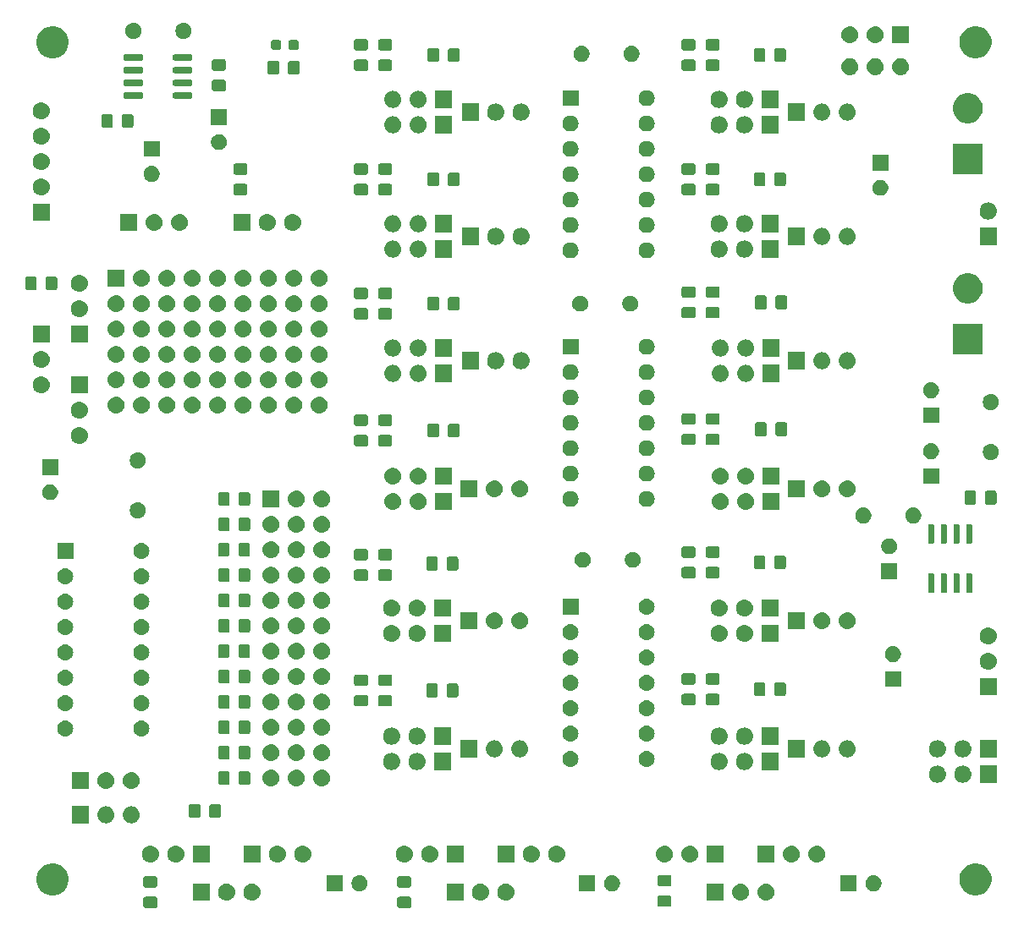
<source format=gbr>
G04 #@! TF.GenerationSoftware,KiCad,Pcbnew,(5.1.2-1)-1*
G04 #@! TF.CreationDate,2019-09-13T01:21:56-04:00*
G04 #@! TF.ProjectId,GR_SoundLogic01,47525f53-6f75-46e6-944c-6f6769633031,rev?*
G04 #@! TF.SameCoordinates,Original*
G04 #@! TF.FileFunction,Soldermask,Top*
G04 #@! TF.FilePolarity,Negative*
%FSLAX46Y46*%
G04 Gerber Fmt 4.6, Leading zero omitted, Abs format (unit mm)*
G04 Created by KiCad (PCBNEW (5.1.2-1)-1) date 2019-09-13 01:21:56*
%MOMM*%
%LPD*%
G04 APERTURE LIST*
%ADD10C,0.152400*%
G04 APERTURE END LIST*
D10*
G36*
X127516071Y-134185571D02*
G01*
X127558897Y-134198562D01*
X127598359Y-134219655D01*
X127632953Y-134248047D01*
X127661345Y-134282641D01*
X127682438Y-134322103D01*
X127695429Y-134364929D01*
X127700000Y-134411341D01*
X127700000Y-135100659D01*
X127695429Y-135147071D01*
X127682438Y-135189897D01*
X127661345Y-135229359D01*
X127632953Y-135263953D01*
X127598359Y-135292345D01*
X127558897Y-135313438D01*
X127516071Y-135326429D01*
X127469659Y-135331000D01*
X126530341Y-135331000D01*
X126483929Y-135326429D01*
X126441103Y-135313438D01*
X126401641Y-135292345D01*
X126367047Y-135263953D01*
X126338655Y-135229359D01*
X126317562Y-135189897D01*
X126304571Y-135147071D01*
X126300000Y-135100659D01*
X126300000Y-134411341D01*
X126304571Y-134364929D01*
X126317562Y-134322103D01*
X126338655Y-134282641D01*
X126367047Y-134248047D01*
X126401641Y-134219655D01*
X126441103Y-134198562D01*
X126483929Y-134185571D01*
X126530341Y-134181000D01*
X127469659Y-134181000D01*
X127516071Y-134185571D01*
X127516071Y-134185571D01*
G37*
G36*
X102116071Y-134185571D02*
G01*
X102158897Y-134198562D01*
X102198359Y-134219655D01*
X102232953Y-134248047D01*
X102261345Y-134282641D01*
X102282438Y-134322103D01*
X102295429Y-134364929D01*
X102300000Y-134411341D01*
X102300000Y-135100659D01*
X102295429Y-135147071D01*
X102282438Y-135189897D01*
X102261345Y-135229359D01*
X102232953Y-135263953D01*
X102198359Y-135292345D01*
X102158897Y-135313438D01*
X102116071Y-135326429D01*
X102069659Y-135331000D01*
X101130341Y-135331000D01*
X101083929Y-135326429D01*
X101041103Y-135313438D01*
X101001641Y-135292345D01*
X100967047Y-135263953D01*
X100938655Y-135229359D01*
X100917562Y-135189897D01*
X100904571Y-135147071D01*
X100900000Y-135100659D01*
X100900000Y-134411341D01*
X100904571Y-134364929D01*
X100917562Y-134322103D01*
X100938655Y-134282641D01*
X100967047Y-134248047D01*
X101001641Y-134219655D01*
X101041103Y-134198562D01*
X101083929Y-134185571D01*
X101130341Y-134181000D01*
X102069659Y-134181000D01*
X102116071Y-134185571D01*
X102116071Y-134185571D01*
G37*
G36*
X153551071Y-134067571D02*
G01*
X153593897Y-134080562D01*
X153633359Y-134101655D01*
X153667953Y-134130047D01*
X153696345Y-134164641D01*
X153717438Y-134204103D01*
X153730429Y-134246929D01*
X153735000Y-134293341D01*
X153735000Y-134982659D01*
X153730429Y-135029071D01*
X153717438Y-135071897D01*
X153696345Y-135111359D01*
X153667953Y-135145953D01*
X153633359Y-135174345D01*
X153593897Y-135195438D01*
X153551071Y-135208429D01*
X153504659Y-135213000D01*
X152565341Y-135213000D01*
X152518929Y-135208429D01*
X152476103Y-135195438D01*
X152436641Y-135174345D01*
X152402047Y-135145953D01*
X152373655Y-135111359D01*
X152352562Y-135071897D01*
X152339571Y-135029071D01*
X152335000Y-134982659D01*
X152335000Y-134293341D01*
X152339571Y-134246929D01*
X152352562Y-134204103D01*
X152373655Y-134164641D01*
X152402047Y-134130047D01*
X152436641Y-134101655D01*
X152476103Y-134080562D01*
X152518929Y-134067571D01*
X152565341Y-134063000D01*
X153504659Y-134063000D01*
X153551071Y-134067571D01*
X153551071Y-134067571D01*
G37*
G36*
X163361633Y-132893300D02*
G01*
X163475043Y-132927703D01*
X163521855Y-132941903D01*
X163559029Y-132961773D01*
X163669518Y-133020830D01*
X163798948Y-133127052D01*
X163905170Y-133256482D01*
X163956209Y-133351970D01*
X163984097Y-133404145D01*
X163984097Y-133404146D01*
X164032700Y-133564367D01*
X164049112Y-133731000D01*
X164032700Y-133897633D01*
X163993818Y-134025810D01*
X163984097Y-134057855D01*
X163971175Y-134082030D01*
X163905170Y-134205518D01*
X163798948Y-134334948D01*
X163669518Y-134441170D01*
X163561318Y-134499003D01*
X163521855Y-134520097D01*
X163489810Y-134529818D01*
X163361633Y-134568700D01*
X163236753Y-134581000D01*
X163153247Y-134581000D01*
X163028367Y-134568700D01*
X162900190Y-134529818D01*
X162868145Y-134520097D01*
X162828681Y-134499003D01*
X162720482Y-134441170D01*
X162591052Y-134334948D01*
X162484830Y-134205518D01*
X162418825Y-134082030D01*
X162405903Y-134057855D01*
X162396182Y-134025810D01*
X162357300Y-133897633D01*
X162340888Y-133731000D01*
X162357300Y-133564367D01*
X162405903Y-133404146D01*
X162405903Y-133404145D01*
X162433791Y-133351970D01*
X162484830Y-133256482D01*
X162591052Y-133127052D01*
X162720482Y-133020830D01*
X162830971Y-132961773D01*
X162868145Y-132941903D01*
X162914957Y-132927703D01*
X163028367Y-132893300D01*
X163153247Y-132881000D01*
X163236753Y-132881000D01*
X163361633Y-132893300D01*
X163361633Y-132893300D01*
G37*
G36*
X160821633Y-132893300D02*
G01*
X160935043Y-132927703D01*
X160981855Y-132941903D01*
X161019029Y-132961773D01*
X161129518Y-133020830D01*
X161258948Y-133127052D01*
X161365170Y-133256482D01*
X161416209Y-133351970D01*
X161444097Y-133404145D01*
X161444097Y-133404146D01*
X161492700Y-133564367D01*
X161509112Y-133731000D01*
X161492700Y-133897633D01*
X161453818Y-134025810D01*
X161444097Y-134057855D01*
X161431175Y-134082030D01*
X161365170Y-134205518D01*
X161258948Y-134334948D01*
X161129518Y-134441170D01*
X161021318Y-134499003D01*
X160981855Y-134520097D01*
X160949810Y-134529818D01*
X160821633Y-134568700D01*
X160696753Y-134581000D01*
X160613247Y-134581000D01*
X160488367Y-134568700D01*
X160360190Y-134529818D01*
X160328145Y-134520097D01*
X160288681Y-134499003D01*
X160180482Y-134441170D01*
X160051052Y-134334948D01*
X159944830Y-134205518D01*
X159878825Y-134082030D01*
X159865903Y-134057855D01*
X159856182Y-134025810D01*
X159817300Y-133897633D01*
X159800888Y-133731000D01*
X159817300Y-133564367D01*
X159865903Y-133404146D01*
X159865903Y-133404145D01*
X159893791Y-133351970D01*
X159944830Y-133256482D01*
X160051052Y-133127052D01*
X160180482Y-133020830D01*
X160290971Y-132961773D01*
X160328145Y-132941903D01*
X160374957Y-132927703D01*
X160488367Y-132893300D01*
X160613247Y-132881000D01*
X160696753Y-132881000D01*
X160821633Y-132893300D01*
X160821633Y-132893300D01*
G37*
G36*
X158965000Y-134581000D02*
G01*
X157265000Y-134581000D01*
X157265000Y-132881000D01*
X158965000Y-132881000D01*
X158965000Y-134581000D01*
X158965000Y-134581000D01*
G37*
G36*
X137326633Y-132893300D02*
G01*
X137440043Y-132927703D01*
X137486855Y-132941903D01*
X137524029Y-132961773D01*
X137634518Y-133020830D01*
X137763948Y-133127052D01*
X137870170Y-133256482D01*
X137921209Y-133351970D01*
X137949097Y-133404145D01*
X137949097Y-133404146D01*
X137997700Y-133564367D01*
X138014112Y-133731000D01*
X137997700Y-133897633D01*
X137958818Y-134025810D01*
X137949097Y-134057855D01*
X137936175Y-134082030D01*
X137870170Y-134205518D01*
X137763948Y-134334948D01*
X137634518Y-134441170D01*
X137526318Y-134499003D01*
X137486855Y-134520097D01*
X137454810Y-134529818D01*
X137326633Y-134568700D01*
X137201753Y-134581000D01*
X137118247Y-134581000D01*
X136993367Y-134568700D01*
X136865190Y-134529818D01*
X136833145Y-134520097D01*
X136793681Y-134499003D01*
X136685482Y-134441170D01*
X136556052Y-134334948D01*
X136449830Y-134205518D01*
X136383825Y-134082030D01*
X136370903Y-134057855D01*
X136361182Y-134025810D01*
X136322300Y-133897633D01*
X136305888Y-133731000D01*
X136322300Y-133564367D01*
X136370903Y-133404146D01*
X136370903Y-133404145D01*
X136398791Y-133351970D01*
X136449830Y-133256482D01*
X136556052Y-133127052D01*
X136685482Y-133020830D01*
X136795971Y-132961773D01*
X136833145Y-132941903D01*
X136879957Y-132927703D01*
X136993367Y-132893300D01*
X137118247Y-132881000D01*
X137201753Y-132881000D01*
X137326633Y-132893300D01*
X137326633Y-132893300D01*
G37*
G36*
X134786633Y-132893300D02*
G01*
X134900043Y-132927703D01*
X134946855Y-132941903D01*
X134984029Y-132961773D01*
X135094518Y-133020830D01*
X135223948Y-133127052D01*
X135330170Y-133256482D01*
X135381209Y-133351970D01*
X135409097Y-133404145D01*
X135409097Y-133404146D01*
X135457700Y-133564367D01*
X135474112Y-133731000D01*
X135457700Y-133897633D01*
X135418818Y-134025810D01*
X135409097Y-134057855D01*
X135396175Y-134082030D01*
X135330170Y-134205518D01*
X135223948Y-134334948D01*
X135094518Y-134441170D01*
X134986318Y-134499003D01*
X134946855Y-134520097D01*
X134914810Y-134529818D01*
X134786633Y-134568700D01*
X134661753Y-134581000D01*
X134578247Y-134581000D01*
X134453367Y-134568700D01*
X134325190Y-134529818D01*
X134293145Y-134520097D01*
X134253681Y-134499003D01*
X134145482Y-134441170D01*
X134016052Y-134334948D01*
X133909830Y-134205518D01*
X133843825Y-134082030D01*
X133830903Y-134057855D01*
X133821182Y-134025810D01*
X133782300Y-133897633D01*
X133765888Y-133731000D01*
X133782300Y-133564367D01*
X133830903Y-133404146D01*
X133830903Y-133404145D01*
X133858791Y-133351970D01*
X133909830Y-133256482D01*
X134016052Y-133127052D01*
X134145482Y-133020830D01*
X134255971Y-132961773D01*
X134293145Y-132941903D01*
X134339957Y-132927703D01*
X134453367Y-132893300D01*
X134578247Y-132881000D01*
X134661753Y-132881000D01*
X134786633Y-132893300D01*
X134786633Y-132893300D01*
G37*
G36*
X132930000Y-134581000D02*
G01*
X131230000Y-134581000D01*
X131230000Y-132881000D01*
X132930000Y-132881000D01*
X132930000Y-134581000D01*
X132930000Y-134581000D01*
G37*
G36*
X111926633Y-132893300D02*
G01*
X112040043Y-132927703D01*
X112086855Y-132941903D01*
X112124029Y-132961773D01*
X112234518Y-133020830D01*
X112363948Y-133127052D01*
X112470170Y-133256482D01*
X112521209Y-133351970D01*
X112549097Y-133404145D01*
X112549097Y-133404146D01*
X112597700Y-133564367D01*
X112614112Y-133731000D01*
X112597700Y-133897633D01*
X112558818Y-134025810D01*
X112549097Y-134057855D01*
X112536175Y-134082030D01*
X112470170Y-134205518D01*
X112363948Y-134334948D01*
X112234518Y-134441170D01*
X112126318Y-134499003D01*
X112086855Y-134520097D01*
X112054810Y-134529818D01*
X111926633Y-134568700D01*
X111801753Y-134581000D01*
X111718247Y-134581000D01*
X111593367Y-134568700D01*
X111465190Y-134529818D01*
X111433145Y-134520097D01*
X111393681Y-134499003D01*
X111285482Y-134441170D01*
X111156052Y-134334948D01*
X111049830Y-134205518D01*
X110983825Y-134082030D01*
X110970903Y-134057855D01*
X110961182Y-134025810D01*
X110922300Y-133897633D01*
X110905888Y-133731000D01*
X110922300Y-133564367D01*
X110970903Y-133404146D01*
X110970903Y-133404145D01*
X110998791Y-133351970D01*
X111049830Y-133256482D01*
X111156052Y-133127052D01*
X111285482Y-133020830D01*
X111395971Y-132961773D01*
X111433145Y-132941903D01*
X111479957Y-132927703D01*
X111593367Y-132893300D01*
X111718247Y-132881000D01*
X111801753Y-132881000D01*
X111926633Y-132893300D01*
X111926633Y-132893300D01*
G37*
G36*
X109386633Y-132893300D02*
G01*
X109500043Y-132927703D01*
X109546855Y-132941903D01*
X109584029Y-132961773D01*
X109694518Y-133020830D01*
X109823948Y-133127052D01*
X109930170Y-133256482D01*
X109981209Y-133351970D01*
X110009097Y-133404145D01*
X110009097Y-133404146D01*
X110057700Y-133564367D01*
X110074112Y-133731000D01*
X110057700Y-133897633D01*
X110018818Y-134025810D01*
X110009097Y-134057855D01*
X109996175Y-134082030D01*
X109930170Y-134205518D01*
X109823948Y-134334948D01*
X109694518Y-134441170D01*
X109586318Y-134499003D01*
X109546855Y-134520097D01*
X109514810Y-134529818D01*
X109386633Y-134568700D01*
X109261753Y-134581000D01*
X109178247Y-134581000D01*
X109053367Y-134568700D01*
X108925190Y-134529818D01*
X108893145Y-134520097D01*
X108853681Y-134499003D01*
X108745482Y-134441170D01*
X108616052Y-134334948D01*
X108509830Y-134205518D01*
X108443825Y-134082030D01*
X108430903Y-134057855D01*
X108421182Y-134025810D01*
X108382300Y-133897633D01*
X108365888Y-133731000D01*
X108382300Y-133564367D01*
X108430903Y-133404146D01*
X108430903Y-133404145D01*
X108458791Y-133351970D01*
X108509830Y-133256482D01*
X108616052Y-133127052D01*
X108745482Y-133020830D01*
X108855971Y-132961773D01*
X108893145Y-132941903D01*
X108939957Y-132927703D01*
X109053367Y-132893300D01*
X109178247Y-132881000D01*
X109261753Y-132881000D01*
X109386633Y-132893300D01*
X109386633Y-132893300D01*
G37*
G36*
X107530000Y-134581000D02*
G01*
X105830000Y-134581000D01*
X105830000Y-132881000D01*
X107530000Y-132881000D01*
X107530000Y-134581000D01*
X107530000Y-134581000D01*
G37*
G36*
X184616703Y-130922487D02*
G01*
X184907884Y-131043098D01*
X185169941Y-131218199D01*
X185392801Y-131441059D01*
X185567902Y-131703116D01*
X185688513Y-131994297D01*
X185750000Y-132303414D01*
X185750000Y-132618586D01*
X185688513Y-132927703D01*
X185567902Y-133218884D01*
X185392801Y-133480941D01*
X185169941Y-133703801D01*
X184907884Y-133878902D01*
X184616703Y-133999513D01*
X184307586Y-134061000D01*
X183992414Y-134061000D01*
X183683297Y-133999513D01*
X183392116Y-133878902D01*
X183130059Y-133703801D01*
X182907199Y-133480941D01*
X182732098Y-133218884D01*
X182611487Y-132927703D01*
X182550000Y-132618586D01*
X182550000Y-132303414D01*
X182611487Y-131994297D01*
X182732098Y-131703116D01*
X182907199Y-131441059D01*
X183130059Y-131218199D01*
X183392116Y-131043098D01*
X183683297Y-130922487D01*
X183992414Y-130861000D01*
X184307586Y-130861000D01*
X184616703Y-130922487D01*
X184616703Y-130922487D01*
G37*
G36*
X92287703Y-130922487D02*
G01*
X92578884Y-131043098D01*
X92840941Y-131218199D01*
X93063801Y-131441059D01*
X93238902Y-131703116D01*
X93359513Y-131994297D01*
X93421000Y-132303414D01*
X93421000Y-132618586D01*
X93359513Y-132927703D01*
X93238902Y-133218884D01*
X93063801Y-133480941D01*
X92840941Y-133703801D01*
X92578884Y-133878902D01*
X92287703Y-133999513D01*
X91978586Y-134061000D01*
X91663414Y-134061000D01*
X91354297Y-133999513D01*
X91063116Y-133878902D01*
X90801059Y-133703801D01*
X90578199Y-133480941D01*
X90403098Y-133218884D01*
X90282487Y-132927703D01*
X90221000Y-132618586D01*
X90221000Y-132303414D01*
X90282487Y-131994297D01*
X90403098Y-131703116D01*
X90578199Y-131441059D01*
X90801059Y-131218199D01*
X91063116Y-131043098D01*
X91354297Y-130922487D01*
X91663414Y-130861000D01*
X91978586Y-130861000D01*
X92287703Y-130922487D01*
X92287703Y-130922487D01*
G37*
G36*
X120815000Y-133642000D02*
G01*
X119215000Y-133642000D01*
X119215000Y-132042000D01*
X120815000Y-132042000D01*
X120815000Y-133642000D01*
X120815000Y-133642000D01*
G37*
G36*
X122748351Y-132072743D02*
G01*
X122849501Y-132114641D01*
X122893943Y-132133049D01*
X122925452Y-132154103D01*
X123024970Y-132220599D01*
X123136401Y-132332030D01*
X123155986Y-132361341D01*
X123223951Y-132463057D01*
X123223951Y-132463058D01*
X123284257Y-132608649D01*
X123315000Y-132763207D01*
X123315000Y-132920793D01*
X123284257Y-133075351D01*
X123257521Y-133139897D01*
X123223951Y-133220943D01*
X123209650Y-133242345D01*
X123136401Y-133351970D01*
X123024970Y-133463401D01*
X122981493Y-133492451D01*
X122893943Y-133550951D01*
X122851300Y-133568614D01*
X122748351Y-133611257D01*
X122593793Y-133642000D01*
X122436207Y-133642000D01*
X122281649Y-133611257D01*
X122178700Y-133568614D01*
X122136057Y-133550951D01*
X122048507Y-133492451D01*
X122005030Y-133463401D01*
X121893599Y-133351970D01*
X121820350Y-133242345D01*
X121806049Y-133220943D01*
X121772479Y-133139897D01*
X121745743Y-133075351D01*
X121715000Y-132920793D01*
X121715000Y-132763207D01*
X121745743Y-132608649D01*
X121806049Y-132463058D01*
X121806049Y-132463057D01*
X121874014Y-132361341D01*
X121893599Y-132332030D01*
X122005030Y-132220599D01*
X122104548Y-132154103D01*
X122136057Y-132133049D01*
X122180499Y-132114641D01*
X122281649Y-132072743D01*
X122436207Y-132042000D01*
X122593793Y-132042000D01*
X122748351Y-132072743D01*
X122748351Y-132072743D01*
G37*
G36*
X146088000Y-133642000D02*
G01*
X144488000Y-133642000D01*
X144488000Y-132042000D01*
X146088000Y-132042000D01*
X146088000Y-133642000D01*
X146088000Y-133642000D01*
G37*
G36*
X148021351Y-132072743D02*
G01*
X148122501Y-132114641D01*
X148166943Y-132133049D01*
X148198452Y-132154103D01*
X148297970Y-132220599D01*
X148409401Y-132332030D01*
X148428986Y-132361341D01*
X148496951Y-132463057D01*
X148496951Y-132463058D01*
X148557257Y-132608649D01*
X148588000Y-132763207D01*
X148588000Y-132920793D01*
X148557257Y-133075351D01*
X148530521Y-133139897D01*
X148496951Y-133220943D01*
X148482650Y-133242345D01*
X148409401Y-133351970D01*
X148297970Y-133463401D01*
X148254493Y-133492451D01*
X148166943Y-133550951D01*
X148124300Y-133568614D01*
X148021351Y-133611257D01*
X147866793Y-133642000D01*
X147709207Y-133642000D01*
X147554649Y-133611257D01*
X147451700Y-133568614D01*
X147409057Y-133550951D01*
X147321507Y-133492451D01*
X147278030Y-133463401D01*
X147166599Y-133351970D01*
X147093350Y-133242345D01*
X147079049Y-133220943D01*
X147045479Y-133139897D01*
X147018743Y-133075351D01*
X146988000Y-132920793D01*
X146988000Y-132763207D01*
X147018743Y-132608649D01*
X147079049Y-132463058D01*
X147079049Y-132463057D01*
X147147014Y-132361341D01*
X147166599Y-132332030D01*
X147278030Y-132220599D01*
X147377548Y-132154103D01*
X147409057Y-132133049D01*
X147453499Y-132114641D01*
X147554649Y-132072743D01*
X147709207Y-132042000D01*
X147866793Y-132042000D01*
X148021351Y-132072743D01*
X148021351Y-132072743D01*
G37*
G36*
X172250000Y-133642000D02*
G01*
X170650000Y-133642000D01*
X170650000Y-132042000D01*
X172250000Y-132042000D01*
X172250000Y-133642000D01*
X172250000Y-133642000D01*
G37*
G36*
X174183351Y-132072743D02*
G01*
X174284501Y-132114641D01*
X174328943Y-132133049D01*
X174360452Y-132154103D01*
X174459970Y-132220599D01*
X174571401Y-132332030D01*
X174590986Y-132361341D01*
X174658951Y-132463057D01*
X174658951Y-132463058D01*
X174719257Y-132608649D01*
X174750000Y-132763207D01*
X174750000Y-132920793D01*
X174719257Y-133075351D01*
X174692521Y-133139897D01*
X174658951Y-133220943D01*
X174644650Y-133242345D01*
X174571401Y-133351970D01*
X174459970Y-133463401D01*
X174416493Y-133492451D01*
X174328943Y-133550951D01*
X174286300Y-133568614D01*
X174183351Y-133611257D01*
X174028793Y-133642000D01*
X173871207Y-133642000D01*
X173716649Y-133611257D01*
X173613700Y-133568614D01*
X173571057Y-133550951D01*
X173483507Y-133492451D01*
X173440030Y-133463401D01*
X173328599Y-133351970D01*
X173255350Y-133242345D01*
X173241049Y-133220943D01*
X173207479Y-133139897D01*
X173180743Y-133075351D01*
X173150000Y-132920793D01*
X173150000Y-132763207D01*
X173180743Y-132608649D01*
X173241049Y-132463058D01*
X173241049Y-132463057D01*
X173309014Y-132361341D01*
X173328599Y-132332030D01*
X173440030Y-132220599D01*
X173539548Y-132154103D01*
X173571057Y-132133049D01*
X173615499Y-132114641D01*
X173716649Y-132072743D01*
X173871207Y-132042000D01*
X174028793Y-132042000D01*
X174183351Y-132072743D01*
X174183351Y-132072743D01*
G37*
G36*
X102116071Y-132135571D02*
G01*
X102158897Y-132148562D01*
X102198359Y-132169655D01*
X102232953Y-132198047D01*
X102261345Y-132232641D01*
X102282438Y-132272103D01*
X102295429Y-132314929D01*
X102300000Y-132361341D01*
X102300000Y-133050659D01*
X102295429Y-133097071D01*
X102282438Y-133139897D01*
X102261345Y-133179359D01*
X102232953Y-133213953D01*
X102198359Y-133242345D01*
X102158897Y-133263438D01*
X102116071Y-133276429D01*
X102069659Y-133281000D01*
X101130341Y-133281000D01*
X101083929Y-133276429D01*
X101041103Y-133263438D01*
X101001641Y-133242345D01*
X100967047Y-133213953D01*
X100938655Y-133179359D01*
X100917562Y-133139897D01*
X100904571Y-133097071D01*
X100900000Y-133050659D01*
X100900000Y-132361341D01*
X100904571Y-132314929D01*
X100917562Y-132272103D01*
X100938655Y-132232641D01*
X100967047Y-132198047D01*
X101001641Y-132169655D01*
X101041103Y-132148562D01*
X101083929Y-132135571D01*
X101130341Y-132131000D01*
X102069659Y-132131000D01*
X102116071Y-132135571D01*
X102116071Y-132135571D01*
G37*
G36*
X127516071Y-132135571D02*
G01*
X127558897Y-132148562D01*
X127598359Y-132169655D01*
X127632953Y-132198047D01*
X127661345Y-132232641D01*
X127682438Y-132272103D01*
X127695429Y-132314929D01*
X127700000Y-132361341D01*
X127700000Y-133050659D01*
X127695429Y-133097071D01*
X127682438Y-133139897D01*
X127661345Y-133179359D01*
X127632953Y-133213953D01*
X127598359Y-133242345D01*
X127558897Y-133263438D01*
X127516071Y-133276429D01*
X127469659Y-133281000D01*
X126530341Y-133281000D01*
X126483929Y-133276429D01*
X126441103Y-133263438D01*
X126401641Y-133242345D01*
X126367047Y-133213953D01*
X126338655Y-133179359D01*
X126317562Y-133139897D01*
X126304571Y-133097071D01*
X126300000Y-133050659D01*
X126300000Y-132361341D01*
X126304571Y-132314929D01*
X126317562Y-132272103D01*
X126338655Y-132232641D01*
X126367047Y-132198047D01*
X126401641Y-132169655D01*
X126441103Y-132148562D01*
X126483929Y-132135571D01*
X126530341Y-132131000D01*
X127469659Y-132131000D01*
X127516071Y-132135571D01*
X127516071Y-132135571D01*
G37*
G36*
X153551071Y-132017571D02*
G01*
X153593897Y-132030562D01*
X153633359Y-132051655D01*
X153667953Y-132080047D01*
X153696345Y-132114641D01*
X153717438Y-132154103D01*
X153730429Y-132196929D01*
X153735000Y-132243341D01*
X153735000Y-132932659D01*
X153730429Y-132979071D01*
X153717438Y-133021897D01*
X153696345Y-133061359D01*
X153667953Y-133095953D01*
X153633359Y-133124345D01*
X153593897Y-133145438D01*
X153551071Y-133158429D01*
X153504659Y-133163000D01*
X152565341Y-133163000D01*
X152518929Y-133158429D01*
X152476103Y-133145438D01*
X152436641Y-133124345D01*
X152402047Y-133095953D01*
X152373655Y-133061359D01*
X152352562Y-133021897D01*
X152339571Y-132979071D01*
X152335000Y-132932659D01*
X152335000Y-132243341D01*
X152339571Y-132196929D01*
X152352562Y-132154103D01*
X152373655Y-132114641D01*
X152402047Y-132080047D01*
X152436641Y-132051655D01*
X152476103Y-132030562D01*
X152518929Y-132017571D01*
X152565341Y-132013000D01*
X153504659Y-132013000D01*
X153551071Y-132017571D01*
X153551071Y-132017571D01*
G37*
G36*
X153201633Y-129083300D02*
G01*
X153329810Y-129122182D01*
X153361855Y-129131903D01*
X153401318Y-129152997D01*
X153509518Y-129210830D01*
X153638948Y-129317052D01*
X153745170Y-129446482D01*
X153803003Y-129554681D01*
X153824097Y-129594145D01*
X153824097Y-129594146D01*
X153872700Y-129754367D01*
X153889112Y-129921000D01*
X153872700Y-130087633D01*
X153833818Y-130215810D01*
X153824097Y-130247855D01*
X153803003Y-130287319D01*
X153745170Y-130395518D01*
X153638948Y-130524948D01*
X153509518Y-130631170D01*
X153401319Y-130689003D01*
X153361855Y-130710097D01*
X153329810Y-130719818D01*
X153201633Y-130758700D01*
X153076753Y-130771000D01*
X152993247Y-130771000D01*
X152868367Y-130758700D01*
X152740190Y-130719818D01*
X152708145Y-130710097D01*
X152668681Y-130689003D01*
X152560482Y-130631170D01*
X152431052Y-130524948D01*
X152324830Y-130395518D01*
X152266997Y-130287319D01*
X152245903Y-130247855D01*
X152236182Y-130215810D01*
X152197300Y-130087633D01*
X152180888Y-129921000D01*
X152197300Y-129754367D01*
X152245903Y-129594146D01*
X152245903Y-129594145D01*
X152266997Y-129554681D01*
X152324830Y-129446482D01*
X152431052Y-129317052D01*
X152560482Y-129210830D01*
X152668682Y-129152997D01*
X152708145Y-129131903D01*
X152740190Y-129122182D01*
X152868367Y-129083300D01*
X152993247Y-129071000D01*
X153076753Y-129071000D01*
X153201633Y-129083300D01*
X153201633Y-129083300D01*
G37*
G36*
X139866633Y-129083300D02*
G01*
X139994810Y-129122182D01*
X140026855Y-129131903D01*
X140066318Y-129152997D01*
X140174518Y-129210830D01*
X140303948Y-129317052D01*
X140410170Y-129446482D01*
X140468003Y-129554681D01*
X140489097Y-129594145D01*
X140489097Y-129594146D01*
X140537700Y-129754367D01*
X140554112Y-129921000D01*
X140537700Y-130087633D01*
X140498818Y-130215810D01*
X140489097Y-130247855D01*
X140468003Y-130287319D01*
X140410170Y-130395518D01*
X140303948Y-130524948D01*
X140174518Y-130631170D01*
X140066319Y-130689003D01*
X140026855Y-130710097D01*
X139994810Y-130719818D01*
X139866633Y-130758700D01*
X139741753Y-130771000D01*
X139658247Y-130771000D01*
X139533367Y-130758700D01*
X139405190Y-130719818D01*
X139373145Y-130710097D01*
X139333681Y-130689003D01*
X139225482Y-130631170D01*
X139096052Y-130524948D01*
X138989830Y-130395518D01*
X138931997Y-130287319D01*
X138910903Y-130247855D01*
X138901182Y-130215810D01*
X138862300Y-130087633D01*
X138845888Y-129921000D01*
X138862300Y-129754367D01*
X138910903Y-129594146D01*
X138910903Y-129594145D01*
X138931997Y-129554681D01*
X138989830Y-129446482D01*
X139096052Y-129317052D01*
X139225482Y-129210830D01*
X139333682Y-129152997D01*
X139373145Y-129131903D01*
X139405190Y-129122182D01*
X139533367Y-129083300D01*
X139658247Y-129071000D01*
X139741753Y-129071000D01*
X139866633Y-129083300D01*
X139866633Y-129083300D01*
G37*
G36*
X168441633Y-129083300D02*
G01*
X168569810Y-129122182D01*
X168601855Y-129131903D01*
X168641318Y-129152997D01*
X168749518Y-129210830D01*
X168878948Y-129317052D01*
X168985170Y-129446482D01*
X169043003Y-129554681D01*
X169064097Y-129594145D01*
X169064097Y-129594146D01*
X169112700Y-129754367D01*
X169129112Y-129921000D01*
X169112700Y-130087633D01*
X169073818Y-130215810D01*
X169064097Y-130247855D01*
X169043003Y-130287319D01*
X168985170Y-130395518D01*
X168878948Y-130524948D01*
X168749518Y-130631170D01*
X168641319Y-130689003D01*
X168601855Y-130710097D01*
X168569810Y-130719818D01*
X168441633Y-130758700D01*
X168316753Y-130771000D01*
X168233247Y-130771000D01*
X168108367Y-130758700D01*
X167980190Y-130719818D01*
X167948145Y-130710097D01*
X167908681Y-130689003D01*
X167800482Y-130631170D01*
X167671052Y-130524948D01*
X167564830Y-130395518D01*
X167506997Y-130287319D01*
X167485903Y-130247855D01*
X167476182Y-130215810D01*
X167437300Y-130087633D01*
X167420888Y-129921000D01*
X167437300Y-129754367D01*
X167485903Y-129594146D01*
X167485903Y-129594145D01*
X167506997Y-129554681D01*
X167564830Y-129446482D01*
X167671052Y-129317052D01*
X167800482Y-129210830D01*
X167908682Y-129152997D01*
X167948145Y-129131903D01*
X167980190Y-129122182D01*
X168108367Y-129083300D01*
X168233247Y-129071000D01*
X168316753Y-129071000D01*
X168441633Y-129083300D01*
X168441633Y-129083300D01*
G37*
G36*
X164045000Y-130771000D02*
G01*
X162345000Y-130771000D01*
X162345000Y-129071000D01*
X164045000Y-129071000D01*
X164045000Y-130771000D01*
X164045000Y-130771000D01*
G37*
G36*
X158965000Y-130771000D02*
G01*
X157265000Y-130771000D01*
X157265000Y-129071000D01*
X158965000Y-129071000D01*
X158965000Y-130771000D01*
X158965000Y-130771000D01*
G37*
G36*
X155741633Y-129083300D02*
G01*
X155869810Y-129122182D01*
X155901855Y-129131903D01*
X155941318Y-129152997D01*
X156049518Y-129210830D01*
X156178948Y-129317052D01*
X156285170Y-129446482D01*
X156343003Y-129554681D01*
X156364097Y-129594145D01*
X156364097Y-129594146D01*
X156412700Y-129754367D01*
X156429112Y-129921000D01*
X156412700Y-130087633D01*
X156373818Y-130215810D01*
X156364097Y-130247855D01*
X156343003Y-130287319D01*
X156285170Y-130395518D01*
X156178948Y-130524948D01*
X156049518Y-130631170D01*
X155941319Y-130689003D01*
X155901855Y-130710097D01*
X155869810Y-130719818D01*
X155741633Y-130758700D01*
X155616753Y-130771000D01*
X155533247Y-130771000D01*
X155408367Y-130758700D01*
X155280190Y-130719818D01*
X155248145Y-130710097D01*
X155208681Y-130689003D01*
X155100482Y-130631170D01*
X154971052Y-130524948D01*
X154864830Y-130395518D01*
X154806997Y-130287319D01*
X154785903Y-130247855D01*
X154776182Y-130215810D01*
X154737300Y-130087633D01*
X154720888Y-129921000D01*
X154737300Y-129754367D01*
X154785903Y-129594146D01*
X154785903Y-129594145D01*
X154806997Y-129554681D01*
X154864830Y-129446482D01*
X154971052Y-129317052D01*
X155100482Y-129210830D01*
X155208682Y-129152997D01*
X155248145Y-129131903D01*
X155280190Y-129122182D01*
X155408367Y-129083300D01*
X155533247Y-129071000D01*
X155616753Y-129071000D01*
X155741633Y-129083300D01*
X155741633Y-129083300D01*
G37*
G36*
X142406633Y-129083300D02*
G01*
X142534810Y-129122182D01*
X142566855Y-129131903D01*
X142606318Y-129152997D01*
X142714518Y-129210830D01*
X142843948Y-129317052D01*
X142950170Y-129446482D01*
X143008003Y-129554681D01*
X143029097Y-129594145D01*
X143029097Y-129594146D01*
X143077700Y-129754367D01*
X143094112Y-129921000D01*
X143077700Y-130087633D01*
X143038818Y-130215810D01*
X143029097Y-130247855D01*
X143008003Y-130287319D01*
X142950170Y-130395518D01*
X142843948Y-130524948D01*
X142714518Y-130631170D01*
X142606319Y-130689003D01*
X142566855Y-130710097D01*
X142534810Y-130719818D01*
X142406633Y-130758700D01*
X142281753Y-130771000D01*
X142198247Y-130771000D01*
X142073367Y-130758700D01*
X141945190Y-130719818D01*
X141913145Y-130710097D01*
X141873681Y-130689003D01*
X141765482Y-130631170D01*
X141636052Y-130524948D01*
X141529830Y-130395518D01*
X141471997Y-130287319D01*
X141450903Y-130247855D01*
X141441182Y-130215810D01*
X141402300Y-130087633D01*
X141385888Y-129921000D01*
X141402300Y-129754367D01*
X141450903Y-129594146D01*
X141450903Y-129594145D01*
X141471997Y-129554681D01*
X141529830Y-129446482D01*
X141636052Y-129317052D01*
X141765482Y-129210830D01*
X141873682Y-129152997D01*
X141913145Y-129131903D01*
X141945190Y-129122182D01*
X142073367Y-129083300D01*
X142198247Y-129071000D01*
X142281753Y-129071000D01*
X142406633Y-129083300D01*
X142406633Y-129083300D01*
G37*
G36*
X138010000Y-130771000D02*
G01*
X136310000Y-130771000D01*
X136310000Y-129071000D01*
X138010000Y-129071000D01*
X138010000Y-130771000D01*
X138010000Y-130771000D01*
G37*
G36*
X132930000Y-130771000D02*
G01*
X131230000Y-130771000D01*
X131230000Y-129071000D01*
X132930000Y-129071000D01*
X132930000Y-130771000D01*
X132930000Y-130771000D01*
G37*
G36*
X129706633Y-129083300D02*
G01*
X129834810Y-129122182D01*
X129866855Y-129131903D01*
X129906318Y-129152997D01*
X130014518Y-129210830D01*
X130143948Y-129317052D01*
X130250170Y-129446482D01*
X130308003Y-129554681D01*
X130329097Y-129594145D01*
X130329097Y-129594146D01*
X130377700Y-129754367D01*
X130394112Y-129921000D01*
X130377700Y-130087633D01*
X130338818Y-130215810D01*
X130329097Y-130247855D01*
X130308003Y-130287319D01*
X130250170Y-130395518D01*
X130143948Y-130524948D01*
X130014518Y-130631170D01*
X129906319Y-130689003D01*
X129866855Y-130710097D01*
X129834810Y-130719818D01*
X129706633Y-130758700D01*
X129581753Y-130771000D01*
X129498247Y-130771000D01*
X129373367Y-130758700D01*
X129245190Y-130719818D01*
X129213145Y-130710097D01*
X129173681Y-130689003D01*
X129065482Y-130631170D01*
X128936052Y-130524948D01*
X128829830Y-130395518D01*
X128771997Y-130287319D01*
X128750903Y-130247855D01*
X128741182Y-130215810D01*
X128702300Y-130087633D01*
X128685888Y-129921000D01*
X128702300Y-129754367D01*
X128750903Y-129594146D01*
X128750903Y-129594145D01*
X128771997Y-129554681D01*
X128829830Y-129446482D01*
X128936052Y-129317052D01*
X129065482Y-129210830D01*
X129173682Y-129152997D01*
X129213145Y-129131903D01*
X129245190Y-129122182D01*
X129373367Y-129083300D01*
X129498247Y-129071000D01*
X129581753Y-129071000D01*
X129706633Y-129083300D01*
X129706633Y-129083300D01*
G37*
G36*
X127166633Y-129083300D02*
G01*
X127294810Y-129122182D01*
X127326855Y-129131903D01*
X127366318Y-129152997D01*
X127474518Y-129210830D01*
X127603948Y-129317052D01*
X127710170Y-129446482D01*
X127768003Y-129554681D01*
X127789097Y-129594145D01*
X127789097Y-129594146D01*
X127837700Y-129754367D01*
X127854112Y-129921000D01*
X127837700Y-130087633D01*
X127798818Y-130215810D01*
X127789097Y-130247855D01*
X127768003Y-130287319D01*
X127710170Y-130395518D01*
X127603948Y-130524948D01*
X127474518Y-130631170D01*
X127366319Y-130689003D01*
X127326855Y-130710097D01*
X127294810Y-130719818D01*
X127166633Y-130758700D01*
X127041753Y-130771000D01*
X126958247Y-130771000D01*
X126833367Y-130758700D01*
X126705190Y-130719818D01*
X126673145Y-130710097D01*
X126633681Y-130689003D01*
X126525482Y-130631170D01*
X126396052Y-130524948D01*
X126289830Y-130395518D01*
X126231997Y-130287319D01*
X126210903Y-130247855D01*
X126201182Y-130215810D01*
X126162300Y-130087633D01*
X126145888Y-129921000D01*
X126162300Y-129754367D01*
X126210903Y-129594146D01*
X126210903Y-129594145D01*
X126231997Y-129554681D01*
X126289830Y-129446482D01*
X126396052Y-129317052D01*
X126525482Y-129210830D01*
X126633682Y-129152997D01*
X126673145Y-129131903D01*
X126705190Y-129122182D01*
X126833367Y-129083300D01*
X126958247Y-129071000D01*
X127041753Y-129071000D01*
X127166633Y-129083300D01*
X127166633Y-129083300D01*
G37*
G36*
X117006633Y-129083300D02*
G01*
X117134810Y-129122182D01*
X117166855Y-129131903D01*
X117206318Y-129152997D01*
X117314518Y-129210830D01*
X117443948Y-129317052D01*
X117550170Y-129446482D01*
X117608003Y-129554681D01*
X117629097Y-129594145D01*
X117629097Y-129594146D01*
X117677700Y-129754367D01*
X117694112Y-129921000D01*
X117677700Y-130087633D01*
X117638818Y-130215810D01*
X117629097Y-130247855D01*
X117608003Y-130287319D01*
X117550170Y-130395518D01*
X117443948Y-130524948D01*
X117314518Y-130631170D01*
X117206319Y-130689003D01*
X117166855Y-130710097D01*
X117134810Y-130719818D01*
X117006633Y-130758700D01*
X116881753Y-130771000D01*
X116798247Y-130771000D01*
X116673367Y-130758700D01*
X116545190Y-130719818D01*
X116513145Y-130710097D01*
X116473681Y-130689003D01*
X116365482Y-130631170D01*
X116236052Y-130524948D01*
X116129830Y-130395518D01*
X116071997Y-130287319D01*
X116050903Y-130247855D01*
X116041182Y-130215810D01*
X116002300Y-130087633D01*
X115985888Y-129921000D01*
X116002300Y-129754367D01*
X116050903Y-129594146D01*
X116050903Y-129594145D01*
X116071997Y-129554681D01*
X116129830Y-129446482D01*
X116236052Y-129317052D01*
X116365482Y-129210830D01*
X116473682Y-129152997D01*
X116513145Y-129131903D01*
X116545190Y-129122182D01*
X116673367Y-129083300D01*
X116798247Y-129071000D01*
X116881753Y-129071000D01*
X117006633Y-129083300D01*
X117006633Y-129083300D01*
G37*
G36*
X114466633Y-129083300D02*
G01*
X114594810Y-129122182D01*
X114626855Y-129131903D01*
X114666318Y-129152997D01*
X114774518Y-129210830D01*
X114903948Y-129317052D01*
X115010170Y-129446482D01*
X115068003Y-129554681D01*
X115089097Y-129594145D01*
X115089097Y-129594146D01*
X115137700Y-129754367D01*
X115154112Y-129921000D01*
X115137700Y-130087633D01*
X115098818Y-130215810D01*
X115089097Y-130247855D01*
X115068003Y-130287319D01*
X115010170Y-130395518D01*
X114903948Y-130524948D01*
X114774518Y-130631170D01*
X114666319Y-130689003D01*
X114626855Y-130710097D01*
X114594810Y-130719818D01*
X114466633Y-130758700D01*
X114341753Y-130771000D01*
X114258247Y-130771000D01*
X114133367Y-130758700D01*
X114005190Y-130719818D01*
X113973145Y-130710097D01*
X113933681Y-130689003D01*
X113825482Y-130631170D01*
X113696052Y-130524948D01*
X113589830Y-130395518D01*
X113531997Y-130287319D01*
X113510903Y-130247855D01*
X113501182Y-130215810D01*
X113462300Y-130087633D01*
X113445888Y-129921000D01*
X113462300Y-129754367D01*
X113510903Y-129594146D01*
X113510903Y-129594145D01*
X113531997Y-129554681D01*
X113589830Y-129446482D01*
X113696052Y-129317052D01*
X113825482Y-129210830D01*
X113933682Y-129152997D01*
X113973145Y-129131903D01*
X114005190Y-129122182D01*
X114133367Y-129083300D01*
X114258247Y-129071000D01*
X114341753Y-129071000D01*
X114466633Y-129083300D01*
X114466633Y-129083300D01*
G37*
G36*
X112610000Y-130771000D02*
G01*
X110910000Y-130771000D01*
X110910000Y-129071000D01*
X112610000Y-129071000D01*
X112610000Y-130771000D01*
X112610000Y-130771000D01*
G37*
G36*
X107530000Y-130771000D02*
G01*
X105830000Y-130771000D01*
X105830000Y-129071000D01*
X107530000Y-129071000D01*
X107530000Y-130771000D01*
X107530000Y-130771000D01*
G37*
G36*
X101766633Y-129083300D02*
G01*
X101894810Y-129122182D01*
X101926855Y-129131903D01*
X101966318Y-129152997D01*
X102074518Y-129210830D01*
X102203948Y-129317052D01*
X102310170Y-129446482D01*
X102368003Y-129554681D01*
X102389097Y-129594145D01*
X102389097Y-129594146D01*
X102437700Y-129754367D01*
X102454112Y-129921000D01*
X102437700Y-130087633D01*
X102398818Y-130215810D01*
X102389097Y-130247855D01*
X102368003Y-130287319D01*
X102310170Y-130395518D01*
X102203948Y-130524948D01*
X102074518Y-130631170D01*
X101966319Y-130689003D01*
X101926855Y-130710097D01*
X101894810Y-130719818D01*
X101766633Y-130758700D01*
X101641753Y-130771000D01*
X101558247Y-130771000D01*
X101433367Y-130758700D01*
X101305190Y-130719818D01*
X101273145Y-130710097D01*
X101233681Y-130689003D01*
X101125482Y-130631170D01*
X100996052Y-130524948D01*
X100889830Y-130395518D01*
X100831997Y-130287319D01*
X100810903Y-130247855D01*
X100801182Y-130215810D01*
X100762300Y-130087633D01*
X100745888Y-129921000D01*
X100762300Y-129754367D01*
X100810903Y-129594146D01*
X100810903Y-129594145D01*
X100831997Y-129554681D01*
X100889830Y-129446482D01*
X100996052Y-129317052D01*
X101125482Y-129210830D01*
X101233682Y-129152997D01*
X101273145Y-129131903D01*
X101305190Y-129122182D01*
X101433367Y-129083300D01*
X101558247Y-129071000D01*
X101641753Y-129071000D01*
X101766633Y-129083300D01*
X101766633Y-129083300D01*
G37*
G36*
X104306633Y-129083300D02*
G01*
X104434810Y-129122182D01*
X104466855Y-129131903D01*
X104506318Y-129152997D01*
X104614518Y-129210830D01*
X104743948Y-129317052D01*
X104850170Y-129446482D01*
X104908003Y-129554681D01*
X104929097Y-129594145D01*
X104929097Y-129594146D01*
X104977700Y-129754367D01*
X104994112Y-129921000D01*
X104977700Y-130087633D01*
X104938818Y-130215810D01*
X104929097Y-130247855D01*
X104908003Y-130287319D01*
X104850170Y-130395518D01*
X104743948Y-130524948D01*
X104614518Y-130631170D01*
X104506319Y-130689003D01*
X104466855Y-130710097D01*
X104434810Y-130719818D01*
X104306633Y-130758700D01*
X104181753Y-130771000D01*
X104098247Y-130771000D01*
X103973367Y-130758700D01*
X103845190Y-130719818D01*
X103813145Y-130710097D01*
X103773681Y-130689003D01*
X103665482Y-130631170D01*
X103536052Y-130524948D01*
X103429830Y-130395518D01*
X103371997Y-130287319D01*
X103350903Y-130247855D01*
X103341182Y-130215810D01*
X103302300Y-130087633D01*
X103285888Y-129921000D01*
X103302300Y-129754367D01*
X103350903Y-129594146D01*
X103350903Y-129594145D01*
X103371997Y-129554681D01*
X103429830Y-129446482D01*
X103536052Y-129317052D01*
X103665482Y-129210830D01*
X103773682Y-129152997D01*
X103813145Y-129131903D01*
X103845190Y-129122182D01*
X103973367Y-129083300D01*
X104098247Y-129071000D01*
X104181753Y-129071000D01*
X104306633Y-129083300D01*
X104306633Y-129083300D01*
G37*
G36*
X165901633Y-129083300D02*
G01*
X166029810Y-129122182D01*
X166061855Y-129131903D01*
X166101318Y-129152997D01*
X166209518Y-129210830D01*
X166338948Y-129317052D01*
X166445170Y-129446482D01*
X166503003Y-129554681D01*
X166524097Y-129594145D01*
X166524097Y-129594146D01*
X166572700Y-129754367D01*
X166589112Y-129921000D01*
X166572700Y-130087633D01*
X166533818Y-130215810D01*
X166524097Y-130247855D01*
X166503003Y-130287319D01*
X166445170Y-130395518D01*
X166338948Y-130524948D01*
X166209518Y-130631170D01*
X166101319Y-130689003D01*
X166061855Y-130710097D01*
X166029810Y-130719818D01*
X165901633Y-130758700D01*
X165776753Y-130771000D01*
X165693247Y-130771000D01*
X165568367Y-130758700D01*
X165440190Y-130719818D01*
X165408145Y-130710097D01*
X165368681Y-130689003D01*
X165260482Y-130631170D01*
X165131052Y-130524948D01*
X165024830Y-130395518D01*
X164966997Y-130287319D01*
X164945903Y-130247855D01*
X164936182Y-130215810D01*
X164897300Y-130087633D01*
X164880888Y-129921000D01*
X164897300Y-129754367D01*
X164945903Y-129594146D01*
X164945903Y-129594145D01*
X164966997Y-129554681D01*
X165024830Y-129446482D01*
X165131052Y-129317052D01*
X165260482Y-129210830D01*
X165368682Y-129152997D01*
X165408145Y-129131903D01*
X165440190Y-129122182D01*
X165568367Y-129083300D01*
X165693247Y-129071000D01*
X165776753Y-129071000D01*
X165901633Y-129083300D01*
X165901633Y-129083300D01*
G37*
G36*
X95465000Y-126834000D02*
G01*
X93765000Y-126834000D01*
X93765000Y-125134000D01*
X95465000Y-125134000D01*
X95465000Y-126834000D01*
X95465000Y-126834000D01*
G37*
G36*
X97321633Y-125146300D02*
G01*
X97449810Y-125185182D01*
X97481855Y-125194903D01*
X97521319Y-125215997D01*
X97629518Y-125273830D01*
X97758948Y-125380052D01*
X97865170Y-125509482D01*
X97923003Y-125617682D01*
X97944097Y-125657145D01*
X97944097Y-125657146D01*
X97992700Y-125817367D01*
X98009112Y-125984000D01*
X97992700Y-126150633D01*
X97966818Y-126235953D01*
X97944097Y-126310855D01*
X97923003Y-126350319D01*
X97865170Y-126458518D01*
X97758948Y-126587948D01*
X97629518Y-126694170D01*
X97521318Y-126752003D01*
X97481855Y-126773097D01*
X97449810Y-126782818D01*
X97321633Y-126821700D01*
X97196753Y-126834000D01*
X97113247Y-126834000D01*
X96988367Y-126821700D01*
X96860190Y-126782818D01*
X96828145Y-126773097D01*
X96788681Y-126752003D01*
X96680482Y-126694170D01*
X96551052Y-126587948D01*
X96444830Y-126458518D01*
X96386997Y-126350319D01*
X96365903Y-126310855D01*
X96343182Y-126235953D01*
X96317300Y-126150633D01*
X96300888Y-125984000D01*
X96317300Y-125817367D01*
X96365903Y-125657146D01*
X96365903Y-125657145D01*
X96386997Y-125617682D01*
X96444830Y-125509482D01*
X96551052Y-125380052D01*
X96680482Y-125273830D01*
X96788681Y-125215997D01*
X96828145Y-125194903D01*
X96860190Y-125185182D01*
X96988367Y-125146300D01*
X97113247Y-125134000D01*
X97196753Y-125134000D01*
X97321633Y-125146300D01*
X97321633Y-125146300D01*
G37*
G36*
X99861633Y-125146300D02*
G01*
X99989810Y-125185182D01*
X100021855Y-125194903D01*
X100061319Y-125215997D01*
X100169518Y-125273830D01*
X100298948Y-125380052D01*
X100405170Y-125509482D01*
X100463003Y-125617682D01*
X100484097Y-125657145D01*
X100484097Y-125657146D01*
X100532700Y-125817367D01*
X100549112Y-125984000D01*
X100532700Y-126150633D01*
X100506818Y-126235953D01*
X100484097Y-126310855D01*
X100463003Y-126350319D01*
X100405170Y-126458518D01*
X100298948Y-126587948D01*
X100169518Y-126694170D01*
X100061318Y-126752003D01*
X100021855Y-126773097D01*
X99989810Y-126782818D01*
X99861633Y-126821700D01*
X99736753Y-126834000D01*
X99653247Y-126834000D01*
X99528367Y-126821700D01*
X99400190Y-126782818D01*
X99368145Y-126773097D01*
X99328681Y-126752003D01*
X99220482Y-126694170D01*
X99091052Y-126587948D01*
X98984830Y-126458518D01*
X98926997Y-126350319D01*
X98905903Y-126310855D01*
X98883182Y-126235953D01*
X98857300Y-126150633D01*
X98840888Y-125984000D01*
X98857300Y-125817367D01*
X98905903Y-125657146D01*
X98905903Y-125657145D01*
X98926997Y-125617682D01*
X98984830Y-125509482D01*
X99091052Y-125380052D01*
X99220482Y-125273830D01*
X99328681Y-125215997D01*
X99368145Y-125194903D01*
X99400190Y-125185182D01*
X99528367Y-125146300D01*
X99653247Y-125134000D01*
X99736753Y-125134000D01*
X99861633Y-125146300D01*
X99861633Y-125146300D01*
G37*
G36*
X108477071Y-124907571D02*
G01*
X108519897Y-124920562D01*
X108559359Y-124941655D01*
X108593953Y-124970047D01*
X108622345Y-125004641D01*
X108643438Y-125044103D01*
X108656429Y-125086929D01*
X108661000Y-125133341D01*
X108661000Y-126072659D01*
X108656429Y-126119071D01*
X108643438Y-126161897D01*
X108622345Y-126201359D01*
X108593953Y-126235953D01*
X108559359Y-126264345D01*
X108519897Y-126285438D01*
X108477071Y-126298429D01*
X108430659Y-126303000D01*
X107741341Y-126303000D01*
X107694929Y-126298429D01*
X107652103Y-126285438D01*
X107612641Y-126264345D01*
X107578047Y-126235953D01*
X107549655Y-126201359D01*
X107528562Y-126161897D01*
X107515571Y-126119071D01*
X107511000Y-126072659D01*
X107511000Y-125133341D01*
X107515571Y-125086929D01*
X107528562Y-125044103D01*
X107549655Y-125004641D01*
X107578047Y-124970047D01*
X107612641Y-124941655D01*
X107652103Y-124920562D01*
X107694929Y-124907571D01*
X107741341Y-124903000D01*
X108430659Y-124903000D01*
X108477071Y-124907571D01*
X108477071Y-124907571D01*
G37*
G36*
X106427071Y-124907571D02*
G01*
X106469897Y-124920562D01*
X106509359Y-124941655D01*
X106543953Y-124970047D01*
X106572345Y-125004641D01*
X106593438Y-125044103D01*
X106606429Y-125086929D01*
X106611000Y-125133341D01*
X106611000Y-126072659D01*
X106606429Y-126119071D01*
X106593438Y-126161897D01*
X106572345Y-126201359D01*
X106543953Y-126235953D01*
X106509359Y-126264345D01*
X106469897Y-126285438D01*
X106427071Y-126298429D01*
X106380659Y-126303000D01*
X105691341Y-126303000D01*
X105644929Y-126298429D01*
X105602103Y-126285438D01*
X105562641Y-126264345D01*
X105528047Y-126235953D01*
X105499655Y-126201359D01*
X105478562Y-126161897D01*
X105465571Y-126119071D01*
X105461000Y-126072659D01*
X105461000Y-125133341D01*
X105465571Y-125086929D01*
X105478562Y-125044103D01*
X105499655Y-125004641D01*
X105528047Y-124970047D01*
X105562641Y-124941655D01*
X105602103Y-124920562D01*
X105644929Y-124907571D01*
X105691341Y-124903000D01*
X106380659Y-124903000D01*
X106427071Y-124907571D01*
X106427071Y-124907571D01*
G37*
G36*
X99861633Y-121717300D02*
G01*
X99989810Y-121756182D01*
X100021855Y-121765903D01*
X100057450Y-121784929D01*
X100169518Y-121844830D01*
X100298948Y-121951052D01*
X100405170Y-122080482D01*
X100463003Y-122188681D01*
X100484097Y-122228145D01*
X100484097Y-122228146D01*
X100532700Y-122388367D01*
X100549112Y-122555000D01*
X100532700Y-122721633D01*
X100508996Y-122799773D01*
X100484097Y-122881855D01*
X100474741Y-122899359D01*
X100405170Y-123029518D01*
X100298948Y-123158948D01*
X100169518Y-123265170D01*
X100061319Y-123323003D01*
X100021855Y-123344097D01*
X99989810Y-123353818D01*
X99861633Y-123392700D01*
X99736753Y-123405000D01*
X99653247Y-123405000D01*
X99528367Y-123392700D01*
X99400190Y-123353818D01*
X99368145Y-123344097D01*
X99328681Y-123323003D01*
X99220482Y-123265170D01*
X99091052Y-123158948D01*
X98984830Y-123029518D01*
X98915259Y-122899359D01*
X98905903Y-122881855D01*
X98881004Y-122799773D01*
X98857300Y-122721633D01*
X98840888Y-122555000D01*
X98857300Y-122388367D01*
X98905903Y-122228146D01*
X98905903Y-122228145D01*
X98926997Y-122188681D01*
X98984830Y-122080482D01*
X99091052Y-121951052D01*
X99220482Y-121844830D01*
X99332550Y-121784929D01*
X99368145Y-121765903D01*
X99400190Y-121756182D01*
X99528367Y-121717300D01*
X99653247Y-121705000D01*
X99736753Y-121705000D01*
X99861633Y-121717300D01*
X99861633Y-121717300D01*
G37*
G36*
X97321633Y-121717300D02*
G01*
X97449810Y-121756182D01*
X97481855Y-121765903D01*
X97517450Y-121784929D01*
X97629518Y-121844830D01*
X97758948Y-121951052D01*
X97865170Y-122080482D01*
X97923003Y-122188681D01*
X97944097Y-122228145D01*
X97944097Y-122228146D01*
X97992700Y-122388367D01*
X98009112Y-122555000D01*
X97992700Y-122721633D01*
X97968996Y-122799773D01*
X97944097Y-122881855D01*
X97934741Y-122899359D01*
X97865170Y-123029518D01*
X97758948Y-123158948D01*
X97629518Y-123265170D01*
X97521319Y-123323003D01*
X97481855Y-123344097D01*
X97449810Y-123353818D01*
X97321633Y-123392700D01*
X97196753Y-123405000D01*
X97113247Y-123405000D01*
X96988367Y-123392700D01*
X96860190Y-123353818D01*
X96828145Y-123344097D01*
X96788681Y-123323003D01*
X96680482Y-123265170D01*
X96551052Y-123158948D01*
X96444830Y-123029518D01*
X96375259Y-122899359D01*
X96365903Y-122881855D01*
X96341004Y-122799773D01*
X96317300Y-122721633D01*
X96300888Y-122555000D01*
X96317300Y-122388367D01*
X96365903Y-122228146D01*
X96365903Y-122228145D01*
X96386997Y-122188681D01*
X96444830Y-122080482D01*
X96551052Y-121951052D01*
X96680482Y-121844830D01*
X96792550Y-121784929D01*
X96828145Y-121765903D01*
X96860190Y-121756182D01*
X96988367Y-121717300D01*
X97113247Y-121705000D01*
X97196753Y-121705000D01*
X97321633Y-121717300D01*
X97321633Y-121717300D01*
G37*
G36*
X95465000Y-123405000D02*
G01*
X93765000Y-123405000D01*
X93765000Y-121705000D01*
X95465000Y-121705000D01*
X95465000Y-123405000D01*
X95465000Y-123405000D01*
G37*
G36*
X113831633Y-121463300D02*
G01*
X113952615Y-121500000D01*
X113991855Y-121511903D01*
X114031319Y-121532997D01*
X114139518Y-121590830D01*
X114268948Y-121697052D01*
X114375170Y-121826482D01*
X114425156Y-121920000D01*
X114454097Y-121974145D01*
X114454097Y-121974146D01*
X114502700Y-122134367D01*
X114519112Y-122301000D01*
X114502700Y-122467633D01*
X114476197Y-122555000D01*
X114454097Y-122627855D01*
X114433003Y-122667319D01*
X114375170Y-122775518D01*
X114268948Y-122904948D01*
X114139518Y-123011170D01*
X114031318Y-123069003D01*
X113991855Y-123090097D01*
X113959810Y-123099818D01*
X113831633Y-123138700D01*
X113706753Y-123151000D01*
X113623247Y-123151000D01*
X113498367Y-123138700D01*
X113370190Y-123099818D01*
X113338145Y-123090097D01*
X113298682Y-123069003D01*
X113190482Y-123011170D01*
X113061052Y-122904948D01*
X112954830Y-122775518D01*
X112896997Y-122667319D01*
X112875903Y-122627855D01*
X112853803Y-122555000D01*
X112827300Y-122467633D01*
X112810888Y-122301000D01*
X112827300Y-122134367D01*
X112875903Y-121974146D01*
X112875903Y-121974145D01*
X112904844Y-121920000D01*
X112954830Y-121826482D01*
X113061052Y-121697052D01*
X113190482Y-121590830D01*
X113298682Y-121532997D01*
X113338145Y-121511903D01*
X113377385Y-121500000D01*
X113498367Y-121463300D01*
X113623247Y-121451000D01*
X113706753Y-121451000D01*
X113831633Y-121463300D01*
X113831633Y-121463300D01*
G37*
G36*
X116371633Y-121463300D02*
G01*
X116492615Y-121500000D01*
X116531855Y-121511903D01*
X116571319Y-121532997D01*
X116679518Y-121590830D01*
X116808948Y-121697052D01*
X116915170Y-121826482D01*
X116965156Y-121920000D01*
X116994097Y-121974145D01*
X116994097Y-121974146D01*
X117042700Y-122134367D01*
X117059112Y-122301000D01*
X117042700Y-122467633D01*
X117016197Y-122555000D01*
X116994097Y-122627855D01*
X116973003Y-122667319D01*
X116915170Y-122775518D01*
X116808948Y-122904948D01*
X116679518Y-123011170D01*
X116571318Y-123069003D01*
X116531855Y-123090097D01*
X116499810Y-123099818D01*
X116371633Y-123138700D01*
X116246753Y-123151000D01*
X116163247Y-123151000D01*
X116038367Y-123138700D01*
X115910190Y-123099818D01*
X115878145Y-123090097D01*
X115838682Y-123069003D01*
X115730482Y-123011170D01*
X115601052Y-122904948D01*
X115494830Y-122775518D01*
X115436997Y-122667319D01*
X115415903Y-122627855D01*
X115393803Y-122555000D01*
X115367300Y-122467633D01*
X115350888Y-122301000D01*
X115367300Y-122134367D01*
X115415903Y-121974146D01*
X115415903Y-121974145D01*
X115444844Y-121920000D01*
X115494830Y-121826482D01*
X115601052Y-121697052D01*
X115730482Y-121590830D01*
X115838682Y-121532997D01*
X115878145Y-121511903D01*
X115917385Y-121500000D01*
X116038367Y-121463300D01*
X116163247Y-121451000D01*
X116246753Y-121451000D01*
X116371633Y-121463300D01*
X116371633Y-121463300D01*
G37*
G36*
X118911633Y-121463300D02*
G01*
X119032615Y-121500000D01*
X119071855Y-121511903D01*
X119111319Y-121532997D01*
X119219518Y-121590830D01*
X119348948Y-121697052D01*
X119455170Y-121826482D01*
X119505156Y-121920000D01*
X119534097Y-121974145D01*
X119534097Y-121974146D01*
X119582700Y-122134367D01*
X119599112Y-122301000D01*
X119582700Y-122467633D01*
X119556197Y-122555000D01*
X119534097Y-122627855D01*
X119513003Y-122667319D01*
X119455170Y-122775518D01*
X119348948Y-122904948D01*
X119219518Y-123011170D01*
X119111318Y-123069003D01*
X119071855Y-123090097D01*
X119039810Y-123099818D01*
X118911633Y-123138700D01*
X118786753Y-123151000D01*
X118703247Y-123151000D01*
X118578367Y-123138700D01*
X118450190Y-123099818D01*
X118418145Y-123090097D01*
X118378682Y-123069003D01*
X118270482Y-123011170D01*
X118141052Y-122904948D01*
X118034830Y-122775518D01*
X117976997Y-122667319D01*
X117955903Y-122627855D01*
X117933803Y-122555000D01*
X117907300Y-122467633D01*
X117890888Y-122301000D01*
X117907300Y-122134367D01*
X117955903Y-121974146D01*
X117955903Y-121974145D01*
X117984844Y-121920000D01*
X118034830Y-121826482D01*
X118141052Y-121697052D01*
X118270482Y-121590830D01*
X118378682Y-121532997D01*
X118418145Y-121511903D01*
X118457385Y-121500000D01*
X118578367Y-121463300D01*
X118703247Y-121451000D01*
X118786753Y-121451000D01*
X118911633Y-121463300D01*
X118911633Y-121463300D01*
G37*
G36*
X109357071Y-121605571D02*
G01*
X109399897Y-121618562D01*
X109439359Y-121639655D01*
X109473953Y-121668047D01*
X109502345Y-121702641D01*
X109523438Y-121742103D01*
X109536429Y-121784929D01*
X109541000Y-121831341D01*
X109541000Y-122770659D01*
X109536429Y-122817071D01*
X109523438Y-122859897D01*
X109502345Y-122899359D01*
X109473953Y-122933953D01*
X109439359Y-122962345D01*
X109399897Y-122983438D01*
X109357071Y-122996429D01*
X109310659Y-123001000D01*
X108621341Y-123001000D01*
X108574929Y-122996429D01*
X108532103Y-122983438D01*
X108492641Y-122962345D01*
X108458047Y-122933953D01*
X108429655Y-122899359D01*
X108408562Y-122859897D01*
X108395571Y-122817071D01*
X108391000Y-122770659D01*
X108391000Y-121831341D01*
X108395571Y-121784929D01*
X108408562Y-121742103D01*
X108429655Y-121702641D01*
X108458047Y-121668047D01*
X108492641Y-121639655D01*
X108532103Y-121618562D01*
X108574929Y-121605571D01*
X108621341Y-121601000D01*
X109310659Y-121601000D01*
X109357071Y-121605571D01*
X109357071Y-121605571D01*
G37*
G36*
X111407071Y-121605571D02*
G01*
X111449897Y-121618562D01*
X111489359Y-121639655D01*
X111523953Y-121668047D01*
X111552345Y-121702641D01*
X111573438Y-121742103D01*
X111586429Y-121784929D01*
X111591000Y-121831341D01*
X111591000Y-122770659D01*
X111586429Y-122817071D01*
X111573438Y-122859897D01*
X111552345Y-122899359D01*
X111523953Y-122933953D01*
X111489359Y-122962345D01*
X111449897Y-122983438D01*
X111407071Y-122996429D01*
X111360659Y-123001000D01*
X110671341Y-123001000D01*
X110624929Y-122996429D01*
X110582103Y-122983438D01*
X110542641Y-122962345D01*
X110508047Y-122933953D01*
X110479655Y-122899359D01*
X110458562Y-122859897D01*
X110445571Y-122817071D01*
X110441000Y-122770659D01*
X110441000Y-121831341D01*
X110445571Y-121784929D01*
X110458562Y-121742103D01*
X110479655Y-121702641D01*
X110508047Y-121668047D01*
X110542641Y-121639655D01*
X110582103Y-121618562D01*
X110624929Y-121605571D01*
X110671341Y-121601000D01*
X111360659Y-121601000D01*
X111407071Y-121605571D01*
X111407071Y-121605571D01*
G37*
G36*
X180506633Y-121082300D02*
G01*
X180634810Y-121121182D01*
X180666855Y-121130903D01*
X180681406Y-121138681D01*
X180814518Y-121209830D01*
X180943948Y-121316052D01*
X181050170Y-121445482D01*
X181085672Y-121511903D01*
X181129097Y-121593145D01*
X181129097Y-121593146D01*
X181177700Y-121753367D01*
X181194112Y-121920000D01*
X181177700Y-122086633D01*
X181138818Y-122214810D01*
X181129097Y-122246855D01*
X181108003Y-122286318D01*
X181050170Y-122394518D01*
X180943948Y-122523948D01*
X180814518Y-122630170D01*
X180706318Y-122688003D01*
X180666855Y-122709097D01*
X180634810Y-122718818D01*
X180506633Y-122757700D01*
X180381753Y-122770000D01*
X180298247Y-122770000D01*
X180173367Y-122757700D01*
X180045190Y-122718818D01*
X180013145Y-122709097D01*
X179973682Y-122688003D01*
X179865482Y-122630170D01*
X179736052Y-122523948D01*
X179629830Y-122394518D01*
X179571997Y-122286318D01*
X179550903Y-122246855D01*
X179541182Y-122214810D01*
X179502300Y-122086633D01*
X179485888Y-121920000D01*
X179502300Y-121753367D01*
X179550903Y-121593146D01*
X179550903Y-121593145D01*
X179594328Y-121511903D01*
X179629830Y-121445482D01*
X179736052Y-121316052D01*
X179865482Y-121209830D01*
X179998594Y-121138681D01*
X180013145Y-121130903D01*
X180045190Y-121121182D01*
X180173367Y-121082300D01*
X180298247Y-121070000D01*
X180381753Y-121070000D01*
X180506633Y-121082300D01*
X180506633Y-121082300D01*
G37*
G36*
X186270000Y-122770000D02*
G01*
X184570000Y-122770000D01*
X184570000Y-121070000D01*
X186270000Y-121070000D01*
X186270000Y-122770000D01*
X186270000Y-122770000D01*
G37*
G36*
X183046633Y-121082300D02*
G01*
X183174810Y-121121182D01*
X183206855Y-121130903D01*
X183221406Y-121138681D01*
X183354518Y-121209830D01*
X183483948Y-121316052D01*
X183590170Y-121445482D01*
X183625672Y-121511903D01*
X183669097Y-121593145D01*
X183669097Y-121593146D01*
X183717700Y-121753367D01*
X183734112Y-121920000D01*
X183717700Y-122086633D01*
X183678818Y-122214810D01*
X183669097Y-122246855D01*
X183648003Y-122286318D01*
X183590170Y-122394518D01*
X183483948Y-122523948D01*
X183354518Y-122630170D01*
X183246318Y-122688003D01*
X183206855Y-122709097D01*
X183174810Y-122718818D01*
X183046633Y-122757700D01*
X182921753Y-122770000D01*
X182838247Y-122770000D01*
X182713367Y-122757700D01*
X182585190Y-122718818D01*
X182553145Y-122709097D01*
X182513682Y-122688003D01*
X182405482Y-122630170D01*
X182276052Y-122523948D01*
X182169830Y-122394518D01*
X182111997Y-122286318D01*
X182090903Y-122246855D01*
X182081182Y-122214810D01*
X182042300Y-122086633D01*
X182025888Y-121920000D01*
X182042300Y-121753367D01*
X182090903Y-121593146D01*
X182090903Y-121593145D01*
X182134328Y-121511903D01*
X182169830Y-121445482D01*
X182276052Y-121316052D01*
X182405482Y-121209830D01*
X182538594Y-121138681D01*
X182553145Y-121130903D01*
X182585190Y-121121182D01*
X182713367Y-121082300D01*
X182838247Y-121070000D01*
X182921753Y-121070000D01*
X183046633Y-121082300D01*
X183046633Y-121082300D01*
G37*
G36*
X161202633Y-119812300D02*
G01*
X161330810Y-119851182D01*
X161362855Y-119860903D01*
X161402318Y-119881997D01*
X161510518Y-119939830D01*
X161639948Y-120046052D01*
X161746170Y-120175482D01*
X161791224Y-120259773D01*
X161825097Y-120323145D01*
X161825097Y-120323146D01*
X161873700Y-120483367D01*
X161890112Y-120650000D01*
X161873700Y-120816633D01*
X161834818Y-120944810D01*
X161825097Y-120976855D01*
X161804003Y-121016319D01*
X161746170Y-121124518D01*
X161639948Y-121253948D01*
X161510518Y-121360170D01*
X161402318Y-121418003D01*
X161362855Y-121439097D01*
X161341809Y-121445481D01*
X161202633Y-121487700D01*
X161077753Y-121500000D01*
X160994247Y-121500000D01*
X160869367Y-121487700D01*
X160730191Y-121445481D01*
X160709145Y-121439097D01*
X160669682Y-121418003D01*
X160561482Y-121360170D01*
X160432052Y-121253948D01*
X160325830Y-121124518D01*
X160267997Y-121016319D01*
X160246903Y-120976855D01*
X160237182Y-120944810D01*
X160198300Y-120816633D01*
X160181888Y-120650000D01*
X160198300Y-120483367D01*
X160246903Y-120323146D01*
X160246903Y-120323145D01*
X160280776Y-120259773D01*
X160325830Y-120175482D01*
X160432052Y-120046052D01*
X160561482Y-119939830D01*
X160669681Y-119881997D01*
X160709145Y-119860903D01*
X160741190Y-119851182D01*
X160869367Y-119812300D01*
X160994247Y-119800000D01*
X161077753Y-119800000D01*
X161202633Y-119812300D01*
X161202633Y-119812300D01*
G37*
G36*
X164426000Y-121500000D02*
G01*
X162726000Y-121500000D01*
X162726000Y-119800000D01*
X164426000Y-119800000D01*
X164426000Y-121500000D01*
X164426000Y-121500000D01*
G37*
G36*
X158662633Y-119812300D02*
G01*
X158790810Y-119851182D01*
X158822855Y-119860903D01*
X158862318Y-119881997D01*
X158970518Y-119939830D01*
X159099948Y-120046052D01*
X159206170Y-120175482D01*
X159251224Y-120259773D01*
X159285097Y-120323145D01*
X159285097Y-120323146D01*
X159333700Y-120483367D01*
X159350112Y-120650000D01*
X159333700Y-120816633D01*
X159294818Y-120944810D01*
X159285097Y-120976855D01*
X159264003Y-121016319D01*
X159206170Y-121124518D01*
X159099948Y-121253948D01*
X158970518Y-121360170D01*
X158862318Y-121418003D01*
X158822855Y-121439097D01*
X158801809Y-121445481D01*
X158662633Y-121487700D01*
X158537753Y-121500000D01*
X158454247Y-121500000D01*
X158329367Y-121487700D01*
X158190191Y-121445481D01*
X158169145Y-121439097D01*
X158129682Y-121418003D01*
X158021482Y-121360170D01*
X157892052Y-121253948D01*
X157785830Y-121124518D01*
X157727997Y-121016319D01*
X157706903Y-120976855D01*
X157697182Y-120944810D01*
X157658300Y-120816633D01*
X157641888Y-120650000D01*
X157658300Y-120483367D01*
X157706903Y-120323146D01*
X157706903Y-120323145D01*
X157740776Y-120259773D01*
X157785830Y-120175482D01*
X157892052Y-120046052D01*
X158021482Y-119939830D01*
X158129681Y-119881997D01*
X158169145Y-119860903D01*
X158201190Y-119851182D01*
X158329367Y-119812300D01*
X158454247Y-119800000D01*
X158537753Y-119800000D01*
X158662633Y-119812300D01*
X158662633Y-119812300D01*
G37*
G36*
X131660000Y-121500000D02*
G01*
X129960000Y-121500000D01*
X129960000Y-119800000D01*
X131660000Y-119800000D01*
X131660000Y-121500000D01*
X131660000Y-121500000D01*
G37*
G36*
X125896633Y-119812300D02*
G01*
X126024810Y-119851182D01*
X126056855Y-119860903D01*
X126096318Y-119881997D01*
X126204518Y-119939830D01*
X126333948Y-120046052D01*
X126440170Y-120175482D01*
X126485224Y-120259773D01*
X126519097Y-120323145D01*
X126519097Y-120323146D01*
X126567700Y-120483367D01*
X126584112Y-120650000D01*
X126567700Y-120816633D01*
X126528818Y-120944810D01*
X126519097Y-120976855D01*
X126498003Y-121016319D01*
X126440170Y-121124518D01*
X126333948Y-121253948D01*
X126204518Y-121360170D01*
X126096318Y-121418003D01*
X126056855Y-121439097D01*
X126035809Y-121445481D01*
X125896633Y-121487700D01*
X125771753Y-121500000D01*
X125688247Y-121500000D01*
X125563367Y-121487700D01*
X125424191Y-121445481D01*
X125403145Y-121439097D01*
X125363682Y-121418003D01*
X125255482Y-121360170D01*
X125126052Y-121253948D01*
X125019830Y-121124518D01*
X124961997Y-121016319D01*
X124940903Y-120976855D01*
X124931182Y-120944810D01*
X124892300Y-120816633D01*
X124875888Y-120650000D01*
X124892300Y-120483367D01*
X124940903Y-120323146D01*
X124940903Y-120323145D01*
X124974776Y-120259773D01*
X125019830Y-120175482D01*
X125126052Y-120046052D01*
X125255482Y-119939830D01*
X125363681Y-119881997D01*
X125403145Y-119860903D01*
X125435190Y-119851182D01*
X125563367Y-119812300D01*
X125688247Y-119800000D01*
X125771753Y-119800000D01*
X125896633Y-119812300D01*
X125896633Y-119812300D01*
G37*
G36*
X128436633Y-119812300D02*
G01*
X128564810Y-119851182D01*
X128596855Y-119860903D01*
X128636318Y-119881997D01*
X128744518Y-119939830D01*
X128873948Y-120046052D01*
X128980170Y-120175482D01*
X129025224Y-120259773D01*
X129059097Y-120323145D01*
X129059097Y-120323146D01*
X129107700Y-120483367D01*
X129124112Y-120650000D01*
X129107700Y-120816633D01*
X129068818Y-120944810D01*
X129059097Y-120976855D01*
X129038003Y-121016319D01*
X128980170Y-121124518D01*
X128873948Y-121253948D01*
X128744518Y-121360170D01*
X128636318Y-121418003D01*
X128596855Y-121439097D01*
X128575809Y-121445481D01*
X128436633Y-121487700D01*
X128311753Y-121500000D01*
X128228247Y-121500000D01*
X128103367Y-121487700D01*
X127964191Y-121445481D01*
X127943145Y-121439097D01*
X127903682Y-121418003D01*
X127795482Y-121360170D01*
X127666052Y-121253948D01*
X127559830Y-121124518D01*
X127501997Y-121016319D01*
X127480903Y-120976855D01*
X127471182Y-120944810D01*
X127432300Y-120816633D01*
X127415888Y-120650000D01*
X127432300Y-120483367D01*
X127480903Y-120323146D01*
X127480903Y-120323145D01*
X127514776Y-120259773D01*
X127559830Y-120175482D01*
X127666052Y-120046052D01*
X127795482Y-119939830D01*
X127903681Y-119881997D01*
X127943145Y-119860903D01*
X127975190Y-119851182D01*
X128103367Y-119812300D01*
X128228247Y-119800000D01*
X128311753Y-119800000D01*
X128436633Y-119812300D01*
X128436633Y-119812300D01*
G37*
G36*
X143695396Y-119597881D02*
G01*
X143793827Y-119607576D01*
X143793829Y-119607577D01*
X143793832Y-119607577D01*
X143944626Y-119653319D01*
X144083605Y-119727605D01*
X144205422Y-119827578D01*
X144305395Y-119949395D01*
X144379681Y-120088374D01*
X144425423Y-120239168D01*
X144425423Y-120239171D01*
X144425424Y-120239173D01*
X144440870Y-120396000D01*
X144425424Y-120552827D01*
X144425423Y-120552829D01*
X144425423Y-120552832D01*
X144379681Y-120703626D01*
X144305395Y-120842605D01*
X144205422Y-120964422D01*
X144083605Y-121064395D01*
X143944626Y-121138681D01*
X143793832Y-121184423D01*
X143793829Y-121184423D01*
X143793827Y-121184424D01*
X143695396Y-121194119D01*
X143676294Y-121196000D01*
X143597706Y-121196000D01*
X143578604Y-121194119D01*
X143480173Y-121184424D01*
X143480171Y-121184423D01*
X143480168Y-121184423D01*
X143329374Y-121138681D01*
X143190395Y-121064395D01*
X143068578Y-120964422D01*
X142968605Y-120842605D01*
X142894319Y-120703626D01*
X142848577Y-120552832D01*
X142848577Y-120552829D01*
X142848576Y-120552827D01*
X142833130Y-120396000D01*
X142848576Y-120239173D01*
X142848577Y-120239171D01*
X142848577Y-120239168D01*
X142894319Y-120088374D01*
X142968605Y-119949395D01*
X143068578Y-119827578D01*
X143190395Y-119727605D01*
X143329374Y-119653319D01*
X143480168Y-119607577D01*
X143480171Y-119607577D01*
X143480173Y-119607576D01*
X143578604Y-119597881D01*
X143597706Y-119596000D01*
X143676294Y-119596000D01*
X143695396Y-119597881D01*
X143695396Y-119597881D01*
G37*
G36*
X151315396Y-119597881D02*
G01*
X151413827Y-119607576D01*
X151413829Y-119607577D01*
X151413832Y-119607577D01*
X151564626Y-119653319D01*
X151703605Y-119727605D01*
X151825422Y-119827578D01*
X151925395Y-119949395D01*
X151999681Y-120088374D01*
X152045423Y-120239168D01*
X152045423Y-120239171D01*
X152045424Y-120239173D01*
X152060870Y-120396000D01*
X152045424Y-120552827D01*
X152045423Y-120552829D01*
X152045423Y-120552832D01*
X151999681Y-120703626D01*
X151925395Y-120842605D01*
X151825422Y-120964422D01*
X151703605Y-121064395D01*
X151564626Y-121138681D01*
X151413832Y-121184423D01*
X151413829Y-121184423D01*
X151413827Y-121184424D01*
X151315396Y-121194119D01*
X151296294Y-121196000D01*
X151217706Y-121196000D01*
X151198604Y-121194119D01*
X151100173Y-121184424D01*
X151100171Y-121184423D01*
X151100168Y-121184423D01*
X150949374Y-121138681D01*
X150810395Y-121064395D01*
X150688578Y-120964422D01*
X150588605Y-120842605D01*
X150514319Y-120703626D01*
X150468577Y-120552832D01*
X150468577Y-120552829D01*
X150468576Y-120552827D01*
X150453130Y-120396000D01*
X150468576Y-120239173D01*
X150468577Y-120239171D01*
X150468577Y-120239168D01*
X150514319Y-120088374D01*
X150588605Y-119949395D01*
X150688578Y-119827578D01*
X150810395Y-119727605D01*
X150949374Y-119653319D01*
X151100168Y-119607577D01*
X151100171Y-119607577D01*
X151100173Y-119607576D01*
X151198604Y-119597881D01*
X151217706Y-119596000D01*
X151296294Y-119596000D01*
X151315396Y-119597881D01*
X151315396Y-119597881D01*
G37*
G36*
X116371633Y-118923300D02*
G01*
X116492615Y-118960000D01*
X116531855Y-118971903D01*
X116571318Y-118992997D01*
X116679518Y-119050830D01*
X116808948Y-119157052D01*
X116915170Y-119286482D01*
X116965156Y-119380000D01*
X116994097Y-119434145D01*
X116994097Y-119434146D01*
X117042700Y-119594367D01*
X117059112Y-119761000D01*
X117042700Y-119927633D01*
X117006778Y-120046052D01*
X116994097Y-120087855D01*
X116973003Y-120127318D01*
X116915170Y-120235518D01*
X116808948Y-120364948D01*
X116679518Y-120471170D01*
X116571319Y-120529003D01*
X116531855Y-120550097D01*
X116499810Y-120559818D01*
X116371633Y-120598700D01*
X116246753Y-120611000D01*
X116163247Y-120611000D01*
X116038367Y-120598700D01*
X115910190Y-120559818D01*
X115878145Y-120550097D01*
X115838682Y-120529003D01*
X115730482Y-120471170D01*
X115601052Y-120364948D01*
X115494830Y-120235518D01*
X115436997Y-120127319D01*
X115415903Y-120087855D01*
X115403222Y-120046052D01*
X115367300Y-119927633D01*
X115350888Y-119761000D01*
X115367300Y-119594367D01*
X115415903Y-119434146D01*
X115415903Y-119434145D01*
X115444844Y-119380000D01*
X115494830Y-119286482D01*
X115601052Y-119157052D01*
X115730482Y-119050830D01*
X115838682Y-118992997D01*
X115878145Y-118971903D01*
X115917385Y-118960000D01*
X116038367Y-118923300D01*
X116163247Y-118911000D01*
X116246753Y-118911000D01*
X116371633Y-118923300D01*
X116371633Y-118923300D01*
G37*
G36*
X118911633Y-118923300D02*
G01*
X119032615Y-118960000D01*
X119071855Y-118971903D01*
X119111318Y-118992997D01*
X119219518Y-119050830D01*
X119348948Y-119157052D01*
X119455170Y-119286482D01*
X119505156Y-119380000D01*
X119534097Y-119434145D01*
X119534097Y-119434146D01*
X119582700Y-119594367D01*
X119599112Y-119761000D01*
X119582700Y-119927633D01*
X119546778Y-120046052D01*
X119534097Y-120087855D01*
X119513003Y-120127318D01*
X119455170Y-120235518D01*
X119348948Y-120364948D01*
X119219518Y-120471170D01*
X119111319Y-120529003D01*
X119071855Y-120550097D01*
X119039810Y-120559818D01*
X118911633Y-120598700D01*
X118786753Y-120611000D01*
X118703247Y-120611000D01*
X118578367Y-120598700D01*
X118450190Y-120559818D01*
X118418145Y-120550097D01*
X118378682Y-120529003D01*
X118270482Y-120471170D01*
X118141052Y-120364948D01*
X118034830Y-120235518D01*
X117976997Y-120127319D01*
X117955903Y-120087855D01*
X117943222Y-120046052D01*
X117907300Y-119927633D01*
X117890888Y-119761000D01*
X117907300Y-119594367D01*
X117955903Y-119434146D01*
X117955903Y-119434145D01*
X117984844Y-119380000D01*
X118034830Y-119286482D01*
X118141052Y-119157052D01*
X118270482Y-119050830D01*
X118378682Y-118992997D01*
X118418145Y-118971903D01*
X118457385Y-118960000D01*
X118578367Y-118923300D01*
X118703247Y-118911000D01*
X118786753Y-118911000D01*
X118911633Y-118923300D01*
X118911633Y-118923300D01*
G37*
G36*
X113831633Y-118923300D02*
G01*
X113952615Y-118960000D01*
X113991855Y-118971903D01*
X114031318Y-118992997D01*
X114139518Y-119050830D01*
X114268948Y-119157052D01*
X114375170Y-119286482D01*
X114425156Y-119380000D01*
X114454097Y-119434145D01*
X114454097Y-119434146D01*
X114502700Y-119594367D01*
X114519112Y-119761000D01*
X114502700Y-119927633D01*
X114466778Y-120046052D01*
X114454097Y-120087855D01*
X114433003Y-120127318D01*
X114375170Y-120235518D01*
X114268948Y-120364948D01*
X114139518Y-120471170D01*
X114031319Y-120529003D01*
X113991855Y-120550097D01*
X113959810Y-120559818D01*
X113831633Y-120598700D01*
X113706753Y-120611000D01*
X113623247Y-120611000D01*
X113498367Y-120598700D01*
X113370190Y-120559818D01*
X113338145Y-120550097D01*
X113298682Y-120529003D01*
X113190482Y-120471170D01*
X113061052Y-120364948D01*
X112954830Y-120235518D01*
X112896997Y-120127319D01*
X112875903Y-120087855D01*
X112863222Y-120046052D01*
X112827300Y-119927633D01*
X112810888Y-119761000D01*
X112827300Y-119594367D01*
X112875903Y-119434146D01*
X112875903Y-119434145D01*
X112904844Y-119380000D01*
X112954830Y-119286482D01*
X113061052Y-119157052D01*
X113190482Y-119050830D01*
X113298682Y-118992997D01*
X113338145Y-118971903D01*
X113377385Y-118960000D01*
X113498367Y-118923300D01*
X113623247Y-118911000D01*
X113706753Y-118911000D01*
X113831633Y-118923300D01*
X113831633Y-118923300D01*
G37*
G36*
X111398071Y-119065571D02*
G01*
X111440897Y-119078562D01*
X111480359Y-119099655D01*
X111514953Y-119128047D01*
X111543345Y-119162641D01*
X111564438Y-119202103D01*
X111577429Y-119244929D01*
X111582000Y-119291341D01*
X111582000Y-120230659D01*
X111577429Y-120277071D01*
X111564438Y-120319897D01*
X111543345Y-120359359D01*
X111514953Y-120393953D01*
X111480359Y-120422345D01*
X111440897Y-120443438D01*
X111398071Y-120456429D01*
X111351659Y-120461000D01*
X110662341Y-120461000D01*
X110615929Y-120456429D01*
X110573103Y-120443438D01*
X110533641Y-120422345D01*
X110499047Y-120393953D01*
X110470655Y-120359359D01*
X110449562Y-120319897D01*
X110436571Y-120277071D01*
X110432000Y-120230659D01*
X110432000Y-119291341D01*
X110436571Y-119244929D01*
X110449562Y-119202103D01*
X110470655Y-119162641D01*
X110499047Y-119128047D01*
X110533641Y-119099655D01*
X110573103Y-119078562D01*
X110615929Y-119065571D01*
X110662341Y-119061000D01*
X111351659Y-119061000D01*
X111398071Y-119065571D01*
X111398071Y-119065571D01*
G37*
G36*
X109348071Y-119065571D02*
G01*
X109390897Y-119078562D01*
X109430359Y-119099655D01*
X109464953Y-119128047D01*
X109493345Y-119162641D01*
X109514438Y-119202103D01*
X109527429Y-119244929D01*
X109532000Y-119291341D01*
X109532000Y-120230659D01*
X109527429Y-120277071D01*
X109514438Y-120319897D01*
X109493345Y-120359359D01*
X109464953Y-120393953D01*
X109430359Y-120422345D01*
X109390897Y-120443438D01*
X109348071Y-120456429D01*
X109301659Y-120461000D01*
X108612341Y-120461000D01*
X108565929Y-120456429D01*
X108523103Y-120443438D01*
X108483641Y-120422345D01*
X108449047Y-120393953D01*
X108420655Y-120359359D01*
X108399562Y-120319897D01*
X108386571Y-120277071D01*
X108382000Y-120230659D01*
X108382000Y-119291341D01*
X108386571Y-119244929D01*
X108399562Y-119202103D01*
X108420655Y-119162641D01*
X108449047Y-119128047D01*
X108483641Y-119099655D01*
X108523103Y-119078562D01*
X108565929Y-119065571D01*
X108612341Y-119061000D01*
X109301659Y-119061000D01*
X109348071Y-119065571D01*
X109348071Y-119065571D01*
G37*
G36*
X138723633Y-118542300D02*
G01*
X138851810Y-118581182D01*
X138883855Y-118590903D01*
X138898406Y-118598681D01*
X139031518Y-118669830D01*
X139160948Y-118776052D01*
X139267170Y-118905482D01*
X139302672Y-118971903D01*
X139346097Y-119053145D01*
X139346097Y-119053146D01*
X139394700Y-119213367D01*
X139411112Y-119380000D01*
X139394700Y-119546633D01*
X139362337Y-119653319D01*
X139346097Y-119706855D01*
X139325003Y-119746319D01*
X139267170Y-119854518D01*
X139160948Y-119983948D01*
X139031518Y-120090170D01*
X138923319Y-120148003D01*
X138883855Y-120169097D01*
X138862809Y-120175481D01*
X138723633Y-120217700D01*
X138598753Y-120230000D01*
X138515247Y-120230000D01*
X138390367Y-120217700D01*
X138251191Y-120175481D01*
X138230145Y-120169097D01*
X138190681Y-120148003D01*
X138082482Y-120090170D01*
X137953052Y-119983948D01*
X137846830Y-119854518D01*
X137788997Y-119746319D01*
X137767903Y-119706855D01*
X137751663Y-119653319D01*
X137719300Y-119546633D01*
X137702888Y-119380000D01*
X137719300Y-119213367D01*
X137767903Y-119053146D01*
X137767903Y-119053145D01*
X137811328Y-118971903D01*
X137846830Y-118905482D01*
X137953052Y-118776052D01*
X138082482Y-118669830D01*
X138215594Y-118598681D01*
X138230145Y-118590903D01*
X138262190Y-118581182D01*
X138390367Y-118542300D01*
X138515247Y-118530000D01*
X138598753Y-118530000D01*
X138723633Y-118542300D01*
X138723633Y-118542300D01*
G37*
G36*
X167093000Y-120230000D02*
G01*
X165393000Y-120230000D01*
X165393000Y-118530000D01*
X167093000Y-118530000D01*
X167093000Y-120230000D01*
X167093000Y-120230000D01*
G37*
G36*
X186270000Y-120230000D02*
G01*
X184570000Y-120230000D01*
X184570000Y-118530000D01*
X186270000Y-118530000D01*
X186270000Y-120230000D01*
X186270000Y-120230000D01*
G37*
G36*
X168949633Y-118542300D02*
G01*
X169077810Y-118581182D01*
X169109855Y-118590903D01*
X169124406Y-118598681D01*
X169257518Y-118669830D01*
X169386948Y-118776052D01*
X169493170Y-118905482D01*
X169528672Y-118971903D01*
X169572097Y-119053145D01*
X169572097Y-119053146D01*
X169620700Y-119213367D01*
X169637112Y-119380000D01*
X169620700Y-119546633D01*
X169588337Y-119653319D01*
X169572097Y-119706855D01*
X169551003Y-119746319D01*
X169493170Y-119854518D01*
X169386948Y-119983948D01*
X169257518Y-120090170D01*
X169149319Y-120148003D01*
X169109855Y-120169097D01*
X169088809Y-120175481D01*
X168949633Y-120217700D01*
X168824753Y-120230000D01*
X168741247Y-120230000D01*
X168616367Y-120217700D01*
X168477191Y-120175481D01*
X168456145Y-120169097D01*
X168416681Y-120148003D01*
X168308482Y-120090170D01*
X168179052Y-119983948D01*
X168072830Y-119854518D01*
X168014997Y-119746319D01*
X167993903Y-119706855D01*
X167977663Y-119653319D01*
X167945300Y-119546633D01*
X167928888Y-119380000D01*
X167945300Y-119213367D01*
X167993903Y-119053146D01*
X167993903Y-119053145D01*
X168037328Y-118971903D01*
X168072830Y-118905482D01*
X168179052Y-118776052D01*
X168308482Y-118669830D01*
X168441594Y-118598681D01*
X168456145Y-118590903D01*
X168488190Y-118581182D01*
X168616367Y-118542300D01*
X168741247Y-118530000D01*
X168824753Y-118530000D01*
X168949633Y-118542300D01*
X168949633Y-118542300D01*
G37*
G36*
X134327000Y-120230000D02*
G01*
X132627000Y-120230000D01*
X132627000Y-118530000D01*
X134327000Y-118530000D01*
X134327000Y-120230000D01*
X134327000Y-120230000D01*
G37*
G36*
X183046633Y-118542300D02*
G01*
X183174810Y-118581182D01*
X183206855Y-118590903D01*
X183221406Y-118598681D01*
X183354518Y-118669830D01*
X183483948Y-118776052D01*
X183590170Y-118905482D01*
X183625672Y-118971903D01*
X183669097Y-119053145D01*
X183669097Y-119053146D01*
X183717700Y-119213367D01*
X183734112Y-119380000D01*
X183717700Y-119546633D01*
X183685337Y-119653319D01*
X183669097Y-119706855D01*
X183648003Y-119746319D01*
X183590170Y-119854518D01*
X183483948Y-119983948D01*
X183354518Y-120090170D01*
X183246319Y-120148003D01*
X183206855Y-120169097D01*
X183185809Y-120175481D01*
X183046633Y-120217700D01*
X182921753Y-120230000D01*
X182838247Y-120230000D01*
X182713367Y-120217700D01*
X182574191Y-120175481D01*
X182553145Y-120169097D01*
X182513681Y-120148003D01*
X182405482Y-120090170D01*
X182276052Y-119983948D01*
X182169830Y-119854518D01*
X182111997Y-119746319D01*
X182090903Y-119706855D01*
X182074663Y-119653319D01*
X182042300Y-119546633D01*
X182025888Y-119380000D01*
X182042300Y-119213367D01*
X182090903Y-119053146D01*
X182090903Y-119053145D01*
X182134328Y-118971903D01*
X182169830Y-118905482D01*
X182276052Y-118776052D01*
X182405482Y-118669830D01*
X182538594Y-118598681D01*
X182553145Y-118590903D01*
X182585190Y-118581182D01*
X182713367Y-118542300D01*
X182838247Y-118530000D01*
X182921753Y-118530000D01*
X183046633Y-118542300D01*
X183046633Y-118542300D01*
G37*
G36*
X180506633Y-118542300D02*
G01*
X180634810Y-118581182D01*
X180666855Y-118590903D01*
X180681406Y-118598681D01*
X180814518Y-118669830D01*
X180943948Y-118776052D01*
X181050170Y-118905482D01*
X181085672Y-118971903D01*
X181129097Y-119053145D01*
X181129097Y-119053146D01*
X181177700Y-119213367D01*
X181194112Y-119380000D01*
X181177700Y-119546633D01*
X181145337Y-119653319D01*
X181129097Y-119706855D01*
X181108003Y-119746319D01*
X181050170Y-119854518D01*
X180943948Y-119983948D01*
X180814518Y-120090170D01*
X180706319Y-120148003D01*
X180666855Y-120169097D01*
X180645809Y-120175481D01*
X180506633Y-120217700D01*
X180381753Y-120230000D01*
X180298247Y-120230000D01*
X180173367Y-120217700D01*
X180034191Y-120175481D01*
X180013145Y-120169097D01*
X179973681Y-120148003D01*
X179865482Y-120090170D01*
X179736052Y-119983948D01*
X179629830Y-119854518D01*
X179571997Y-119746319D01*
X179550903Y-119706855D01*
X179534663Y-119653319D01*
X179502300Y-119546633D01*
X179485888Y-119380000D01*
X179502300Y-119213367D01*
X179550903Y-119053146D01*
X179550903Y-119053145D01*
X179594328Y-118971903D01*
X179629830Y-118905482D01*
X179736052Y-118776052D01*
X179865482Y-118669830D01*
X179998594Y-118598681D01*
X180013145Y-118590903D01*
X180045190Y-118581182D01*
X180173367Y-118542300D01*
X180298247Y-118530000D01*
X180381753Y-118530000D01*
X180506633Y-118542300D01*
X180506633Y-118542300D01*
G37*
G36*
X171489633Y-118542300D02*
G01*
X171617810Y-118581182D01*
X171649855Y-118590903D01*
X171664406Y-118598681D01*
X171797518Y-118669830D01*
X171926948Y-118776052D01*
X172033170Y-118905482D01*
X172068672Y-118971903D01*
X172112097Y-119053145D01*
X172112097Y-119053146D01*
X172160700Y-119213367D01*
X172177112Y-119380000D01*
X172160700Y-119546633D01*
X172128337Y-119653319D01*
X172112097Y-119706855D01*
X172091003Y-119746319D01*
X172033170Y-119854518D01*
X171926948Y-119983948D01*
X171797518Y-120090170D01*
X171689319Y-120148003D01*
X171649855Y-120169097D01*
X171628809Y-120175481D01*
X171489633Y-120217700D01*
X171364753Y-120230000D01*
X171281247Y-120230000D01*
X171156367Y-120217700D01*
X171017191Y-120175481D01*
X170996145Y-120169097D01*
X170956681Y-120148003D01*
X170848482Y-120090170D01*
X170719052Y-119983948D01*
X170612830Y-119854518D01*
X170554997Y-119746319D01*
X170533903Y-119706855D01*
X170517663Y-119653319D01*
X170485300Y-119546633D01*
X170468888Y-119380000D01*
X170485300Y-119213367D01*
X170533903Y-119053146D01*
X170533903Y-119053145D01*
X170577328Y-118971903D01*
X170612830Y-118905482D01*
X170719052Y-118776052D01*
X170848482Y-118669830D01*
X170981594Y-118598681D01*
X170996145Y-118590903D01*
X171028190Y-118581182D01*
X171156367Y-118542300D01*
X171281247Y-118530000D01*
X171364753Y-118530000D01*
X171489633Y-118542300D01*
X171489633Y-118542300D01*
G37*
G36*
X136183633Y-118542300D02*
G01*
X136311810Y-118581182D01*
X136343855Y-118590903D01*
X136358406Y-118598681D01*
X136491518Y-118669830D01*
X136620948Y-118776052D01*
X136727170Y-118905482D01*
X136762672Y-118971903D01*
X136806097Y-119053145D01*
X136806097Y-119053146D01*
X136854700Y-119213367D01*
X136871112Y-119380000D01*
X136854700Y-119546633D01*
X136822337Y-119653319D01*
X136806097Y-119706855D01*
X136785003Y-119746319D01*
X136727170Y-119854518D01*
X136620948Y-119983948D01*
X136491518Y-120090170D01*
X136383319Y-120148003D01*
X136343855Y-120169097D01*
X136322809Y-120175481D01*
X136183633Y-120217700D01*
X136058753Y-120230000D01*
X135975247Y-120230000D01*
X135850367Y-120217700D01*
X135711191Y-120175481D01*
X135690145Y-120169097D01*
X135650681Y-120148003D01*
X135542482Y-120090170D01*
X135413052Y-119983948D01*
X135306830Y-119854518D01*
X135248997Y-119746319D01*
X135227903Y-119706855D01*
X135211663Y-119653319D01*
X135179300Y-119546633D01*
X135162888Y-119380000D01*
X135179300Y-119213367D01*
X135227903Y-119053146D01*
X135227903Y-119053145D01*
X135271328Y-118971903D01*
X135306830Y-118905482D01*
X135413052Y-118776052D01*
X135542482Y-118669830D01*
X135675594Y-118598681D01*
X135690145Y-118590903D01*
X135722190Y-118581182D01*
X135850367Y-118542300D01*
X135975247Y-118530000D01*
X136058753Y-118530000D01*
X136183633Y-118542300D01*
X136183633Y-118542300D01*
G37*
G36*
X158662633Y-117272300D02*
G01*
X158790810Y-117311182D01*
X158822855Y-117320903D01*
X158862318Y-117341997D01*
X158970518Y-117399830D01*
X159099948Y-117506052D01*
X159206170Y-117635482D01*
X159251224Y-117719773D01*
X159285097Y-117783145D01*
X159293211Y-117809893D01*
X159333700Y-117943367D01*
X159350112Y-118110000D01*
X159333700Y-118276633D01*
X159294818Y-118404810D01*
X159285097Y-118436855D01*
X159264003Y-118476319D01*
X159206170Y-118584518D01*
X159099948Y-118713948D01*
X158970518Y-118820170D01*
X158862319Y-118878003D01*
X158822855Y-118899097D01*
X158801809Y-118905481D01*
X158662633Y-118947700D01*
X158537753Y-118960000D01*
X158454247Y-118960000D01*
X158329367Y-118947700D01*
X158190191Y-118905481D01*
X158169145Y-118899097D01*
X158129681Y-118878003D01*
X158021482Y-118820170D01*
X157892052Y-118713948D01*
X157785830Y-118584518D01*
X157727997Y-118476319D01*
X157706903Y-118436855D01*
X157697182Y-118404810D01*
X157658300Y-118276633D01*
X157641888Y-118110000D01*
X157658300Y-117943367D01*
X157698789Y-117809893D01*
X157706903Y-117783145D01*
X157740776Y-117719773D01*
X157785830Y-117635482D01*
X157892052Y-117506052D01*
X158021482Y-117399830D01*
X158129682Y-117341997D01*
X158169145Y-117320903D01*
X158201190Y-117311182D01*
X158329367Y-117272300D01*
X158454247Y-117260000D01*
X158537753Y-117260000D01*
X158662633Y-117272300D01*
X158662633Y-117272300D01*
G37*
G36*
X131660000Y-118960000D02*
G01*
X129960000Y-118960000D01*
X129960000Y-117260000D01*
X131660000Y-117260000D01*
X131660000Y-118960000D01*
X131660000Y-118960000D01*
G37*
G36*
X128436633Y-117272300D02*
G01*
X128564810Y-117311182D01*
X128596855Y-117320903D01*
X128636318Y-117341997D01*
X128744518Y-117399830D01*
X128873948Y-117506052D01*
X128980170Y-117635482D01*
X129025224Y-117719773D01*
X129059097Y-117783145D01*
X129067211Y-117809893D01*
X129107700Y-117943367D01*
X129124112Y-118110000D01*
X129107700Y-118276633D01*
X129068818Y-118404810D01*
X129059097Y-118436855D01*
X129038003Y-118476319D01*
X128980170Y-118584518D01*
X128873948Y-118713948D01*
X128744518Y-118820170D01*
X128636319Y-118878003D01*
X128596855Y-118899097D01*
X128575809Y-118905481D01*
X128436633Y-118947700D01*
X128311753Y-118960000D01*
X128228247Y-118960000D01*
X128103367Y-118947700D01*
X127964191Y-118905481D01*
X127943145Y-118899097D01*
X127903681Y-118878003D01*
X127795482Y-118820170D01*
X127666052Y-118713948D01*
X127559830Y-118584518D01*
X127501997Y-118476319D01*
X127480903Y-118436855D01*
X127471182Y-118404810D01*
X127432300Y-118276633D01*
X127415888Y-118110000D01*
X127432300Y-117943367D01*
X127472789Y-117809893D01*
X127480903Y-117783145D01*
X127514776Y-117719773D01*
X127559830Y-117635482D01*
X127666052Y-117506052D01*
X127795482Y-117399830D01*
X127903682Y-117341997D01*
X127943145Y-117320903D01*
X127975190Y-117311182D01*
X128103367Y-117272300D01*
X128228247Y-117260000D01*
X128311753Y-117260000D01*
X128436633Y-117272300D01*
X128436633Y-117272300D01*
G37*
G36*
X125896633Y-117272300D02*
G01*
X126024810Y-117311182D01*
X126056855Y-117320903D01*
X126096318Y-117341997D01*
X126204518Y-117399830D01*
X126333948Y-117506052D01*
X126440170Y-117635482D01*
X126485224Y-117719773D01*
X126519097Y-117783145D01*
X126527211Y-117809893D01*
X126567700Y-117943367D01*
X126584112Y-118110000D01*
X126567700Y-118276633D01*
X126528818Y-118404810D01*
X126519097Y-118436855D01*
X126498003Y-118476319D01*
X126440170Y-118584518D01*
X126333948Y-118713948D01*
X126204518Y-118820170D01*
X126096319Y-118878003D01*
X126056855Y-118899097D01*
X126035809Y-118905481D01*
X125896633Y-118947700D01*
X125771753Y-118960000D01*
X125688247Y-118960000D01*
X125563367Y-118947700D01*
X125424191Y-118905481D01*
X125403145Y-118899097D01*
X125363681Y-118878003D01*
X125255482Y-118820170D01*
X125126052Y-118713948D01*
X125019830Y-118584518D01*
X124961997Y-118476319D01*
X124940903Y-118436855D01*
X124931182Y-118404810D01*
X124892300Y-118276633D01*
X124875888Y-118110000D01*
X124892300Y-117943367D01*
X124932789Y-117809893D01*
X124940903Y-117783145D01*
X124974776Y-117719773D01*
X125019830Y-117635482D01*
X125126052Y-117506052D01*
X125255482Y-117399830D01*
X125363682Y-117341997D01*
X125403145Y-117320903D01*
X125435190Y-117311182D01*
X125563367Y-117272300D01*
X125688247Y-117260000D01*
X125771753Y-117260000D01*
X125896633Y-117272300D01*
X125896633Y-117272300D01*
G37*
G36*
X161202633Y-117272300D02*
G01*
X161330810Y-117311182D01*
X161362855Y-117320903D01*
X161402318Y-117341997D01*
X161510518Y-117399830D01*
X161639948Y-117506052D01*
X161746170Y-117635482D01*
X161791224Y-117719773D01*
X161825097Y-117783145D01*
X161833211Y-117809893D01*
X161873700Y-117943367D01*
X161890112Y-118110000D01*
X161873700Y-118276633D01*
X161834818Y-118404810D01*
X161825097Y-118436855D01*
X161804003Y-118476319D01*
X161746170Y-118584518D01*
X161639948Y-118713948D01*
X161510518Y-118820170D01*
X161402319Y-118878003D01*
X161362855Y-118899097D01*
X161341809Y-118905481D01*
X161202633Y-118947700D01*
X161077753Y-118960000D01*
X160994247Y-118960000D01*
X160869367Y-118947700D01*
X160730191Y-118905481D01*
X160709145Y-118899097D01*
X160669681Y-118878003D01*
X160561482Y-118820170D01*
X160432052Y-118713948D01*
X160325830Y-118584518D01*
X160267997Y-118476319D01*
X160246903Y-118436855D01*
X160237182Y-118404810D01*
X160198300Y-118276633D01*
X160181888Y-118110000D01*
X160198300Y-117943367D01*
X160238789Y-117809893D01*
X160246903Y-117783145D01*
X160280776Y-117719773D01*
X160325830Y-117635482D01*
X160432052Y-117506052D01*
X160561482Y-117399830D01*
X160669682Y-117341997D01*
X160709145Y-117320903D01*
X160741190Y-117311182D01*
X160869367Y-117272300D01*
X160994247Y-117260000D01*
X161077753Y-117260000D01*
X161202633Y-117272300D01*
X161202633Y-117272300D01*
G37*
G36*
X164426000Y-118960000D02*
G01*
X162726000Y-118960000D01*
X162726000Y-117260000D01*
X164426000Y-117260000D01*
X164426000Y-118960000D01*
X164426000Y-118960000D01*
G37*
G36*
X151315396Y-117057881D02*
G01*
X151413827Y-117067576D01*
X151413829Y-117067577D01*
X151413832Y-117067577D01*
X151564626Y-117113319D01*
X151703605Y-117187605D01*
X151825422Y-117287578D01*
X151925395Y-117409395D01*
X151999681Y-117548374D01*
X152045423Y-117699168D01*
X152045423Y-117699171D01*
X152045424Y-117699173D01*
X152060870Y-117856000D01*
X152045424Y-118012827D01*
X152045423Y-118012829D01*
X152045423Y-118012832D01*
X151999681Y-118163626D01*
X151925395Y-118302605D01*
X151825422Y-118424422D01*
X151703605Y-118524395D01*
X151564626Y-118598681D01*
X151413832Y-118644423D01*
X151413829Y-118644423D01*
X151413827Y-118644424D01*
X151315396Y-118654119D01*
X151296294Y-118656000D01*
X151217706Y-118656000D01*
X151198604Y-118654119D01*
X151100173Y-118644424D01*
X151100171Y-118644423D01*
X151100168Y-118644423D01*
X150949374Y-118598681D01*
X150810395Y-118524395D01*
X150688578Y-118424422D01*
X150588605Y-118302605D01*
X150514319Y-118163626D01*
X150468577Y-118012832D01*
X150468577Y-118012829D01*
X150468576Y-118012827D01*
X150453130Y-117856000D01*
X150468576Y-117699173D01*
X150468577Y-117699171D01*
X150468577Y-117699168D01*
X150514319Y-117548374D01*
X150588605Y-117409395D01*
X150688578Y-117287578D01*
X150810395Y-117187605D01*
X150949374Y-117113319D01*
X151100168Y-117067577D01*
X151100171Y-117067577D01*
X151100173Y-117067576D01*
X151198604Y-117057881D01*
X151217706Y-117056000D01*
X151296294Y-117056000D01*
X151315396Y-117057881D01*
X151315396Y-117057881D01*
G37*
G36*
X143695396Y-117057881D02*
G01*
X143793827Y-117067576D01*
X143793829Y-117067577D01*
X143793832Y-117067577D01*
X143944626Y-117113319D01*
X144083605Y-117187605D01*
X144205422Y-117287578D01*
X144305395Y-117409395D01*
X144379681Y-117548374D01*
X144425423Y-117699168D01*
X144425423Y-117699171D01*
X144425424Y-117699173D01*
X144440870Y-117856000D01*
X144425424Y-118012827D01*
X144425423Y-118012829D01*
X144425423Y-118012832D01*
X144379681Y-118163626D01*
X144305395Y-118302605D01*
X144205422Y-118424422D01*
X144083605Y-118524395D01*
X143944626Y-118598681D01*
X143793832Y-118644423D01*
X143793829Y-118644423D01*
X143793827Y-118644424D01*
X143695396Y-118654119D01*
X143676294Y-118656000D01*
X143597706Y-118656000D01*
X143578604Y-118654119D01*
X143480173Y-118644424D01*
X143480171Y-118644423D01*
X143480168Y-118644423D01*
X143329374Y-118598681D01*
X143190395Y-118524395D01*
X143068578Y-118424422D01*
X142968605Y-118302605D01*
X142894319Y-118163626D01*
X142848577Y-118012832D01*
X142848577Y-118012829D01*
X142848576Y-118012827D01*
X142833130Y-117856000D01*
X142848576Y-117699173D01*
X142848577Y-117699171D01*
X142848577Y-117699168D01*
X142894319Y-117548374D01*
X142968605Y-117409395D01*
X143068578Y-117287578D01*
X143190395Y-117187605D01*
X143329374Y-117113319D01*
X143480168Y-117067577D01*
X143480171Y-117067577D01*
X143480173Y-117067576D01*
X143578604Y-117057881D01*
X143597706Y-117056000D01*
X143676294Y-117056000D01*
X143695396Y-117057881D01*
X143695396Y-117057881D01*
G37*
G36*
X93149396Y-116549881D02*
G01*
X93247827Y-116559576D01*
X93247829Y-116559577D01*
X93247832Y-116559577D01*
X93398626Y-116605319D01*
X93537605Y-116679605D01*
X93659422Y-116779578D01*
X93759395Y-116901395D01*
X93833681Y-117040374D01*
X93879423Y-117191168D01*
X93879423Y-117191171D01*
X93879424Y-117191173D01*
X93894870Y-117348000D01*
X93879424Y-117504827D01*
X93879423Y-117504829D01*
X93879423Y-117504832D01*
X93833681Y-117655626D01*
X93759395Y-117794605D01*
X93659422Y-117916422D01*
X93537605Y-118016395D01*
X93398626Y-118090681D01*
X93247832Y-118136423D01*
X93247829Y-118136423D01*
X93247827Y-118136424D01*
X93149396Y-118146119D01*
X93130294Y-118148000D01*
X93051706Y-118148000D01*
X93032604Y-118146119D01*
X92934173Y-118136424D01*
X92934171Y-118136423D01*
X92934168Y-118136423D01*
X92783374Y-118090681D01*
X92644395Y-118016395D01*
X92522578Y-117916422D01*
X92422605Y-117794605D01*
X92348319Y-117655626D01*
X92302577Y-117504832D01*
X92302577Y-117504829D01*
X92302576Y-117504827D01*
X92287130Y-117348000D01*
X92302576Y-117191173D01*
X92302577Y-117191171D01*
X92302577Y-117191168D01*
X92348319Y-117040374D01*
X92422605Y-116901395D01*
X92522578Y-116779578D01*
X92644395Y-116679605D01*
X92783374Y-116605319D01*
X92934168Y-116559577D01*
X92934171Y-116559577D01*
X92934173Y-116559576D01*
X93032604Y-116549881D01*
X93051706Y-116548000D01*
X93130294Y-116548000D01*
X93149396Y-116549881D01*
X93149396Y-116549881D01*
G37*
G36*
X100769396Y-116549881D02*
G01*
X100867827Y-116559576D01*
X100867829Y-116559577D01*
X100867832Y-116559577D01*
X101018626Y-116605319D01*
X101157605Y-116679605D01*
X101279422Y-116779578D01*
X101379395Y-116901395D01*
X101453681Y-117040374D01*
X101499423Y-117191168D01*
X101499423Y-117191171D01*
X101499424Y-117191173D01*
X101514870Y-117348000D01*
X101499424Y-117504827D01*
X101499423Y-117504829D01*
X101499423Y-117504832D01*
X101453681Y-117655626D01*
X101379395Y-117794605D01*
X101279422Y-117916422D01*
X101157605Y-118016395D01*
X101018626Y-118090681D01*
X100867832Y-118136423D01*
X100867829Y-118136423D01*
X100867827Y-118136424D01*
X100769396Y-118146119D01*
X100750294Y-118148000D01*
X100671706Y-118148000D01*
X100652604Y-118146119D01*
X100554173Y-118136424D01*
X100554171Y-118136423D01*
X100554168Y-118136423D01*
X100403374Y-118090681D01*
X100264395Y-118016395D01*
X100142578Y-117916422D01*
X100042605Y-117794605D01*
X99968319Y-117655626D01*
X99922577Y-117504832D01*
X99922577Y-117504829D01*
X99922576Y-117504827D01*
X99907130Y-117348000D01*
X99922576Y-117191173D01*
X99922577Y-117191171D01*
X99922577Y-117191168D01*
X99968319Y-117040374D01*
X100042605Y-116901395D01*
X100142578Y-116779578D01*
X100264395Y-116679605D01*
X100403374Y-116605319D01*
X100554168Y-116559577D01*
X100554171Y-116559577D01*
X100554173Y-116559576D01*
X100652604Y-116549881D01*
X100671706Y-116548000D01*
X100750294Y-116548000D01*
X100769396Y-116549881D01*
X100769396Y-116549881D01*
G37*
G36*
X113831633Y-116383300D02*
G01*
X113959810Y-116422182D01*
X113991855Y-116431903D01*
X114031318Y-116452997D01*
X114139518Y-116510830D01*
X114268948Y-116617052D01*
X114375170Y-116746482D01*
X114433003Y-116854682D01*
X114454097Y-116894145D01*
X114454097Y-116894146D01*
X114502700Y-117054367D01*
X114519112Y-117221000D01*
X114502700Y-117387633D01*
X114467149Y-117504827D01*
X114454097Y-117547855D01*
X114433003Y-117587319D01*
X114375170Y-117695518D01*
X114268948Y-117824948D01*
X114139518Y-117931170D01*
X114031318Y-117989003D01*
X113991855Y-118010097D01*
X113959810Y-118019818D01*
X113831633Y-118058700D01*
X113706753Y-118071000D01*
X113623247Y-118071000D01*
X113498367Y-118058700D01*
X113370190Y-118019818D01*
X113338145Y-118010097D01*
X113298682Y-117989003D01*
X113190482Y-117931170D01*
X113061052Y-117824948D01*
X112954830Y-117695518D01*
X112896997Y-117587318D01*
X112875903Y-117547855D01*
X112862851Y-117504827D01*
X112827300Y-117387633D01*
X112810888Y-117221000D01*
X112827300Y-117054367D01*
X112875903Y-116894146D01*
X112875903Y-116894145D01*
X112896997Y-116854682D01*
X112954830Y-116746482D01*
X113061052Y-116617052D01*
X113190482Y-116510830D01*
X113298682Y-116452997D01*
X113338145Y-116431903D01*
X113370190Y-116422182D01*
X113498367Y-116383300D01*
X113623247Y-116371000D01*
X113706753Y-116371000D01*
X113831633Y-116383300D01*
X113831633Y-116383300D01*
G37*
G36*
X118911633Y-116383300D02*
G01*
X119039810Y-116422182D01*
X119071855Y-116431903D01*
X119111318Y-116452997D01*
X119219518Y-116510830D01*
X119348948Y-116617052D01*
X119455170Y-116746482D01*
X119513003Y-116854682D01*
X119534097Y-116894145D01*
X119534097Y-116894146D01*
X119582700Y-117054367D01*
X119599112Y-117221000D01*
X119582700Y-117387633D01*
X119547149Y-117504827D01*
X119534097Y-117547855D01*
X119513003Y-117587319D01*
X119455170Y-117695518D01*
X119348948Y-117824948D01*
X119219518Y-117931170D01*
X119111318Y-117989003D01*
X119071855Y-118010097D01*
X119039810Y-118019818D01*
X118911633Y-118058700D01*
X118786753Y-118071000D01*
X118703247Y-118071000D01*
X118578367Y-118058700D01*
X118450190Y-118019818D01*
X118418145Y-118010097D01*
X118378682Y-117989003D01*
X118270482Y-117931170D01*
X118141052Y-117824948D01*
X118034830Y-117695518D01*
X117976997Y-117587318D01*
X117955903Y-117547855D01*
X117942851Y-117504827D01*
X117907300Y-117387633D01*
X117890888Y-117221000D01*
X117907300Y-117054367D01*
X117955903Y-116894146D01*
X117955903Y-116894145D01*
X117976997Y-116854682D01*
X118034830Y-116746482D01*
X118141052Y-116617052D01*
X118270482Y-116510830D01*
X118378682Y-116452997D01*
X118418145Y-116431903D01*
X118450190Y-116422182D01*
X118578367Y-116383300D01*
X118703247Y-116371000D01*
X118786753Y-116371000D01*
X118911633Y-116383300D01*
X118911633Y-116383300D01*
G37*
G36*
X116371633Y-116383300D02*
G01*
X116499810Y-116422182D01*
X116531855Y-116431903D01*
X116571318Y-116452997D01*
X116679518Y-116510830D01*
X116808948Y-116617052D01*
X116915170Y-116746482D01*
X116973003Y-116854682D01*
X116994097Y-116894145D01*
X116994097Y-116894146D01*
X117042700Y-117054367D01*
X117059112Y-117221000D01*
X117042700Y-117387633D01*
X117007149Y-117504827D01*
X116994097Y-117547855D01*
X116973003Y-117587319D01*
X116915170Y-117695518D01*
X116808948Y-117824948D01*
X116679518Y-117931170D01*
X116571318Y-117989003D01*
X116531855Y-118010097D01*
X116499810Y-118019818D01*
X116371633Y-118058700D01*
X116246753Y-118071000D01*
X116163247Y-118071000D01*
X116038367Y-118058700D01*
X115910190Y-118019818D01*
X115878145Y-118010097D01*
X115838682Y-117989003D01*
X115730482Y-117931170D01*
X115601052Y-117824948D01*
X115494830Y-117695518D01*
X115436997Y-117587318D01*
X115415903Y-117547855D01*
X115402851Y-117504827D01*
X115367300Y-117387633D01*
X115350888Y-117221000D01*
X115367300Y-117054367D01*
X115415903Y-116894146D01*
X115415903Y-116894145D01*
X115436997Y-116854682D01*
X115494830Y-116746482D01*
X115601052Y-116617052D01*
X115730482Y-116510830D01*
X115838682Y-116452997D01*
X115878145Y-116431903D01*
X115910190Y-116422182D01*
X116038367Y-116383300D01*
X116163247Y-116371000D01*
X116246753Y-116371000D01*
X116371633Y-116383300D01*
X116371633Y-116383300D01*
G37*
G36*
X109348071Y-116525571D02*
G01*
X109390897Y-116538562D01*
X109430359Y-116559655D01*
X109464953Y-116588047D01*
X109493345Y-116622641D01*
X109514438Y-116662103D01*
X109527429Y-116704929D01*
X109532000Y-116751341D01*
X109532000Y-117690659D01*
X109527429Y-117737071D01*
X109514438Y-117779897D01*
X109493345Y-117819359D01*
X109464953Y-117853953D01*
X109430359Y-117882345D01*
X109390897Y-117903438D01*
X109348071Y-117916429D01*
X109301659Y-117921000D01*
X108612341Y-117921000D01*
X108565929Y-117916429D01*
X108523103Y-117903438D01*
X108483641Y-117882345D01*
X108449047Y-117853953D01*
X108420655Y-117819359D01*
X108399562Y-117779897D01*
X108386571Y-117737071D01*
X108382000Y-117690659D01*
X108382000Y-116751341D01*
X108386571Y-116704929D01*
X108399562Y-116662103D01*
X108420655Y-116622641D01*
X108449047Y-116588047D01*
X108483641Y-116559655D01*
X108523103Y-116538562D01*
X108565929Y-116525571D01*
X108612341Y-116521000D01*
X109301659Y-116521000D01*
X109348071Y-116525571D01*
X109348071Y-116525571D01*
G37*
G36*
X111398071Y-116525571D02*
G01*
X111440897Y-116538562D01*
X111480359Y-116559655D01*
X111514953Y-116588047D01*
X111543345Y-116622641D01*
X111564438Y-116662103D01*
X111577429Y-116704929D01*
X111582000Y-116751341D01*
X111582000Y-117690659D01*
X111577429Y-117737071D01*
X111564438Y-117779897D01*
X111543345Y-117819359D01*
X111514953Y-117853953D01*
X111480359Y-117882345D01*
X111440897Y-117903438D01*
X111398071Y-117916429D01*
X111351659Y-117921000D01*
X110662341Y-117921000D01*
X110615929Y-117916429D01*
X110573103Y-117903438D01*
X110533641Y-117882345D01*
X110499047Y-117853953D01*
X110470655Y-117819359D01*
X110449562Y-117779897D01*
X110436571Y-117737071D01*
X110432000Y-117690659D01*
X110432000Y-116751341D01*
X110436571Y-116704929D01*
X110449562Y-116662103D01*
X110470655Y-116622641D01*
X110499047Y-116588047D01*
X110533641Y-116559655D01*
X110573103Y-116538562D01*
X110615929Y-116525571D01*
X110662341Y-116521000D01*
X111351659Y-116521000D01*
X111398071Y-116525571D01*
X111398071Y-116525571D01*
G37*
G36*
X143695396Y-114517881D02*
G01*
X143793827Y-114527576D01*
X143793829Y-114527577D01*
X143793832Y-114527577D01*
X143944626Y-114573319D01*
X144083605Y-114647605D01*
X144205422Y-114747578D01*
X144305395Y-114869395D01*
X144379681Y-115008374D01*
X144425423Y-115159168D01*
X144425423Y-115159171D01*
X144425424Y-115159173D01*
X144440870Y-115316000D01*
X144425424Y-115472827D01*
X144425423Y-115472829D01*
X144425423Y-115472832D01*
X144379681Y-115623626D01*
X144305395Y-115762605D01*
X144205422Y-115884422D01*
X144083605Y-115984395D01*
X143944626Y-116058681D01*
X143793832Y-116104423D01*
X143793829Y-116104423D01*
X143793827Y-116104424D01*
X143695396Y-116114119D01*
X143676294Y-116116000D01*
X143597706Y-116116000D01*
X143578604Y-116114119D01*
X143480173Y-116104424D01*
X143480171Y-116104423D01*
X143480168Y-116104423D01*
X143329374Y-116058681D01*
X143190395Y-115984395D01*
X143068578Y-115884422D01*
X142968605Y-115762605D01*
X142894319Y-115623626D01*
X142848577Y-115472832D01*
X142848577Y-115472829D01*
X142848576Y-115472827D01*
X142833130Y-115316000D01*
X142848576Y-115159173D01*
X142848577Y-115159171D01*
X142848577Y-115159168D01*
X142894319Y-115008374D01*
X142968605Y-114869395D01*
X143068578Y-114747578D01*
X143190395Y-114647605D01*
X143329374Y-114573319D01*
X143480168Y-114527577D01*
X143480171Y-114527577D01*
X143480173Y-114527576D01*
X143578604Y-114517881D01*
X143597706Y-114516000D01*
X143676294Y-114516000D01*
X143695396Y-114517881D01*
X143695396Y-114517881D01*
G37*
G36*
X151315396Y-114517881D02*
G01*
X151413827Y-114527576D01*
X151413829Y-114527577D01*
X151413832Y-114527577D01*
X151564626Y-114573319D01*
X151703605Y-114647605D01*
X151825422Y-114747578D01*
X151925395Y-114869395D01*
X151999681Y-115008374D01*
X152045423Y-115159168D01*
X152045423Y-115159171D01*
X152045424Y-115159173D01*
X152060870Y-115316000D01*
X152045424Y-115472827D01*
X152045423Y-115472829D01*
X152045423Y-115472832D01*
X151999681Y-115623626D01*
X151925395Y-115762605D01*
X151825422Y-115884422D01*
X151703605Y-115984395D01*
X151564626Y-116058681D01*
X151413832Y-116104423D01*
X151413829Y-116104423D01*
X151413827Y-116104424D01*
X151315396Y-116114119D01*
X151296294Y-116116000D01*
X151217706Y-116116000D01*
X151198604Y-116114119D01*
X151100173Y-116104424D01*
X151100171Y-116104423D01*
X151100168Y-116104423D01*
X150949374Y-116058681D01*
X150810395Y-115984395D01*
X150688578Y-115884422D01*
X150588605Y-115762605D01*
X150514319Y-115623626D01*
X150468577Y-115472832D01*
X150468577Y-115472829D01*
X150468576Y-115472827D01*
X150453130Y-115316000D01*
X150468576Y-115159173D01*
X150468577Y-115159171D01*
X150468577Y-115159168D01*
X150514319Y-115008374D01*
X150588605Y-114869395D01*
X150688578Y-114747578D01*
X150810395Y-114647605D01*
X150949374Y-114573319D01*
X151100168Y-114527577D01*
X151100171Y-114527577D01*
X151100173Y-114527576D01*
X151198604Y-114517881D01*
X151217706Y-114516000D01*
X151296294Y-114516000D01*
X151315396Y-114517881D01*
X151315396Y-114517881D01*
G37*
G36*
X100769396Y-114009881D02*
G01*
X100867827Y-114019576D01*
X100867829Y-114019577D01*
X100867832Y-114019577D01*
X101018626Y-114065319D01*
X101157605Y-114139605D01*
X101279422Y-114239578D01*
X101379395Y-114361395D01*
X101453681Y-114500374D01*
X101499423Y-114651168D01*
X101499423Y-114651171D01*
X101499424Y-114651173D01*
X101514870Y-114808000D01*
X101499424Y-114964827D01*
X101499423Y-114964829D01*
X101499423Y-114964832D01*
X101453681Y-115115626D01*
X101379395Y-115254605D01*
X101279422Y-115376422D01*
X101157605Y-115476395D01*
X101018626Y-115550681D01*
X100867832Y-115596423D01*
X100867829Y-115596423D01*
X100867827Y-115596424D01*
X100769396Y-115606119D01*
X100750294Y-115608000D01*
X100671706Y-115608000D01*
X100652604Y-115606119D01*
X100554173Y-115596424D01*
X100554171Y-115596423D01*
X100554168Y-115596423D01*
X100403374Y-115550681D01*
X100264395Y-115476395D01*
X100142578Y-115376422D01*
X100042605Y-115254605D01*
X99968319Y-115115626D01*
X99922577Y-114964832D01*
X99922577Y-114964829D01*
X99922576Y-114964827D01*
X99907130Y-114808000D01*
X99922576Y-114651173D01*
X99922577Y-114651171D01*
X99922577Y-114651168D01*
X99968319Y-114500374D01*
X100042605Y-114361395D01*
X100142578Y-114239578D01*
X100264395Y-114139605D01*
X100403374Y-114065319D01*
X100554168Y-114019577D01*
X100554171Y-114019577D01*
X100554173Y-114019576D01*
X100652604Y-114009881D01*
X100671706Y-114008000D01*
X100750294Y-114008000D01*
X100769396Y-114009881D01*
X100769396Y-114009881D01*
G37*
G36*
X93149396Y-114009881D02*
G01*
X93247827Y-114019576D01*
X93247829Y-114019577D01*
X93247832Y-114019577D01*
X93398626Y-114065319D01*
X93537605Y-114139605D01*
X93659422Y-114239578D01*
X93759395Y-114361395D01*
X93833681Y-114500374D01*
X93879423Y-114651168D01*
X93879423Y-114651171D01*
X93879424Y-114651173D01*
X93894870Y-114808000D01*
X93879424Y-114964827D01*
X93879423Y-114964829D01*
X93879423Y-114964832D01*
X93833681Y-115115626D01*
X93759395Y-115254605D01*
X93659422Y-115376422D01*
X93537605Y-115476395D01*
X93398626Y-115550681D01*
X93247832Y-115596423D01*
X93247829Y-115596423D01*
X93247827Y-115596424D01*
X93149396Y-115606119D01*
X93130294Y-115608000D01*
X93051706Y-115608000D01*
X93032604Y-115606119D01*
X92934173Y-115596424D01*
X92934171Y-115596423D01*
X92934168Y-115596423D01*
X92783374Y-115550681D01*
X92644395Y-115476395D01*
X92522578Y-115376422D01*
X92422605Y-115254605D01*
X92348319Y-115115626D01*
X92302577Y-114964832D01*
X92302577Y-114964829D01*
X92302576Y-114964827D01*
X92287130Y-114808000D01*
X92302576Y-114651173D01*
X92302577Y-114651171D01*
X92302577Y-114651168D01*
X92348319Y-114500374D01*
X92422605Y-114361395D01*
X92522578Y-114239578D01*
X92644395Y-114139605D01*
X92783374Y-114065319D01*
X92934168Y-114019577D01*
X92934171Y-114019577D01*
X92934173Y-114019576D01*
X93032604Y-114009881D01*
X93051706Y-114008000D01*
X93130294Y-114008000D01*
X93149396Y-114009881D01*
X93149396Y-114009881D01*
G37*
G36*
X118911633Y-113843300D02*
G01*
X119027875Y-113878562D01*
X119071855Y-113891903D01*
X119105287Y-113909773D01*
X119219518Y-113970830D01*
X119348948Y-114077052D01*
X119455170Y-114206482D01*
X119513003Y-114314681D01*
X119534097Y-114354145D01*
X119534097Y-114354146D01*
X119582700Y-114514367D01*
X119599112Y-114681000D01*
X119582700Y-114847633D01*
X119553481Y-114943953D01*
X119534097Y-115007855D01*
X119523921Y-115026893D01*
X119455170Y-115155518D01*
X119348948Y-115284948D01*
X119219518Y-115391170D01*
X119111318Y-115449003D01*
X119071855Y-115470097D01*
X119039810Y-115479818D01*
X118911633Y-115518700D01*
X118786753Y-115531000D01*
X118703247Y-115531000D01*
X118578367Y-115518700D01*
X118450190Y-115479818D01*
X118418145Y-115470097D01*
X118378681Y-115449003D01*
X118270482Y-115391170D01*
X118141052Y-115284948D01*
X118034830Y-115155518D01*
X117966079Y-115026893D01*
X117955903Y-115007855D01*
X117936519Y-114943953D01*
X117907300Y-114847633D01*
X117890888Y-114681000D01*
X117907300Y-114514367D01*
X117955903Y-114354146D01*
X117955903Y-114354145D01*
X117976997Y-114314681D01*
X118034830Y-114206482D01*
X118141052Y-114077052D01*
X118270482Y-113970830D01*
X118384713Y-113909773D01*
X118418145Y-113891903D01*
X118462125Y-113878562D01*
X118578367Y-113843300D01*
X118703247Y-113831000D01*
X118786753Y-113831000D01*
X118911633Y-113843300D01*
X118911633Y-113843300D01*
G37*
G36*
X116371633Y-113843300D02*
G01*
X116487875Y-113878562D01*
X116531855Y-113891903D01*
X116565287Y-113909773D01*
X116679518Y-113970830D01*
X116808948Y-114077052D01*
X116915170Y-114206482D01*
X116973003Y-114314681D01*
X116994097Y-114354145D01*
X116994097Y-114354146D01*
X117042700Y-114514367D01*
X117059112Y-114681000D01*
X117042700Y-114847633D01*
X117013481Y-114943953D01*
X116994097Y-115007855D01*
X116983921Y-115026893D01*
X116915170Y-115155518D01*
X116808948Y-115284948D01*
X116679518Y-115391170D01*
X116571318Y-115449003D01*
X116531855Y-115470097D01*
X116499810Y-115479818D01*
X116371633Y-115518700D01*
X116246753Y-115531000D01*
X116163247Y-115531000D01*
X116038367Y-115518700D01*
X115910190Y-115479818D01*
X115878145Y-115470097D01*
X115838681Y-115449003D01*
X115730482Y-115391170D01*
X115601052Y-115284948D01*
X115494830Y-115155518D01*
X115426079Y-115026893D01*
X115415903Y-115007855D01*
X115396519Y-114943953D01*
X115367300Y-114847633D01*
X115350888Y-114681000D01*
X115367300Y-114514367D01*
X115415903Y-114354146D01*
X115415903Y-114354145D01*
X115436997Y-114314681D01*
X115494830Y-114206482D01*
X115601052Y-114077052D01*
X115730482Y-113970830D01*
X115844713Y-113909773D01*
X115878145Y-113891903D01*
X115922125Y-113878562D01*
X116038367Y-113843300D01*
X116163247Y-113831000D01*
X116246753Y-113831000D01*
X116371633Y-113843300D01*
X116371633Y-113843300D01*
G37*
G36*
X113831633Y-113843300D02*
G01*
X113947875Y-113878562D01*
X113991855Y-113891903D01*
X114025287Y-113909773D01*
X114139518Y-113970830D01*
X114268948Y-114077052D01*
X114375170Y-114206482D01*
X114433003Y-114314681D01*
X114454097Y-114354145D01*
X114454097Y-114354146D01*
X114502700Y-114514367D01*
X114519112Y-114681000D01*
X114502700Y-114847633D01*
X114473481Y-114943953D01*
X114454097Y-115007855D01*
X114443921Y-115026893D01*
X114375170Y-115155518D01*
X114268948Y-115284948D01*
X114139518Y-115391170D01*
X114031318Y-115449003D01*
X113991855Y-115470097D01*
X113959810Y-115479818D01*
X113831633Y-115518700D01*
X113706753Y-115531000D01*
X113623247Y-115531000D01*
X113498367Y-115518700D01*
X113370190Y-115479818D01*
X113338145Y-115470097D01*
X113298681Y-115449003D01*
X113190482Y-115391170D01*
X113061052Y-115284948D01*
X112954830Y-115155518D01*
X112886079Y-115026893D01*
X112875903Y-115007855D01*
X112856519Y-114943953D01*
X112827300Y-114847633D01*
X112810888Y-114681000D01*
X112827300Y-114514367D01*
X112875903Y-114354146D01*
X112875903Y-114354145D01*
X112896997Y-114314681D01*
X112954830Y-114206482D01*
X113061052Y-114077052D01*
X113190482Y-113970830D01*
X113304713Y-113909773D01*
X113338145Y-113891903D01*
X113382125Y-113878562D01*
X113498367Y-113843300D01*
X113623247Y-113831000D01*
X113706753Y-113831000D01*
X113831633Y-113843300D01*
X113831633Y-113843300D01*
G37*
G36*
X111398071Y-113985571D02*
G01*
X111440897Y-113998562D01*
X111480359Y-114019655D01*
X111514953Y-114048047D01*
X111543345Y-114082641D01*
X111564438Y-114122103D01*
X111577429Y-114164929D01*
X111582000Y-114211341D01*
X111582000Y-115150659D01*
X111577429Y-115197071D01*
X111564438Y-115239897D01*
X111543345Y-115279359D01*
X111514953Y-115313953D01*
X111480359Y-115342345D01*
X111440897Y-115363438D01*
X111398071Y-115376429D01*
X111351659Y-115381000D01*
X110662341Y-115381000D01*
X110615929Y-115376429D01*
X110573103Y-115363438D01*
X110533641Y-115342345D01*
X110499047Y-115313953D01*
X110470655Y-115279359D01*
X110449562Y-115239897D01*
X110436571Y-115197071D01*
X110432000Y-115150659D01*
X110432000Y-114211341D01*
X110436571Y-114164929D01*
X110449562Y-114122103D01*
X110470655Y-114082641D01*
X110499047Y-114048047D01*
X110533641Y-114019655D01*
X110573103Y-113998562D01*
X110615929Y-113985571D01*
X110662341Y-113981000D01*
X111351659Y-113981000D01*
X111398071Y-113985571D01*
X111398071Y-113985571D01*
G37*
G36*
X109348071Y-113985571D02*
G01*
X109390897Y-113998562D01*
X109430359Y-114019655D01*
X109464953Y-114048047D01*
X109493345Y-114082641D01*
X109514438Y-114122103D01*
X109527429Y-114164929D01*
X109532000Y-114211341D01*
X109532000Y-115150659D01*
X109527429Y-115197071D01*
X109514438Y-115239897D01*
X109493345Y-115279359D01*
X109464953Y-115313953D01*
X109430359Y-115342345D01*
X109390897Y-115363438D01*
X109348071Y-115376429D01*
X109301659Y-115381000D01*
X108612341Y-115381000D01*
X108565929Y-115376429D01*
X108523103Y-115363438D01*
X108483641Y-115342345D01*
X108449047Y-115313953D01*
X108420655Y-115279359D01*
X108399562Y-115239897D01*
X108386571Y-115197071D01*
X108382000Y-115150659D01*
X108382000Y-114211341D01*
X108386571Y-114164929D01*
X108399562Y-114122103D01*
X108420655Y-114082641D01*
X108449047Y-114048047D01*
X108483641Y-114019655D01*
X108523103Y-113998562D01*
X108565929Y-113985571D01*
X108612341Y-113981000D01*
X109301659Y-113981000D01*
X109348071Y-113985571D01*
X109348071Y-113985571D01*
G37*
G36*
X125611071Y-113992571D02*
G01*
X125653897Y-114005562D01*
X125693359Y-114026655D01*
X125727953Y-114055047D01*
X125756345Y-114089641D01*
X125777438Y-114129103D01*
X125790429Y-114171929D01*
X125795000Y-114218341D01*
X125795000Y-114907659D01*
X125790429Y-114954071D01*
X125777438Y-114996897D01*
X125756345Y-115036359D01*
X125727953Y-115070953D01*
X125693359Y-115099345D01*
X125653897Y-115120438D01*
X125611071Y-115133429D01*
X125564659Y-115138000D01*
X124625341Y-115138000D01*
X124578929Y-115133429D01*
X124536103Y-115120438D01*
X124496641Y-115099345D01*
X124462047Y-115070953D01*
X124433655Y-115036359D01*
X124412562Y-114996897D01*
X124399571Y-114954071D01*
X124395000Y-114907659D01*
X124395000Y-114218341D01*
X124399571Y-114171929D01*
X124412562Y-114129103D01*
X124433655Y-114089641D01*
X124462047Y-114055047D01*
X124496641Y-114026655D01*
X124536103Y-114005562D01*
X124578929Y-113992571D01*
X124625341Y-113988000D01*
X125564659Y-113988000D01*
X125611071Y-113992571D01*
X125611071Y-113992571D01*
G37*
G36*
X123198071Y-113992571D02*
G01*
X123240897Y-114005562D01*
X123280359Y-114026655D01*
X123314953Y-114055047D01*
X123343345Y-114089641D01*
X123364438Y-114129103D01*
X123377429Y-114171929D01*
X123382000Y-114218341D01*
X123382000Y-114907659D01*
X123377429Y-114954071D01*
X123364438Y-114996897D01*
X123343345Y-115036359D01*
X123314953Y-115070953D01*
X123280359Y-115099345D01*
X123240897Y-115120438D01*
X123198071Y-115133429D01*
X123151659Y-115138000D01*
X122212341Y-115138000D01*
X122165929Y-115133429D01*
X122123103Y-115120438D01*
X122083641Y-115099345D01*
X122049047Y-115070953D01*
X122020655Y-115036359D01*
X121999562Y-114996897D01*
X121986571Y-114954071D01*
X121982000Y-114907659D01*
X121982000Y-114218341D01*
X121986571Y-114171929D01*
X121999562Y-114129103D01*
X122020655Y-114089641D01*
X122049047Y-114055047D01*
X122083641Y-114026655D01*
X122123103Y-114005562D01*
X122165929Y-113992571D01*
X122212341Y-113988000D01*
X123151659Y-113988000D01*
X123198071Y-113992571D01*
X123198071Y-113992571D01*
G37*
G36*
X158377071Y-113865571D02*
G01*
X158419897Y-113878562D01*
X158459359Y-113899655D01*
X158493953Y-113928047D01*
X158522345Y-113962641D01*
X158543438Y-114002103D01*
X158556429Y-114044929D01*
X158561000Y-114091341D01*
X158561000Y-114780659D01*
X158556429Y-114827071D01*
X158543438Y-114869897D01*
X158522345Y-114909359D01*
X158493953Y-114943953D01*
X158459359Y-114972345D01*
X158419897Y-114993438D01*
X158377071Y-115006429D01*
X158330659Y-115011000D01*
X157391341Y-115011000D01*
X157344929Y-115006429D01*
X157302103Y-114993438D01*
X157262641Y-114972345D01*
X157228047Y-114943953D01*
X157199655Y-114909359D01*
X157178562Y-114869897D01*
X157165571Y-114827071D01*
X157161000Y-114780659D01*
X157161000Y-114091341D01*
X157165571Y-114044929D01*
X157178562Y-114002103D01*
X157199655Y-113962641D01*
X157228047Y-113928047D01*
X157262641Y-113899655D01*
X157302103Y-113878562D01*
X157344929Y-113865571D01*
X157391341Y-113861000D01*
X158330659Y-113861000D01*
X158377071Y-113865571D01*
X158377071Y-113865571D01*
G37*
G36*
X155964071Y-113865571D02*
G01*
X156006897Y-113878562D01*
X156046359Y-113899655D01*
X156080953Y-113928047D01*
X156109345Y-113962641D01*
X156130438Y-114002103D01*
X156143429Y-114044929D01*
X156148000Y-114091341D01*
X156148000Y-114780659D01*
X156143429Y-114827071D01*
X156130438Y-114869897D01*
X156109345Y-114909359D01*
X156080953Y-114943953D01*
X156046359Y-114972345D01*
X156006897Y-114993438D01*
X155964071Y-115006429D01*
X155917659Y-115011000D01*
X154978341Y-115011000D01*
X154931929Y-115006429D01*
X154889103Y-114993438D01*
X154849641Y-114972345D01*
X154815047Y-114943953D01*
X154786655Y-114909359D01*
X154765562Y-114869897D01*
X154752571Y-114827071D01*
X154748000Y-114780659D01*
X154748000Y-114091341D01*
X154752571Y-114044929D01*
X154765562Y-114002103D01*
X154786655Y-113962641D01*
X154815047Y-113928047D01*
X154849641Y-113899655D01*
X154889103Y-113878562D01*
X154931929Y-113865571D01*
X154978341Y-113861000D01*
X155917659Y-113861000D01*
X155964071Y-113865571D01*
X155964071Y-113865571D01*
G37*
G36*
X130176071Y-112842571D02*
G01*
X130218897Y-112855562D01*
X130258359Y-112876655D01*
X130292953Y-112905047D01*
X130321345Y-112939641D01*
X130342438Y-112979103D01*
X130355429Y-113021929D01*
X130360000Y-113068341D01*
X130360000Y-114007659D01*
X130355429Y-114054071D01*
X130342438Y-114096897D01*
X130321345Y-114136359D01*
X130292953Y-114170953D01*
X130258359Y-114199345D01*
X130218897Y-114220438D01*
X130176071Y-114233429D01*
X130129659Y-114238000D01*
X129440341Y-114238000D01*
X129393929Y-114233429D01*
X129351103Y-114220438D01*
X129311641Y-114199345D01*
X129277047Y-114170953D01*
X129248655Y-114136359D01*
X129227562Y-114096897D01*
X129214571Y-114054071D01*
X129210000Y-114007659D01*
X129210000Y-113068341D01*
X129214571Y-113021929D01*
X129227562Y-112979103D01*
X129248655Y-112939641D01*
X129277047Y-112905047D01*
X129311641Y-112876655D01*
X129351103Y-112855562D01*
X129393929Y-112842571D01*
X129440341Y-112838000D01*
X130129659Y-112838000D01*
X130176071Y-112842571D01*
X130176071Y-112842571D01*
G37*
G36*
X132226071Y-112842571D02*
G01*
X132268897Y-112855562D01*
X132308359Y-112876655D01*
X132342953Y-112905047D01*
X132371345Y-112939641D01*
X132392438Y-112979103D01*
X132405429Y-113021929D01*
X132410000Y-113068341D01*
X132410000Y-114007659D01*
X132405429Y-114054071D01*
X132392438Y-114096897D01*
X132371345Y-114136359D01*
X132342953Y-114170953D01*
X132308359Y-114199345D01*
X132268897Y-114220438D01*
X132226071Y-114233429D01*
X132179659Y-114238000D01*
X131490341Y-114238000D01*
X131443929Y-114233429D01*
X131401103Y-114220438D01*
X131361641Y-114199345D01*
X131327047Y-114170953D01*
X131298655Y-114136359D01*
X131277562Y-114096897D01*
X131264571Y-114054071D01*
X131260000Y-114007659D01*
X131260000Y-113068341D01*
X131264571Y-113021929D01*
X131277562Y-112979103D01*
X131298655Y-112939641D01*
X131327047Y-112905047D01*
X131361641Y-112876655D01*
X131401103Y-112855562D01*
X131443929Y-112842571D01*
X131490341Y-112838000D01*
X132179659Y-112838000D01*
X132226071Y-112842571D01*
X132226071Y-112842571D01*
G37*
G36*
X162942071Y-112715571D02*
G01*
X162984897Y-112728562D01*
X163024359Y-112749655D01*
X163058953Y-112778047D01*
X163087345Y-112812641D01*
X163108438Y-112852103D01*
X163121429Y-112894929D01*
X163126000Y-112941341D01*
X163126000Y-113880659D01*
X163121429Y-113927071D01*
X163108438Y-113969897D01*
X163087345Y-114009359D01*
X163058953Y-114043953D01*
X163024359Y-114072345D01*
X162984897Y-114093438D01*
X162942071Y-114106429D01*
X162895659Y-114111000D01*
X162206341Y-114111000D01*
X162159929Y-114106429D01*
X162117103Y-114093438D01*
X162077641Y-114072345D01*
X162043047Y-114043953D01*
X162014655Y-114009359D01*
X161993562Y-113969897D01*
X161980571Y-113927071D01*
X161976000Y-113880659D01*
X161976000Y-112941341D01*
X161980571Y-112894929D01*
X161993562Y-112852103D01*
X162014655Y-112812641D01*
X162043047Y-112778047D01*
X162077641Y-112749655D01*
X162117103Y-112728562D01*
X162159929Y-112715571D01*
X162206341Y-112711000D01*
X162895659Y-112711000D01*
X162942071Y-112715571D01*
X162942071Y-112715571D01*
G37*
G36*
X164992071Y-112715571D02*
G01*
X165034897Y-112728562D01*
X165074359Y-112749655D01*
X165108953Y-112778047D01*
X165137345Y-112812641D01*
X165158438Y-112852103D01*
X165171429Y-112894929D01*
X165176000Y-112941341D01*
X165176000Y-113880659D01*
X165171429Y-113927071D01*
X165158438Y-113969897D01*
X165137345Y-114009359D01*
X165108953Y-114043953D01*
X165074359Y-114072345D01*
X165034897Y-114093438D01*
X164992071Y-114106429D01*
X164945659Y-114111000D01*
X164256341Y-114111000D01*
X164209929Y-114106429D01*
X164167103Y-114093438D01*
X164127641Y-114072345D01*
X164093047Y-114043953D01*
X164064655Y-114009359D01*
X164043562Y-113969897D01*
X164030571Y-113927071D01*
X164026000Y-113880659D01*
X164026000Y-112941341D01*
X164030571Y-112894929D01*
X164043562Y-112852103D01*
X164064655Y-112812641D01*
X164093047Y-112778047D01*
X164127641Y-112749655D01*
X164167103Y-112728562D01*
X164209929Y-112715571D01*
X164256341Y-112711000D01*
X164945659Y-112711000D01*
X164992071Y-112715571D01*
X164992071Y-112715571D01*
G37*
G36*
X186270000Y-114007000D02*
G01*
X184570000Y-114007000D01*
X184570000Y-112307000D01*
X186270000Y-112307000D01*
X186270000Y-114007000D01*
X186270000Y-114007000D01*
G37*
G36*
X151315396Y-111977881D02*
G01*
X151413827Y-111987576D01*
X151413829Y-111987577D01*
X151413832Y-111987577D01*
X151564626Y-112033319D01*
X151703605Y-112107605D01*
X151825422Y-112207578D01*
X151925395Y-112329395D01*
X151999681Y-112468374D01*
X152045423Y-112619168D01*
X152045423Y-112619171D01*
X152045424Y-112619173D01*
X152060870Y-112776000D01*
X152045424Y-112932827D01*
X152045423Y-112932829D01*
X152045423Y-112932832D01*
X151999681Y-113083626D01*
X151925395Y-113222605D01*
X151825422Y-113344422D01*
X151703605Y-113444395D01*
X151564626Y-113518681D01*
X151413832Y-113564423D01*
X151413829Y-113564423D01*
X151413827Y-113564424D01*
X151315396Y-113574119D01*
X151296294Y-113576000D01*
X151217706Y-113576000D01*
X151198604Y-113574119D01*
X151100173Y-113564424D01*
X151100171Y-113564423D01*
X151100168Y-113564423D01*
X150949374Y-113518681D01*
X150810395Y-113444395D01*
X150688578Y-113344422D01*
X150588605Y-113222605D01*
X150514319Y-113083626D01*
X150468577Y-112932832D01*
X150468577Y-112932829D01*
X150468576Y-112932827D01*
X150453130Y-112776000D01*
X150468576Y-112619173D01*
X150468577Y-112619171D01*
X150468577Y-112619168D01*
X150514319Y-112468374D01*
X150588605Y-112329395D01*
X150688578Y-112207578D01*
X150810395Y-112107605D01*
X150949374Y-112033319D01*
X151100168Y-111987577D01*
X151100171Y-111987577D01*
X151100173Y-111987576D01*
X151198604Y-111977881D01*
X151217706Y-111976000D01*
X151296294Y-111976000D01*
X151315396Y-111977881D01*
X151315396Y-111977881D01*
G37*
G36*
X143695396Y-111977881D02*
G01*
X143793827Y-111987576D01*
X143793829Y-111987577D01*
X143793832Y-111987577D01*
X143944626Y-112033319D01*
X144083605Y-112107605D01*
X144205422Y-112207578D01*
X144305395Y-112329395D01*
X144379681Y-112468374D01*
X144425423Y-112619168D01*
X144425423Y-112619171D01*
X144425424Y-112619173D01*
X144440870Y-112776000D01*
X144425424Y-112932827D01*
X144425423Y-112932829D01*
X144425423Y-112932832D01*
X144379681Y-113083626D01*
X144305395Y-113222605D01*
X144205422Y-113344422D01*
X144083605Y-113444395D01*
X143944626Y-113518681D01*
X143793832Y-113564423D01*
X143793829Y-113564423D01*
X143793827Y-113564424D01*
X143695396Y-113574119D01*
X143676294Y-113576000D01*
X143597706Y-113576000D01*
X143578604Y-113574119D01*
X143480173Y-113564424D01*
X143480171Y-113564423D01*
X143480168Y-113564423D01*
X143329374Y-113518681D01*
X143190395Y-113444395D01*
X143068578Y-113344422D01*
X142968605Y-113222605D01*
X142894319Y-113083626D01*
X142848577Y-112932832D01*
X142848577Y-112932829D01*
X142848576Y-112932827D01*
X142833130Y-112776000D01*
X142848576Y-112619173D01*
X142848577Y-112619171D01*
X142848577Y-112619168D01*
X142894319Y-112468374D01*
X142968605Y-112329395D01*
X143068578Y-112207578D01*
X143190395Y-112107605D01*
X143329374Y-112033319D01*
X143480168Y-111987577D01*
X143480171Y-111987577D01*
X143480173Y-111987576D01*
X143578604Y-111977881D01*
X143597706Y-111976000D01*
X143676294Y-111976000D01*
X143695396Y-111977881D01*
X143695396Y-111977881D01*
G37*
G36*
X176695000Y-113195000D02*
G01*
X175095000Y-113195000D01*
X175095000Y-111595000D01*
X176695000Y-111595000D01*
X176695000Y-113195000D01*
X176695000Y-113195000D01*
G37*
G36*
X125611071Y-111942571D02*
G01*
X125653897Y-111955562D01*
X125693359Y-111976655D01*
X125727953Y-112005047D01*
X125756345Y-112039641D01*
X125777438Y-112079103D01*
X125790429Y-112121929D01*
X125795000Y-112168341D01*
X125795000Y-112857659D01*
X125790429Y-112904071D01*
X125777438Y-112946897D01*
X125756345Y-112986359D01*
X125727953Y-113020953D01*
X125693359Y-113049345D01*
X125653897Y-113070438D01*
X125611071Y-113083429D01*
X125564659Y-113088000D01*
X124625341Y-113088000D01*
X124578929Y-113083429D01*
X124536103Y-113070438D01*
X124496641Y-113049345D01*
X124462047Y-113020953D01*
X124433655Y-112986359D01*
X124412562Y-112946897D01*
X124399571Y-112904071D01*
X124395000Y-112857659D01*
X124395000Y-112168341D01*
X124399571Y-112121929D01*
X124412562Y-112079103D01*
X124433655Y-112039641D01*
X124462047Y-112005047D01*
X124496641Y-111976655D01*
X124536103Y-111955562D01*
X124578929Y-111942571D01*
X124625341Y-111938000D01*
X125564659Y-111938000D01*
X125611071Y-111942571D01*
X125611071Y-111942571D01*
G37*
G36*
X123198071Y-111942571D02*
G01*
X123240897Y-111955562D01*
X123280359Y-111976655D01*
X123314953Y-112005047D01*
X123343345Y-112039641D01*
X123364438Y-112079103D01*
X123377429Y-112121929D01*
X123382000Y-112168341D01*
X123382000Y-112857659D01*
X123377429Y-112904071D01*
X123364438Y-112946897D01*
X123343345Y-112986359D01*
X123314953Y-113020953D01*
X123280359Y-113049345D01*
X123240897Y-113070438D01*
X123198071Y-113083429D01*
X123151659Y-113088000D01*
X122212341Y-113088000D01*
X122165929Y-113083429D01*
X122123103Y-113070438D01*
X122083641Y-113049345D01*
X122049047Y-113020953D01*
X122020655Y-112986359D01*
X121999562Y-112946897D01*
X121986571Y-112904071D01*
X121982000Y-112857659D01*
X121982000Y-112168341D01*
X121986571Y-112121929D01*
X121999562Y-112079103D01*
X122020655Y-112039641D01*
X122049047Y-112005047D01*
X122083641Y-111976655D01*
X122123103Y-111955562D01*
X122165929Y-111942571D01*
X122212341Y-111938000D01*
X123151659Y-111938000D01*
X123198071Y-111942571D01*
X123198071Y-111942571D01*
G37*
G36*
X93149396Y-111469881D02*
G01*
X93247827Y-111479576D01*
X93247829Y-111479577D01*
X93247832Y-111479577D01*
X93398626Y-111525319D01*
X93537605Y-111599605D01*
X93659422Y-111699578D01*
X93759395Y-111821395D01*
X93833681Y-111960374D01*
X93879423Y-112111168D01*
X93879423Y-112111171D01*
X93879424Y-112111173D01*
X93894870Y-112268000D01*
X93879424Y-112424827D01*
X93879423Y-112424829D01*
X93879423Y-112424832D01*
X93833681Y-112575626D01*
X93759395Y-112714605D01*
X93659422Y-112836422D01*
X93537605Y-112936395D01*
X93398626Y-113010681D01*
X93247832Y-113056423D01*
X93247829Y-113056423D01*
X93247827Y-113056424D01*
X93149396Y-113066119D01*
X93130294Y-113068000D01*
X93051706Y-113068000D01*
X93032604Y-113066119D01*
X92934173Y-113056424D01*
X92934171Y-113056423D01*
X92934168Y-113056423D01*
X92783374Y-113010681D01*
X92644395Y-112936395D01*
X92522578Y-112836422D01*
X92422605Y-112714605D01*
X92348319Y-112575626D01*
X92302577Y-112424832D01*
X92302577Y-112424829D01*
X92302576Y-112424827D01*
X92287130Y-112268000D01*
X92302576Y-112111173D01*
X92302577Y-112111171D01*
X92302577Y-112111168D01*
X92348319Y-111960374D01*
X92422605Y-111821395D01*
X92522578Y-111699578D01*
X92644395Y-111599605D01*
X92783374Y-111525319D01*
X92934168Y-111479577D01*
X92934171Y-111479577D01*
X92934173Y-111479576D01*
X93032604Y-111469881D01*
X93051706Y-111468000D01*
X93130294Y-111468000D01*
X93149396Y-111469881D01*
X93149396Y-111469881D01*
G37*
G36*
X100769396Y-111469881D02*
G01*
X100867827Y-111479576D01*
X100867829Y-111479577D01*
X100867832Y-111479577D01*
X101018626Y-111525319D01*
X101157605Y-111599605D01*
X101279422Y-111699578D01*
X101379395Y-111821395D01*
X101453681Y-111960374D01*
X101499423Y-112111168D01*
X101499423Y-112111171D01*
X101499424Y-112111173D01*
X101514870Y-112268000D01*
X101499424Y-112424827D01*
X101499423Y-112424829D01*
X101499423Y-112424832D01*
X101453681Y-112575626D01*
X101379395Y-112714605D01*
X101279422Y-112836422D01*
X101157605Y-112936395D01*
X101018626Y-113010681D01*
X100867832Y-113056423D01*
X100867829Y-113056423D01*
X100867827Y-113056424D01*
X100769396Y-113066119D01*
X100750294Y-113068000D01*
X100671706Y-113068000D01*
X100652604Y-113066119D01*
X100554173Y-113056424D01*
X100554171Y-113056423D01*
X100554168Y-113056423D01*
X100403374Y-113010681D01*
X100264395Y-112936395D01*
X100142578Y-112836422D01*
X100042605Y-112714605D01*
X99968319Y-112575626D01*
X99922577Y-112424832D01*
X99922577Y-112424829D01*
X99922576Y-112424827D01*
X99907130Y-112268000D01*
X99922576Y-112111173D01*
X99922577Y-112111171D01*
X99922577Y-112111168D01*
X99968319Y-111960374D01*
X100042605Y-111821395D01*
X100142578Y-111699578D01*
X100264395Y-111599605D01*
X100403374Y-111525319D01*
X100554168Y-111479577D01*
X100554171Y-111479577D01*
X100554173Y-111479576D01*
X100652604Y-111469881D01*
X100671706Y-111468000D01*
X100750294Y-111468000D01*
X100769396Y-111469881D01*
X100769396Y-111469881D01*
G37*
G36*
X118911633Y-111303300D02*
G01*
X119039810Y-111342182D01*
X119071855Y-111351903D01*
X119111319Y-111372997D01*
X119219518Y-111430830D01*
X119348948Y-111537052D01*
X119455170Y-111666482D01*
X119513003Y-111774681D01*
X119534097Y-111814145D01*
X119543818Y-111846190D01*
X119582700Y-111974367D01*
X119599112Y-112141000D01*
X119582700Y-112307633D01*
X119547149Y-112424827D01*
X119534097Y-112467855D01*
X119513003Y-112507319D01*
X119455170Y-112615518D01*
X119348948Y-112744948D01*
X119219518Y-112851170D01*
X119120546Y-112904071D01*
X119071855Y-112930097D01*
X119040392Y-112939641D01*
X118911633Y-112978700D01*
X118786753Y-112991000D01*
X118703247Y-112991000D01*
X118578367Y-112978700D01*
X118449608Y-112939641D01*
X118418145Y-112930097D01*
X118369454Y-112904071D01*
X118270482Y-112851170D01*
X118141052Y-112744948D01*
X118034830Y-112615518D01*
X117976997Y-112507318D01*
X117955903Y-112467855D01*
X117942851Y-112424827D01*
X117907300Y-112307633D01*
X117890888Y-112141000D01*
X117907300Y-111974367D01*
X117946182Y-111846190D01*
X117955903Y-111814145D01*
X117976997Y-111774682D01*
X118034830Y-111666482D01*
X118141052Y-111537052D01*
X118270482Y-111430830D01*
X118378681Y-111372997D01*
X118418145Y-111351903D01*
X118450190Y-111342182D01*
X118578367Y-111303300D01*
X118703247Y-111291000D01*
X118786753Y-111291000D01*
X118911633Y-111303300D01*
X118911633Y-111303300D01*
G37*
G36*
X116371633Y-111303300D02*
G01*
X116499810Y-111342182D01*
X116531855Y-111351903D01*
X116571319Y-111372997D01*
X116679518Y-111430830D01*
X116808948Y-111537052D01*
X116915170Y-111666482D01*
X116973003Y-111774681D01*
X116994097Y-111814145D01*
X117003818Y-111846190D01*
X117042700Y-111974367D01*
X117059112Y-112141000D01*
X117042700Y-112307633D01*
X117007149Y-112424827D01*
X116994097Y-112467855D01*
X116973003Y-112507319D01*
X116915170Y-112615518D01*
X116808948Y-112744948D01*
X116679518Y-112851170D01*
X116580546Y-112904071D01*
X116531855Y-112930097D01*
X116500392Y-112939641D01*
X116371633Y-112978700D01*
X116246753Y-112991000D01*
X116163247Y-112991000D01*
X116038367Y-112978700D01*
X115909608Y-112939641D01*
X115878145Y-112930097D01*
X115829454Y-112904071D01*
X115730482Y-112851170D01*
X115601052Y-112744948D01*
X115494830Y-112615518D01*
X115436997Y-112507318D01*
X115415903Y-112467855D01*
X115402851Y-112424827D01*
X115367300Y-112307633D01*
X115350888Y-112141000D01*
X115367300Y-111974367D01*
X115406182Y-111846190D01*
X115415903Y-111814145D01*
X115436997Y-111774682D01*
X115494830Y-111666482D01*
X115601052Y-111537052D01*
X115730482Y-111430830D01*
X115838681Y-111372997D01*
X115878145Y-111351903D01*
X115910190Y-111342182D01*
X116038367Y-111303300D01*
X116163247Y-111291000D01*
X116246753Y-111291000D01*
X116371633Y-111303300D01*
X116371633Y-111303300D01*
G37*
G36*
X113831633Y-111303300D02*
G01*
X113959810Y-111342182D01*
X113991855Y-111351903D01*
X114031319Y-111372997D01*
X114139518Y-111430830D01*
X114268948Y-111537052D01*
X114375170Y-111666482D01*
X114433003Y-111774681D01*
X114454097Y-111814145D01*
X114463818Y-111846190D01*
X114502700Y-111974367D01*
X114519112Y-112141000D01*
X114502700Y-112307633D01*
X114467149Y-112424827D01*
X114454097Y-112467855D01*
X114433003Y-112507319D01*
X114375170Y-112615518D01*
X114268948Y-112744948D01*
X114139518Y-112851170D01*
X114040546Y-112904071D01*
X113991855Y-112930097D01*
X113960392Y-112939641D01*
X113831633Y-112978700D01*
X113706753Y-112991000D01*
X113623247Y-112991000D01*
X113498367Y-112978700D01*
X113369608Y-112939641D01*
X113338145Y-112930097D01*
X113289454Y-112904071D01*
X113190482Y-112851170D01*
X113061052Y-112744948D01*
X112954830Y-112615518D01*
X112896997Y-112507318D01*
X112875903Y-112467855D01*
X112862851Y-112424827D01*
X112827300Y-112307633D01*
X112810888Y-112141000D01*
X112827300Y-111974367D01*
X112866182Y-111846190D01*
X112875903Y-111814145D01*
X112896997Y-111774682D01*
X112954830Y-111666482D01*
X113061052Y-111537052D01*
X113190482Y-111430830D01*
X113298681Y-111372997D01*
X113338145Y-111351903D01*
X113370190Y-111342182D01*
X113498367Y-111303300D01*
X113623247Y-111291000D01*
X113706753Y-111291000D01*
X113831633Y-111303300D01*
X113831633Y-111303300D01*
G37*
G36*
X158377071Y-111815571D02*
G01*
X158419897Y-111828562D01*
X158459359Y-111849655D01*
X158493953Y-111878047D01*
X158522345Y-111912641D01*
X158543438Y-111952103D01*
X158556429Y-111994929D01*
X158561000Y-112041341D01*
X158561000Y-112730659D01*
X158556429Y-112777071D01*
X158543438Y-112819897D01*
X158522345Y-112859359D01*
X158493953Y-112893953D01*
X158459359Y-112922345D01*
X158419897Y-112943438D01*
X158377071Y-112956429D01*
X158330659Y-112961000D01*
X157391341Y-112961000D01*
X157344929Y-112956429D01*
X157302103Y-112943438D01*
X157262641Y-112922345D01*
X157228047Y-112893953D01*
X157199655Y-112859359D01*
X157178562Y-112819897D01*
X157165571Y-112777071D01*
X157161000Y-112730659D01*
X157161000Y-112041341D01*
X157165571Y-111994929D01*
X157178562Y-111952103D01*
X157199655Y-111912641D01*
X157228047Y-111878047D01*
X157262641Y-111849655D01*
X157302103Y-111828562D01*
X157344929Y-111815571D01*
X157391341Y-111811000D01*
X158330659Y-111811000D01*
X158377071Y-111815571D01*
X158377071Y-111815571D01*
G37*
G36*
X155964071Y-111815571D02*
G01*
X156006897Y-111828562D01*
X156046359Y-111849655D01*
X156080953Y-111878047D01*
X156109345Y-111912641D01*
X156130438Y-111952103D01*
X156143429Y-111994929D01*
X156148000Y-112041341D01*
X156148000Y-112730659D01*
X156143429Y-112777071D01*
X156130438Y-112819897D01*
X156109345Y-112859359D01*
X156080953Y-112893953D01*
X156046359Y-112922345D01*
X156006897Y-112943438D01*
X155964071Y-112956429D01*
X155917659Y-112961000D01*
X154978341Y-112961000D01*
X154931929Y-112956429D01*
X154889103Y-112943438D01*
X154849641Y-112922345D01*
X154815047Y-112893953D01*
X154786655Y-112859359D01*
X154765562Y-112819897D01*
X154752571Y-112777071D01*
X154748000Y-112730659D01*
X154748000Y-112041341D01*
X154752571Y-111994929D01*
X154765562Y-111952103D01*
X154786655Y-111912641D01*
X154815047Y-111878047D01*
X154849641Y-111849655D01*
X154889103Y-111828562D01*
X154931929Y-111815571D01*
X154978341Y-111811000D01*
X155917659Y-111811000D01*
X155964071Y-111815571D01*
X155964071Y-111815571D01*
G37*
G36*
X109348071Y-111445571D02*
G01*
X109390897Y-111458562D01*
X109430359Y-111479655D01*
X109464953Y-111508047D01*
X109493345Y-111542641D01*
X109514438Y-111582103D01*
X109527429Y-111624929D01*
X109532000Y-111671341D01*
X109532000Y-112610659D01*
X109527429Y-112657071D01*
X109514438Y-112699897D01*
X109493345Y-112739359D01*
X109464953Y-112773953D01*
X109430359Y-112802345D01*
X109390897Y-112823438D01*
X109348071Y-112836429D01*
X109301659Y-112841000D01*
X108612341Y-112841000D01*
X108565929Y-112836429D01*
X108523103Y-112823438D01*
X108483641Y-112802345D01*
X108449047Y-112773953D01*
X108420655Y-112739359D01*
X108399562Y-112699897D01*
X108386571Y-112657071D01*
X108382000Y-112610659D01*
X108382000Y-111671341D01*
X108386571Y-111624929D01*
X108399562Y-111582103D01*
X108420655Y-111542641D01*
X108449047Y-111508047D01*
X108483641Y-111479655D01*
X108523103Y-111458562D01*
X108565929Y-111445571D01*
X108612341Y-111441000D01*
X109301659Y-111441000D01*
X109348071Y-111445571D01*
X109348071Y-111445571D01*
G37*
G36*
X111398071Y-111445571D02*
G01*
X111440897Y-111458562D01*
X111480359Y-111479655D01*
X111514953Y-111508047D01*
X111543345Y-111542641D01*
X111564438Y-111582103D01*
X111577429Y-111624929D01*
X111582000Y-111671341D01*
X111582000Y-112610659D01*
X111577429Y-112657071D01*
X111564438Y-112699897D01*
X111543345Y-112739359D01*
X111514953Y-112773953D01*
X111480359Y-112802345D01*
X111440897Y-112823438D01*
X111398071Y-112836429D01*
X111351659Y-112841000D01*
X110662341Y-112841000D01*
X110615929Y-112836429D01*
X110573103Y-112823438D01*
X110533641Y-112802345D01*
X110499047Y-112773953D01*
X110470655Y-112739359D01*
X110449562Y-112699897D01*
X110436571Y-112657071D01*
X110432000Y-112610659D01*
X110432000Y-111671341D01*
X110436571Y-111624929D01*
X110449562Y-111582103D01*
X110470655Y-111542641D01*
X110499047Y-111508047D01*
X110533641Y-111479655D01*
X110573103Y-111458562D01*
X110615929Y-111445571D01*
X110662341Y-111441000D01*
X111351659Y-111441000D01*
X111398071Y-111445571D01*
X111398071Y-111445571D01*
G37*
G36*
X185586633Y-109779300D02*
G01*
X185708298Y-109816207D01*
X185746855Y-109827903D01*
X185786318Y-109848997D01*
X185894518Y-109906830D01*
X186023948Y-110013052D01*
X186130170Y-110142482D01*
X186180156Y-110236000D01*
X186209097Y-110290145D01*
X186211001Y-110296422D01*
X186257700Y-110450367D01*
X186274112Y-110617000D01*
X186257700Y-110783633D01*
X186221067Y-110904393D01*
X186209097Y-110943855D01*
X186190483Y-110978679D01*
X186130170Y-111091518D01*
X186023948Y-111220948D01*
X185894518Y-111327170D01*
X185786318Y-111385003D01*
X185746855Y-111406097D01*
X185714810Y-111415818D01*
X185586633Y-111454700D01*
X185461753Y-111467000D01*
X185378247Y-111467000D01*
X185253367Y-111454700D01*
X185125190Y-111415818D01*
X185093145Y-111406097D01*
X185053682Y-111385003D01*
X184945482Y-111327170D01*
X184816052Y-111220948D01*
X184709830Y-111091518D01*
X184649517Y-110978679D01*
X184630903Y-110943855D01*
X184618933Y-110904393D01*
X184582300Y-110783633D01*
X184565888Y-110617000D01*
X184582300Y-110450367D01*
X184628999Y-110296422D01*
X184630903Y-110290145D01*
X184659844Y-110236000D01*
X184709830Y-110142482D01*
X184816052Y-110013052D01*
X184945482Y-109906830D01*
X185053682Y-109848997D01*
X185093145Y-109827903D01*
X185131702Y-109816207D01*
X185253367Y-109779300D01*
X185378247Y-109767000D01*
X185461753Y-109767000D01*
X185586633Y-109779300D01*
X185586633Y-109779300D01*
G37*
G36*
X143695396Y-109437881D02*
G01*
X143793827Y-109447576D01*
X143793829Y-109447577D01*
X143793832Y-109447577D01*
X143944626Y-109493319D01*
X144083605Y-109567605D01*
X144205422Y-109667578D01*
X144305395Y-109789395D01*
X144379681Y-109928374D01*
X144425423Y-110079168D01*
X144425423Y-110079171D01*
X144425424Y-110079173D01*
X144440870Y-110236000D01*
X144425424Y-110392827D01*
X144425423Y-110392829D01*
X144425423Y-110392832D01*
X144379681Y-110543626D01*
X144305395Y-110682605D01*
X144205422Y-110804422D01*
X144083605Y-110904395D01*
X143944626Y-110978681D01*
X143793832Y-111024423D01*
X143793829Y-111024423D01*
X143793827Y-111024424D01*
X143695396Y-111034119D01*
X143676294Y-111036000D01*
X143597706Y-111036000D01*
X143578604Y-111034119D01*
X143480173Y-111024424D01*
X143480171Y-111024423D01*
X143480168Y-111024423D01*
X143329374Y-110978681D01*
X143190395Y-110904395D01*
X143068578Y-110804422D01*
X142968605Y-110682605D01*
X142894319Y-110543626D01*
X142848577Y-110392832D01*
X142848577Y-110392829D01*
X142848576Y-110392827D01*
X142833130Y-110236000D01*
X142848576Y-110079173D01*
X142848577Y-110079171D01*
X142848577Y-110079168D01*
X142894319Y-109928374D01*
X142968605Y-109789395D01*
X143068578Y-109667578D01*
X143190395Y-109567605D01*
X143329374Y-109493319D01*
X143480168Y-109447577D01*
X143480171Y-109447577D01*
X143480173Y-109447576D01*
X143578604Y-109437881D01*
X143597706Y-109436000D01*
X143676294Y-109436000D01*
X143695396Y-109437881D01*
X143695396Y-109437881D01*
G37*
G36*
X151315396Y-109437881D02*
G01*
X151413827Y-109447576D01*
X151413829Y-109447577D01*
X151413832Y-109447577D01*
X151564626Y-109493319D01*
X151703605Y-109567605D01*
X151825422Y-109667578D01*
X151925395Y-109789395D01*
X151999681Y-109928374D01*
X152045423Y-110079168D01*
X152045423Y-110079171D01*
X152045424Y-110079173D01*
X152060870Y-110236000D01*
X152045424Y-110392827D01*
X152045423Y-110392829D01*
X152045423Y-110392832D01*
X151999681Y-110543626D01*
X151925395Y-110682605D01*
X151825422Y-110804422D01*
X151703605Y-110904395D01*
X151564626Y-110978681D01*
X151413832Y-111024423D01*
X151413829Y-111024423D01*
X151413827Y-111024424D01*
X151315396Y-111034119D01*
X151296294Y-111036000D01*
X151217706Y-111036000D01*
X151198604Y-111034119D01*
X151100173Y-111024424D01*
X151100171Y-111024423D01*
X151100168Y-111024423D01*
X150949374Y-110978681D01*
X150810395Y-110904395D01*
X150688578Y-110804422D01*
X150588605Y-110682605D01*
X150514319Y-110543626D01*
X150468577Y-110392832D01*
X150468577Y-110392829D01*
X150468576Y-110392827D01*
X150453130Y-110236000D01*
X150468576Y-110079173D01*
X150468577Y-110079171D01*
X150468577Y-110079168D01*
X150514319Y-109928374D01*
X150588605Y-109789395D01*
X150688578Y-109667578D01*
X150810395Y-109567605D01*
X150949374Y-109493319D01*
X151100168Y-109447577D01*
X151100171Y-109447577D01*
X151100173Y-109447576D01*
X151198604Y-109437881D01*
X151217706Y-109436000D01*
X151296294Y-109436000D01*
X151315396Y-109437881D01*
X151315396Y-109437881D01*
G37*
G36*
X176128351Y-109125743D02*
G01*
X176231300Y-109168386D01*
X176273943Y-109186049D01*
X176404971Y-109273600D01*
X176516400Y-109385029D01*
X176603951Y-109516057D01*
X176603951Y-109516058D01*
X176664257Y-109661649D01*
X176695000Y-109816207D01*
X176695000Y-109973793D01*
X176664257Y-110128351D01*
X176645097Y-110174606D01*
X176603951Y-110273943D01*
X176579076Y-110311170D01*
X176516401Y-110404970D01*
X176404970Y-110516401D01*
X176387611Y-110528000D01*
X176273943Y-110603951D01*
X176242439Y-110617000D01*
X176128351Y-110664257D01*
X175973793Y-110695000D01*
X175816207Y-110695000D01*
X175661649Y-110664257D01*
X175547561Y-110617000D01*
X175516057Y-110603951D01*
X175402389Y-110528000D01*
X175385030Y-110516401D01*
X175273599Y-110404970D01*
X175210924Y-110311170D01*
X175186049Y-110273943D01*
X175144903Y-110174606D01*
X175125743Y-110128351D01*
X175095000Y-109973793D01*
X175095000Y-109816207D01*
X175125743Y-109661649D01*
X175186049Y-109516058D01*
X175186049Y-109516057D01*
X175273600Y-109385029D01*
X175385029Y-109273600D01*
X175516057Y-109186049D01*
X175558700Y-109168386D01*
X175661649Y-109125743D01*
X175816207Y-109095000D01*
X175973793Y-109095000D01*
X176128351Y-109125743D01*
X176128351Y-109125743D01*
G37*
G36*
X100769396Y-108929881D02*
G01*
X100867827Y-108939576D01*
X100867829Y-108939577D01*
X100867832Y-108939577D01*
X101018626Y-108985319D01*
X101157605Y-109059605D01*
X101279422Y-109159578D01*
X101379395Y-109281395D01*
X101453681Y-109420374D01*
X101499423Y-109571168D01*
X101499423Y-109571171D01*
X101499424Y-109571173D01*
X101514870Y-109728000D01*
X101499424Y-109884827D01*
X101499423Y-109884829D01*
X101499423Y-109884832D01*
X101453681Y-110035626D01*
X101379395Y-110174605D01*
X101279422Y-110296422D01*
X101157605Y-110396395D01*
X101018626Y-110470681D01*
X100867832Y-110516423D01*
X100867829Y-110516423D01*
X100867827Y-110516424D01*
X100769396Y-110526119D01*
X100750294Y-110528000D01*
X100671706Y-110528000D01*
X100652604Y-110526119D01*
X100554173Y-110516424D01*
X100554171Y-110516423D01*
X100554168Y-110516423D01*
X100403374Y-110470681D01*
X100264395Y-110396395D01*
X100142578Y-110296422D01*
X100042605Y-110174605D01*
X99968319Y-110035626D01*
X99922577Y-109884832D01*
X99922577Y-109884829D01*
X99922576Y-109884827D01*
X99907130Y-109728000D01*
X99922576Y-109571173D01*
X99922577Y-109571171D01*
X99922577Y-109571168D01*
X99968319Y-109420374D01*
X100042605Y-109281395D01*
X100142578Y-109159578D01*
X100264395Y-109059605D01*
X100403374Y-108985319D01*
X100554168Y-108939577D01*
X100554171Y-108939577D01*
X100554173Y-108939576D01*
X100652604Y-108929881D01*
X100671706Y-108928000D01*
X100750294Y-108928000D01*
X100769396Y-108929881D01*
X100769396Y-108929881D01*
G37*
G36*
X93149396Y-108929881D02*
G01*
X93247827Y-108939576D01*
X93247829Y-108939577D01*
X93247832Y-108939577D01*
X93398626Y-108985319D01*
X93537605Y-109059605D01*
X93659422Y-109159578D01*
X93759395Y-109281395D01*
X93833681Y-109420374D01*
X93879423Y-109571168D01*
X93879423Y-109571171D01*
X93879424Y-109571173D01*
X93894870Y-109728000D01*
X93879424Y-109884827D01*
X93879423Y-109884829D01*
X93879423Y-109884832D01*
X93833681Y-110035626D01*
X93759395Y-110174605D01*
X93659422Y-110296422D01*
X93537605Y-110396395D01*
X93398626Y-110470681D01*
X93247832Y-110516423D01*
X93247829Y-110516423D01*
X93247827Y-110516424D01*
X93149396Y-110526119D01*
X93130294Y-110528000D01*
X93051706Y-110528000D01*
X93032604Y-110526119D01*
X92934173Y-110516424D01*
X92934171Y-110516423D01*
X92934168Y-110516423D01*
X92783374Y-110470681D01*
X92644395Y-110396395D01*
X92522578Y-110296422D01*
X92422605Y-110174605D01*
X92348319Y-110035626D01*
X92302577Y-109884832D01*
X92302577Y-109884829D01*
X92302576Y-109884827D01*
X92287130Y-109728000D01*
X92302576Y-109571173D01*
X92302577Y-109571171D01*
X92302577Y-109571168D01*
X92348319Y-109420374D01*
X92422605Y-109281395D01*
X92522578Y-109159578D01*
X92644395Y-109059605D01*
X92783374Y-108985319D01*
X92934168Y-108939577D01*
X92934171Y-108939577D01*
X92934173Y-108939576D01*
X93032604Y-108929881D01*
X93051706Y-108928000D01*
X93130294Y-108928000D01*
X93149396Y-108929881D01*
X93149396Y-108929881D01*
G37*
G36*
X118911633Y-108763300D02*
G01*
X119039810Y-108802182D01*
X119071855Y-108811903D01*
X119111319Y-108832997D01*
X119219518Y-108890830D01*
X119348948Y-108997052D01*
X119455170Y-109126482D01*
X119513003Y-109234682D01*
X119534097Y-109274145D01*
X119534097Y-109274146D01*
X119582700Y-109434367D01*
X119599112Y-109601000D01*
X119582700Y-109767633D01*
X119547149Y-109884827D01*
X119534097Y-109927855D01*
X119513003Y-109967319D01*
X119455170Y-110075518D01*
X119348948Y-110204948D01*
X119219518Y-110311170D01*
X119111318Y-110369003D01*
X119071855Y-110390097D01*
X119039810Y-110399818D01*
X118911633Y-110438700D01*
X118786753Y-110451000D01*
X118703247Y-110451000D01*
X118578367Y-110438700D01*
X118450190Y-110399818D01*
X118418145Y-110390097D01*
X118378682Y-110369003D01*
X118270482Y-110311170D01*
X118141052Y-110204948D01*
X118034830Y-110075518D01*
X117976997Y-109967319D01*
X117955903Y-109927855D01*
X117942851Y-109884827D01*
X117907300Y-109767633D01*
X117890888Y-109601000D01*
X117907300Y-109434367D01*
X117955903Y-109274146D01*
X117955903Y-109274145D01*
X117976997Y-109234682D01*
X118034830Y-109126482D01*
X118141052Y-108997052D01*
X118270482Y-108890830D01*
X118378682Y-108832997D01*
X118418145Y-108811903D01*
X118450190Y-108802182D01*
X118578367Y-108763300D01*
X118703247Y-108751000D01*
X118786753Y-108751000D01*
X118911633Y-108763300D01*
X118911633Y-108763300D01*
G37*
G36*
X113831633Y-108763300D02*
G01*
X113959810Y-108802182D01*
X113991855Y-108811903D01*
X114031319Y-108832997D01*
X114139518Y-108890830D01*
X114268948Y-108997052D01*
X114375170Y-109126482D01*
X114433003Y-109234682D01*
X114454097Y-109274145D01*
X114454097Y-109274146D01*
X114502700Y-109434367D01*
X114519112Y-109601000D01*
X114502700Y-109767633D01*
X114467149Y-109884827D01*
X114454097Y-109927855D01*
X114433003Y-109967319D01*
X114375170Y-110075518D01*
X114268948Y-110204948D01*
X114139518Y-110311170D01*
X114031318Y-110369003D01*
X113991855Y-110390097D01*
X113959810Y-110399818D01*
X113831633Y-110438700D01*
X113706753Y-110451000D01*
X113623247Y-110451000D01*
X113498367Y-110438700D01*
X113370190Y-110399818D01*
X113338145Y-110390097D01*
X113298682Y-110369003D01*
X113190482Y-110311170D01*
X113061052Y-110204948D01*
X112954830Y-110075518D01*
X112896997Y-109967319D01*
X112875903Y-109927855D01*
X112862851Y-109884827D01*
X112827300Y-109767633D01*
X112810888Y-109601000D01*
X112827300Y-109434367D01*
X112875903Y-109274146D01*
X112875903Y-109274145D01*
X112896997Y-109234682D01*
X112954830Y-109126482D01*
X113061052Y-108997052D01*
X113190482Y-108890830D01*
X113298682Y-108832997D01*
X113338145Y-108811903D01*
X113370190Y-108802182D01*
X113498367Y-108763300D01*
X113623247Y-108751000D01*
X113706753Y-108751000D01*
X113831633Y-108763300D01*
X113831633Y-108763300D01*
G37*
G36*
X116371633Y-108763300D02*
G01*
X116499810Y-108802182D01*
X116531855Y-108811903D01*
X116571319Y-108832997D01*
X116679518Y-108890830D01*
X116808948Y-108997052D01*
X116915170Y-109126482D01*
X116973003Y-109234682D01*
X116994097Y-109274145D01*
X116994097Y-109274146D01*
X117042700Y-109434367D01*
X117059112Y-109601000D01*
X117042700Y-109767633D01*
X117007149Y-109884827D01*
X116994097Y-109927855D01*
X116973003Y-109967319D01*
X116915170Y-110075518D01*
X116808948Y-110204948D01*
X116679518Y-110311170D01*
X116571318Y-110369003D01*
X116531855Y-110390097D01*
X116499810Y-110399818D01*
X116371633Y-110438700D01*
X116246753Y-110451000D01*
X116163247Y-110451000D01*
X116038367Y-110438700D01*
X115910190Y-110399818D01*
X115878145Y-110390097D01*
X115838682Y-110369003D01*
X115730482Y-110311170D01*
X115601052Y-110204948D01*
X115494830Y-110075518D01*
X115436997Y-109967319D01*
X115415903Y-109927855D01*
X115402851Y-109884827D01*
X115367300Y-109767633D01*
X115350888Y-109601000D01*
X115367300Y-109434367D01*
X115415903Y-109274146D01*
X115415903Y-109274145D01*
X115436997Y-109234682D01*
X115494830Y-109126482D01*
X115601052Y-108997052D01*
X115730482Y-108890830D01*
X115838682Y-108832997D01*
X115878145Y-108811903D01*
X115910190Y-108802182D01*
X116038367Y-108763300D01*
X116163247Y-108751000D01*
X116246753Y-108751000D01*
X116371633Y-108763300D01*
X116371633Y-108763300D01*
G37*
G36*
X109339071Y-108905571D02*
G01*
X109381897Y-108918562D01*
X109421359Y-108939655D01*
X109455953Y-108968047D01*
X109484345Y-109002641D01*
X109505438Y-109042103D01*
X109518429Y-109084929D01*
X109523000Y-109131341D01*
X109523000Y-110070659D01*
X109518429Y-110117071D01*
X109505438Y-110159897D01*
X109484345Y-110199359D01*
X109455953Y-110233953D01*
X109421359Y-110262345D01*
X109381897Y-110283438D01*
X109339071Y-110296429D01*
X109292659Y-110301000D01*
X108603341Y-110301000D01*
X108556929Y-110296429D01*
X108514103Y-110283438D01*
X108474641Y-110262345D01*
X108440047Y-110233953D01*
X108411655Y-110199359D01*
X108390562Y-110159897D01*
X108377571Y-110117071D01*
X108373000Y-110070659D01*
X108373000Y-109131341D01*
X108377571Y-109084929D01*
X108390562Y-109042103D01*
X108411655Y-109002641D01*
X108440047Y-108968047D01*
X108474641Y-108939655D01*
X108514103Y-108918562D01*
X108556929Y-108905571D01*
X108603341Y-108901000D01*
X109292659Y-108901000D01*
X109339071Y-108905571D01*
X109339071Y-108905571D01*
G37*
G36*
X111389071Y-108905571D02*
G01*
X111431897Y-108918562D01*
X111471359Y-108939655D01*
X111505953Y-108968047D01*
X111534345Y-109002641D01*
X111555438Y-109042103D01*
X111568429Y-109084929D01*
X111573000Y-109131341D01*
X111573000Y-110070659D01*
X111568429Y-110117071D01*
X111555438Y-110159897D01*
X111534345Y-110199359D01*
X111505953Y-110233953D01*
X111471359Y-110262345D01*
X111431897Y-110283438D01*
X111389071Y-110296429D01*
X111342659Y-110301000D01*
X110653341Y-110301000D01*
X110606929Y-110296429D01*
X110564103Y-110283438D01*
X110524641Y-110262345D01*
X110490047Y-110233953D01*
X110461655Y-110199359D01*
X110440562Y-110159897D01*
X110427571Y-110117071D01*
X110423000Y-110070659D01*
X110423000Y-109131341D01*
X110427571Y-109084929D01*
X110440562Y-109042103D01*
X110461655Y-109002641D01*
X110490047Y-108968047D01*
X110524641Y-108939655D01*
X110564103Y-108918562D01*
X110606929Y-108905571D01*
X110653341Y-108901000D01*
X111342659Y-108901000D01*
X111389071Y-108905571D01*
X111389071Y-108905571D01*
G37*
G36*
X185586633Y-107239300D02*
G01*
X185714810Y-107278182D01*
X185746855Y-107287903D01*
X185786319Y-107308997D01*
X185894518Y-107366830D01*
X186023948Y-107473052D01*
X186130170Y-107602482D01*
X186180156Y-107696000D01*
X186209097Y-107750145D01*
X186211001Y-107756422D01*
X186257700Y-107910367D01*
X186274112Y-108077000D01*
X186257700Y-108243633D01*
X186221067Y-108364393D01*
X186209097Y-108403855D01*
X186196753Y-108426948D01*
X186130170Y-108551518D01*
X186023948Y-108680948D01*
X185894518Y-108787170D01*
X185786319Y-108845003D01*
X185746855Y-108866097D01*
X185714810Y-108875818D01*
X185586633Y-108914700D01*
X185461753Y-108927000D01*
X185378247Y-108927000D01*
X185253367Y-108914700D01*
X185125190Y-108875818D01*
X185093145Y-108866097D01*
X185053681Y-108845003D01*
X184945482Y-108787170D01*
X184816052Y-108680948D01*
X184709830Y-108551518D01*
X184643247Y-108426948D01*
X184630903Y-108403855D01*
X184618933Y-108364393D01*
X184582300Y-108243633D01*
X184565888Y-108077000D01*
X184582300Y-107910367D01*
X184628999Y-107756422D01*
X184630903Y-107750145D01*
X184659844Y-107696000D01*
X184709830Y-107602482D01*
X184816052Y-107473052D01*
X184945482Y-107366830D01*
X185053681Y-107308997D01*
X185093145Y-107287903D01*
X185125190Y-107278182D01*
X185253367Y-107239300D01*
X185378247Y-107227000D01*
X185461753Y-107227000D01*
X185586633Y-107239300D01*
X185586633Y-107239300D01*
G37*
G36*
X125896633Y-106985300D02*
G01*
X126024810Y-107024182D01*
X126056855Y-107033903D01*
X126096319Y-107054997D01*
X126204518Y-107112830D01*
X126333948Y-107219052D01*
X126440170Y-107348482D01*
X126498003Y-107456682D01*
X126519097Y-107496145D01*
X126519097Y-107496146D01*
X126567700Y-107656367D01*
X126584112Y-107823000D01*
X126567700Y-107989633D01*
X126541197Y-108077000D01*
X126519097Y-108149855D01*
X126498003Y-108189318D01*
X126440170Y-108297518D01*
X126333948Y-108426948D01*
X126204518Y-108533170D01*
X126096319Y-108591003D01*
X126056855Y-108612097D01*
X126024810Y-108621818D01*
X125896633Y-108660700D01*
X125771753Y-108673000D01*
X125688247Y-108673000D01*
X125563367Y-108660700D01*
X125435190Y-108621818D01*
X125403145Y-108612097D01*
X125363682Y-108591003D01*
X125255482Y-108533170D01*
X125126052Y-108426948D01*
X125019830Y-108297518D01*
X124961997Y-108189318D01*
X124940903Y-108149855D01*
X124918803Y-108077000D01*
X124892300Y-107989633D01*
X124875888Y-107823000D01*
X124892300Y-107656367D01*
X124940903Y-107496146D01*
X124940903Y-107496145D01*
X124961997Y-107456682D01*
X125019830Y-107348482D01*
X125126052Y-107219052D01*
X125255482Y-107112830D01*
X125363681Y-107054997D01*
X125403145Y-107033903D01*
X125435190Y-107024182D01*
X125563367Y-106985300D01*
X125688247Y-106973000D01*
X125771753Y-106973000D01*
X125896633Y-106985300D01*
X125896633Y-106985300D01*
G37*
G36*
X128436633Y-106985300D02*
G01*
X128564810Y-107024182D01*
X128596855Y-107033903D01*
X128636319Y-107054997D01*
X128744518Y-107112830D01*
X128873948Y-107219052D01*
X128980170Y-107348482D01*
X129038003Y-107456682D01*
X129059097Y-107496145D01*
X129059097Y-107496146D01*
X129107700Y-107656367D01*
X129124112Y-107823000D01*
X129107700Y-107989633D01*
X129081197Y-108077000D01*
X129059097Y-108149855D01*
X129038003Y-108189318D01*
X128980170Y-108297518D01*
X128873948Y-108426948D01*
X128744518Y-108533170D01*
X128636319Y-108591003D01*
X128596855Y-108612097D01*
X128564810Y-108621818D01*
X128436633Y-108660700D01*
X128311753Y-108673000D01*
X128228247Y-108673000D01*
X128103367Y-108660700D01*
X127975190Y-108621818D01*
X127943145Y-108612097D01*
X127903682Y-108591003D01*
X127795482Y-108533170D01*
X127666052Y-108426948D01*
X127559830Y-108297518D01*
X127501997Y-108189318D01*
X127480903Y-108149855D01*
X127458803Y-108077000D01*
X127432300Y-107989633D01*
X127415888Y-107823000D01*
X127432300Y-107656367D01*
X127480903Y-107496146D01*
X127480903Y-107496145D01*
X127501997Y-107456682D01*
X127559830Y-107348482D01*
X127666052Y-107219052D01*
X127795482Y-107112830D01*
X127903681Y-107054997D01*
X127943145Y-107033903D01*
X127975190Y-107024182D01*
X128103367Y-106985300D01*
X128228247Y-106973000D01*
X128311753Y-106973000D01*
X128436633Y-106985300D01*
X128436633Y-106985300D01*
G37*
G36*
X131660000Y-108673000D02*
G01*
X129960000Y-108673000D01*
X129960000Y-106973000D01*
X131660000Y-106973000D01*
X131660000Y-108673000D01*
X131660000Y-108673000D01*
G37*
G36*
X158662633Y-106985300D02*
G01*
X158790810Y-107024182D01*
X158822855Y-107033903D01*
X158862319Y-107054997D01*
X158970518Y-107112830D01*
X159099948Y-107219052D01*
X159206170Y-107348482D01*
X159264003Y-107456682D01*
X159285097Y-107496145D01*
X159285097Y-107496146D01*
X159333700Y-107656367D01*
X159350112Y-107823000D01*
X159333700Y-107989633D01*
X159307197Y-108077000D01*
X159285097Y-108149855D01*
X159264003Y-108189318D01*
X159206170Y-108297518D01*
X159099948Y-108426948D01*
X158970518Y-108533170D01*
X158862319Y-108591003D01*
X158822855Y-108612097D01*
X158790810Y-108621818D01*
X158662633Y-108660700D01*
X158537753Y-108673000D01*
X158454247Y-108673000D01*
X158329367Y-108660700D01*
X158201190Y-108621818D01*
X158169145Y-108612097D01*
X158129682Y-108591003D01*
X158021482Y-108533170D01*
X157892052Y-108426948D01*
X157785830Y-108297518D01*
X157727997Y-108189318D01*
X157706903Y-108149855D01*
X157684803Y-108077000D01*
X157658300Y-107989633D01*
X157641888Y-107823000D01*
X157658300Y-107656367D01*
X157706903Y-107496146D01*
X157706903Y-107496145D01*
X157727997Y-107456682D01*
X157785830Y-107348482D01*
X157892052Y-107219052D01*
X158021482Y-107112830D01*
X158129681Y-107054997D01*
X158169145Y-107033903D01*
X158201190Y-107024182D01*
X158329367Y-106985300D01*
X158454247Y-106973000D01*
X158537753Y-106973000D01*
X158662633Y-106985300D01*
X158662633Y-106985300D01*
G37*
G36*
X161202633Y-106985300D02*
G01*
X161330810Y-107024182D01*
X161362855Y-107033903D01*
X161402319Y-107054997D01*
X161510518Y-107112830D01*
X161639948Y-107219052D01*
X161746170Y-107348482D01*
X161804003Y-107456682D01*
X161825097Y-107496145D01*
X161825097Y-107496146D01*
X161873700Y-107656367D01*
X161890112Y-107823000D01*
X161873700Y-107989633D01*
X161847197Y-108077000D01*
X161825097Y-108149855D01*
X161804003Y-108189318D01*
X161746170Y-108297518D01*
X161639948Y-108426948D01*
X161510518Y-108533170D01*
X161402319Y-108591003D01*
X161362855Y-108612097D01*
X161330810Y-108621818D01*
X161202633Y-108660700D01*
X161077753Y-108673000D01*
X160994247Y-108673000D01*
X160869367Y-108660700D01*
X160741190Y-108621818D01*
X160709145Y-108612097D01*
X160669682Y-108591003D01*
X160561482Y-108533170D01*
X160432052Y-108426948D01*
X160325830Y-108297518D01*
X160267997Y-108189318D01*
X160246903Y-108149855D01*
X160224803Y-108077000D01*
X160198300Y-107989633D01*
X160181888Y-107823000D01*
X160198300Y-107656367D01*
X160246903Y-107496146D01*
X160246903Y-107496145D01*
X160267997Y-107456682D01*
X160325830Y-107348482D01*
X160432052Y-107219052D01*
X160561482Y-107112830D01*
X160669681Y-107054997D01*
X160709145Y-107033903D01*
X160741190Y-107024182D01*
X160869367Y-106985300D01*
X160994247Y-106973000D01*
X161077753Y-106973000D01*
X161202633Y-106985300D01*
X161202633Y-106985300D01*
G37*
G36*
X164426000Y-108673000D02*
G01*
X162726000Y-108673000D01*
X162726000Y-106973000D01*
X164426000Y-106973000D01*
X164426000Y-108673000D01*
X164426000Y-108673000D01*
G37*
G36*
X143695396Y-106897881D02*
G01*
X143793827Y-106907576D01*
X143793829Y-106907577D01*
X143793832Y-106907577D01*
X143944626Y-106953319D01*
X144083605Y-107027605D01*
X144205422Y-107127578D01*
X144305395Y-107249395D01*
X144379681Y-107388374D01*
X144425423Y-107539168D01*
X144425423Y-107539171D01*
X144425424Y-107539173D01*
X144440870Y-107696000D01*
X144425424Y-107852827D01*
X144425423Y-107852829D01*
X144425423Y-107852832D01*
X144379681Y-108003626D01*
X144305395Y-108142605D01*
X144205422Y-108264422D01*
X144083605Y-108364395D01*
X143944626Y-108438681D01*
X143793832Y-108484423D01*
X143793829Y-108484423D01*
X143793827Y-108484424D01*
X143695396Y-108494119D01*
X143676294Y-108496000D01*
X143597706Y-108496000D01*
X143578604Y-108494119D01*
X143480173Y-108484424D01*
X143480171Y-108484423D01*
X143480168Y-108484423D01*
X143329374Y-108438681D01*
X143190395Y-108364395D01*
X143068578Y-108264422D01*
X142968605Y-108142605D01*
X142894319Y-108003626D01*
X142848577Y-107852832D01*
X142848577Y-107852829D01*
X142848576Y-107852827D01*
X142833130Y-107696000D01*
X142848576Y-107539173D01*
X142848577Y-107539171D01*
X142848577Y-107539168D01*
X142894319Y-107388374D01*
X142968605Y-107249395D01*
X143068578Y-107127578D01*
X143190395Y-107027605D01*
X143329374Y-106953319D01*
X143480168Y-106907577D01*
X143480171Y-106907577D01*
X143480173Y-106907576D01*
X143578604Y-106897881D01*
X143597706Y-106896000D01*
X143676294Y-106896000D01*
X143695396Y-106897881D01*
X143695396Y-106897881D01*
G37*
G36*
X151315396Y-106897881D02*
G01*
X151413827Y-106907576D01*
X151413829Y-106907577D01*
X151413832Y-106907577D01*
X151564626Y-106953319D01*
X151703605Y-107027605D01*
X151825422Y-107127578D01*
X151925395Y-107249395D01*
X151999681Y-107388374D01*
X152045423Y-107539168D01*
X152045423Y-107539171D01*
X152045424Y-107539173D01*
X152060870Y-107696000D01*
X152045424Y-107852827D01*
X152045423Y-107852829D01*
X152045423Y-107852832D01*
X151999681Y-108003626D01*
X151925395Y-108142605D01*
X151825422Y-108264422D01*
X151703605Y-108364395D01*
X151564626Y-108438681D01*
X151413832Y-108484423D01*
X151413829Y-108484423D01*
X151413827Y-108484424D01*
X151315396Y-108494119D01*
X151296294Y-108496000D01*
X151217706Y-108496000D01*
X151198604Y-108494119D01*
X151100173Y-108484424D01*
X151100171Y-108484423D01*
X151100168Y-108484423D01*
X150949374Y-108438681D01*
X150810395Y-108364395D01*
X150688578Y-108264422D01*
X150588605Y-108142605D01*
X150514319Y-108003626D01*
X150468577Y-107852832D01*
X150468577Y-107852829D01*
X150468576Y-107852827D01*
X150453130Y-107696000D01*
X150468576Y-107539173D01*
X150468577Y-107539171D01*
X150468577Y-107539168D01*
X150514319Y-107388374D01*
X150588605Y-107249395D01*
X150688578Y-107127578D01*
X150810395Y-107027605D01*
X150949374Y-106953319D01*
X151100168Y-106907577D01*
X151100171Y-106907577D01*
X151100173Y-106907576D01*
X151198604Y-106897881D01*
X151217706Y-106896000D01*
X151296294Y-106896000D01*
X151315396Y-106897881D01*
X151315396Y-106897881D01*
G37*
G36*
X93149396Y-106389881D02*
G01*
X93247827Y-106399576D01*
X93247829Y-106399577D01*
X93247832Y-106399577D01*
X93398626Y-106445319D01*
X93537605Y-106519605D01*
X93659422Y-106619578D01*
X93759395Y-106741395D01*
X93833681Y-106880374D01*
X93879423Y-107031168D01*
X93879423Y-107031171D01*
X93879424Y-107031173D01*
X93894870Y-107188000D01*
X93879424Y-107344827D01*
X93879423Y-107344829D01*
X93879423Y-107344832D01*
X93833681Y-107495626D01*
X93759395Y-107634605D01*
X93659422Y-107756422D01*
X93537605Y-107856395D01*
X93398626Y-107930681D01*
X93247832Y-107976423D01*
X93247829Y-107976423D01*
X93247827Y-107976424D01*
X93149396Y-107986119D01*
X93130294Y-107988000D01*
X93051706Y-107988000D01*
X93032604Y-107986119D01*
X92934173Y-107976424D01*
X92934171Y-107976423D01*
X92934168Y-107976423D01*
X92783374Y-107930681D01*
X92644395Y-107856395D01*
X92522578Y-107756422D01*
X92422605Y-107634605D01*
X92348319Y-107495626D01*
X92302577Y-107344832D01*
X92302577Y-107344829D01*
X92302576Y-107344827D01*
X92287130Y-107188000D01*
X92302576Y-107031173D01*
X92302577Y-107031171D01*
X92302577Y-107031168D01*
X92348319Y-106880374D01*
X92422605Y-106741395D01*
X92522578Y-106619578D01*
X92644395Y-106519605D01*
X92783374Y-106445319D01*
X92934168Y-106399577D01*
X92934171Y-106399577D01*
X92934173Y-106399576D01*
X93032604Y-106389881D01*
X93051706Y-106388000D01*
X93130294Y-106388000D01*
X93149396Y-106389881D01*
X93149396Y-106389881D01*
G37*
G36*
X100769396Y-106389881D02*
G01*
X100867827Y-106399576D01*
X100867829Y-106399577D01*
X100867832Y-106399577D01*
X101018626Y-106445319D01*
X101157605Y-106519605D01*
X101279422Y-106619578D01*
X101379395Y-106741395D01*
X101453681Y-106880374D01*
X101499423Y-107031168D01*
X101499423Y-107031171D01*
X101499424Y-107031173D01*
X101514870Y-107188000D01*
X101499424Y-107344827D01*
X101499423Y-107344829D01*
X101499423Y-107344832D01*
X101453681Y-107495626D01*
X101379395Y-107634605D01*
X101279422Y-107756422D01*
X101157605Y-107856395D01*
X101018626Y-107930681D01*
X100867832Y-107976423D01*
X100867829Y-107976423D01*
X100867827Y-107976424D01*
X100769396Y-107986119D01*
X100750294Y-107988000D01*
X100671706Y-107988000D01*
X100652604Y-107986119D01*
X100554173Y-107976424D01*
X100554171Y-107976423D01*
X100554168Y-107976423D01*
X100403374Y-107930681D01*
X100264395Y-107856395D01*
X100142578Y-107756422D01*
X100042605Y-107634605D01*
X99968319Y-107495626D01*
X99922577Y-107344832D01*
X99922577Y-107344829D01*
X99922576Y-107344827D01*
X99907130Y-107188000D01*
X99922576Y-107031173D01*
X99922577Y-107031171D01*
X99922577Y-107031168D01*
X99968319Y-106880374D01*
X100042605Y-106741395D01*
X100142578Y-106619578D01*
X100264395Y-106519605D01*
X100403374Y-106445319D01*
X100554168Y-106399577D01*
X100554171Y-106399577D01*
X100554173Y-106399576D01*
X100652604Y-106389881D01*
X100671706Y-106388000D01*
X100750294Y-106388000D01*
X100769396Y-106389881D01*
X100769396Y-106389881D01*
G37*
G36*
X118911633Y-106223300D02*
G01*
X119039810Y-106262182D01*
X119071855Y-106271903D01*
X119111318Y-106292997D01*
X119219518Y-106350830D01*
X119348948Y-106457052D01*
X119455170Y-106586482D01*
X119513003Y-106694682D01*
X119534097Y-106734145D01*
X119534097Y-106734146D01*
X119582700Y-106894367D01*
X119599112Y-107061000D01*
X119582700Y-107227633D01*
X119547977Y-107342097D01*
X119534097Y-107387855D01*
X119513003Y-107427319D01*
X119455170Y-107535518D01*
X119348948Y-107664948D01*
X119219518Y-107771170D01*
X119111318Y-107829003D01*
X119071855Y-107850097D01*
X119039810Y-107859818D01*
X118911633Y-107898700D01*
X118786753Y-107911000D01*
X118703247Y-107911000D01*
X118578367Y-107898700D01*
X118450190Y-107859818D01*
X118418145Y-107850097D01*
X118378681Y-107829003D01*
X118270482Y-107771170D01*
X118141052Y-107664948D01*
X118034830Y-107535518D01*
X117976997Y-107427318D01*
X117955903Y-107387855D01*
X117942023Y-107342097D01*
X117907300Y-107227633D01*
X117890888Y-107061000D01*
X117907300Y-106894367D01*
X117955903Y-106734146D01*
X117955903Y-106734145D01*
X117976997Y-106694681D01*
X118034830Y-106586482D01*
X118141052Y-106457052D01*
X118270482Y-106350830D01*
X118378681Y-106292997D01*
X118418145Y-106271903D01*
X118450190Y-106262182D01*
X118578367Y-106223300D01*
X118703247Y-106211000D01*
X118786753Y-106211000D01*
X118911633Y-106223300D01*
X118911633Y-106223300D01*
G37*
G36*
X116371633Y-106223300D02*
G01*
X116499810Y-106262182D01*
X116531855Y-106271903D01*
X116571318Y-106292997D01*
X116679518Y-106350830D01*
X116808948Y-106457052D01*
X116915170Y-106586482D01*
X116973003Y-106694682D01*
X116994097Y-106734145D01*
X116994097Y-106734146D01*
X117042700Y-106894367D01*
X117059112Y-107061000D01*
X117042700Y-107227633D01*
X117007977Y-107342097D01*
X116994097Y-107387855D01*
X116973003Y-107427319D01*
X116915170Y-107535518D01*
X116808948Y-107664948D01*
X116679518Y-107771170D01*
X116571318Y-107829003D01*
X116531855Y-107850097D01*
X116499810Y-107859818D01*
X116371633Y-107898700D01*
X116246753Y-107911000D01*
X116163247Y-107911000D01*
X116038367Y-107898700D01*
X115910190Y-107859818D01*
X115878145Y-107850097D01*
X115838681Y-107829003D01*
X115730482Y-107771170D01*
X115601052Y-107664948D01*
X115494830Y-107535518D01*
X115436997Y-107427318D01*
X115415903Y-107387855D01*
X115402023Y-107342097D01*
X115367300Y-107227633D01*
X115350888Y-107061000D01*
X115367300Y-106894367D01*
X115415903Y-106734146D01*
X115415903Y-106734145D01*
X115436997Y-106694681D01*
X115494830Y-106586482D01*
X115601052Y-106457052D01*
X115730482Y-106350830D01*
X115838681Y-106292997D01*
X115878145Y-106271903D01*
X115910190Y-106262182D01*
X116038367Y-106223300D01*
X116163247Y-106211000D01*
X116246753Y-106211000D01*
X116371633Y-106223300D01*
X116371633Y-106223300D01*
G37*
G36*
X113831633Y-106223300D02*
G01*
X113959810Y-106262182D01*
X113991855Y-106271903D01*
X114031318Y-106292997D01*
X114139518Y-106350830D01*
X114268948Y-106457052D01*
X114375170Y-106586482D01*
X114433003Y-106694682D01*
X114454097Y-106734145D01*
X114454097Y-106734146D01*
X114502700Y-106894367D01*
X114519112Y-107061000D01*
X114502700Y-107227633D01*
X114467977Y-107342097D01*
X114454097Y-107387855D01*
X114433003Y-107427319D01*
X114375170Y-107535518D01*
X114268948Y-107664948D01*
X114139518Y-107771170D01*
X114031318Y-107829003D01*
X113991855Y-107850097D01*
X113959810Y-107859818D01*
X113831633Y-107898700D01*
X113706753Y-107911000D01*
X113623247Y-107911000D01*
X113498367Y-107898700D01*
X113370190Y-107859818D01*
X113338145Y-107850097D01*
X113298681Y-107829003D01*
X113190482Y-107771170D01*
X113061052Y-107664948D01*
X112954830Y-107535518D01*
X112896997Y-107427318D01*
X112875903Y-107387855D01*
X112862023Y-107342097D01*
X112827300Y-107227633D01*
X112810888Y-107061000D01*
X112827300Y-106894367D01*
X112875903Y-106734146D01*
X112875903Y-106734145D01*
X112896997Y-106694681D01*
X112954830Y-106586482D01*
X113061052Y-106457052D01*
X113190482Y-106350830D01*
X113298681Y-106292997D01*
X113338145Y-106271903D01*
X113370190Y-106262182D01*
X113498367Y-106223300D01*
X113623247Y-106211000D01*
X113706753Y-106211000D01*
X113831633Y-106223300D01*
X113831633Y-106223300D01*
G37*
G36*
X111398071Y-106365571D02*
G01*
X111440897Y-106378562D01*
X111480359Y-106399655D01*
X111514953Y-106428047D01*
X111543345Y-106462641D01*
X111564438Y-106502103D01*
X111577429Y-106544929D01*
X111582000Y-106591341D01*
X111582000Y-107530659D01*
X111577429Y-107577071D01*
X111564438Y-107619897D01*
X111543345Y-107659359D01*
X111514953Y-107693953D01*
X111480359Y-107722345D01*
X111440897Y-107743438D01*
X111398071Y-107756429D01*
X111351659Y-107761000D01*
X110662341Y-107761000D01*
X110615929Y-107756429D01*
X110573103Y-107743438D01*
X110533641Y-107722345D01*
X110499047Y-107693953D01*
X110470655Y-107659359D01*
X110449562Y-107619897D01*
X110436571Y-107577071D01*
X110432000Y-107530659D01*
X110432000Y-106591341D01*
X110436571Y-106544929D01*
X110449562Y-106502103D01*
X110470655Y-106462641D01*
X110499047Y-106428047D01*
X110533641Y-106399655D01*
X110573103Y-106378562D01*
X110615929Y-106365571D01*
X110662341Y-106361000D01*
X111351659Y-106361000D01*
X111398071Y-106365571D01*
X111398071Y-106365571D01*
G37*
G36*
X109348071Y-106365571D02*
G01*
X109390897Y-106378562D01*
X109430359Y-106399655D01*
X109464953Y-106428047D01*
X109493345Y-106462641D01*
X109514438Y-106502103D01*
X109527429Y-106544929D01*
X109532000Y-106591341D01*
X109532000Y-107530659D01*
X109527429Y-107577071D01*
X109514438Y-107619897D01*
X109493345Y-107659359D01*
X109464953Y-107693953D01*
X109430359Y-107722345D01*
X109390897Y-107743438D01*
X109348071Y-107756429D01*
X109301659Y-107761000D01*
X108612341Y-107761000D01*
X108565929Y-107756429D01*
X108523103Y-107743438D01*
X108483641Y-107722345D01*
X108449047Y-107693953D01*
X108420655Y-107659359D01*
X108399562Y-107619897D01*
X108386571Y-107577071D01*
X108382000Y-107530659D01*
X108382000Y-106591341D01*
X108386571Y-106544929D01*
X108399562Y-106502103D01*
X108420655Y-106462641D01*
X108449047Y-106428047D01*
X108483641Y-106399655D01*
X108523103Y-106378562D01*
X108565929Y-106365571D01*
X108612341Y-106361000D01*
X109301659Y-106361000D01*
X109348071Y-106365571D01*
X109348071Y-106365571D01*
G37*
G36*
X138723633Y-105715300D02*
G01*
X138851810Y-105754182D01*
X138883855Y-105763903D01*
X138923318Y-105784997D01*
X139031518Y-105842830D01*
X139160948Y-105949052D01*
X139267170Y-106078482D01*
X139325003Y-106186682D01*
X139346097Y-106226145D01*
X139346097Y-106226146D01*
X139394700Y-106386367D01*
X139411112Y-106553000D01*
X139394700Y-106719633D01*
X139355818Y-106847810D01*
X139346097Y-106879855D01*
X139331279Y-106907577D01*
X139267170Y-107027518D01*
X139160948Y-107156948D01*
X139031518Y-107263170D01*
X138923319Y-107321003D01*
X138883855Y-107342097D01*
X138862809Y-107348481D01*
X138723633Y-107390700D01*
X138598753Y-107403000D01*
X138515247Y-107403000D01*
X138390367Y-107390700D01*
X138251191Y-107348481D01*
X138230145Y-107342097D01*
X138190681Y-107321003D01*
X138082482Y-107263170D01*
X137953052Y-107156948D01*
X137846830Y-107027518D01*
X137782721Y-106907577D01*
X137767903Y-106879855D01*
X137758182Y-106847810D01*
X137719300Y-106719633D01*
X137702888Y-106553000D01*
X137719300Y-106386367D01*
X137767903Y-106226146D01*
X137767903Y-106226145D01*
X137788997Y-106186682D01*
X137846830Y-106078482D01*
X137953052Y-105949052D01*
X138082482Y-105842830D01*
X138190681Y-105784997D01*
X138230145Y-105763903D01*
X138262190Y-105754182D01*
X138390367Y-105715300D01*
X138515247Y-105703000D01*
X138598753Y-105703000D01*
X138723633Y-105715300D01*
X138723633Y-105715300D01*
G37*
G36*
X136183633Y-105715300D02*
G01*
X136311810Y-105754182D01*
X136343855Y-105763903D01*
X136383318Y-105784997D01*
X136491518Y-105842830D01*
X136620948Y-105949052D01*
X136727170Y-106078482D01*
X136785003Y-106186682D01*
X136806097Y-106226145D01*
X136806097Y-106226146D01*
X136854700Y-106386367D01*
X136871112Y-106553000D01*
X136854700Y-106719633D01*
X136815818Y-106847810D01*
X136806097Y-106879855D01*
X136791279Y-106907577D01*
X136727170Y-107027518D01*
X136620948Y-107156948D01*
X136491518Y-107263170D01*
X136383319Y-107321003D01*
X136343855Y-107342097D01*
X136322809Y-107348481D01*
X136183633Y-107390700D01*
X136058753Y-107403000D01*
X135975247Y-107403000D01*
X135850367Y-107390700D01*
X135711191Y-107348481D01*
X135690145Y-107342097D01*
X135650681Y-107321003D01*
X135542482Y-107263170D01*
X135413052Y-107156948D01*
X135306830Y-107027518D01*
X135242721Y-106907577D01*
X135227903Y-106879855D01*
X135218182Y-106847810D01*
X135179300Y-106719633D01*
X135162888Y-106553000D01*
X135179300Y-106386367D01*
X135227903Y-106226146D01*
X135227903Y-106226145D01*
X135248997Y-106186682D01*
X135306830Y-106078482D01*
X135413052Y-105949052D01*
X135542482Y-105842830D01*
X135650681Y-105784997D01*
X135690145Y-105763903D01*
X135722190Y-105754182D01*
X135850367Y-105715300D01*
X135975247Y-105703000D01*
X136058753Y-105703000D01*
X136183633Y-105715300D01*
X136183633Y-105715300D01*
G37*
G36*
X134327000Y-107403000D02*
G01*
X132627000Y-107403000D01*
X132627000Y-105703000D01*
X134327000Y-105703000D01*
X134327000Y-107403000D01*
X134327000Y-107403000D01*
G37*
G36*
X171489633Y-105715300D02*
G01*
X171617810Y-105754182D01*
X171649855Y-105763903D01*
X171689318Y-105784997D01*
X171797518Y-105842830D01*
X171926948Y-105949052D01*
X172033170Y-106078482D01*
X172091003Y-106186682D01*
X172112097Y-106226145D01*
X172112097Y-106226146D01*
X172160700Y-106386367D01*
X172177112Y-106553000D01*
X172160700Y-106719633D01*
X172121818Y-106847810D01*
X172112097Y-106879855D01*
X172097279Y-106907577D01*
X172033170Y-107027518D01*
X171926948Y-107156948D01*
X171797518Y-107263170D01*
X171689319Y-107321003D01*
X171649855Y-107342097D01*
X171628809Y-107348481D01*
X171489633Y-107390700D01*
X171364753Y-107403000D01*
X171281247Y-107403000D01*
X171156367Y-107390700D01*
X171017191Y-107348481D01*
X170996145Y-107342097D01*
X170956681Y-107321003D01*
X170848482Y-107263170D01*
X170719052Y-107156948D01*
X170612830Y-107027518D01*
X170548721Y-106907577D01*
X170533903Y-106879855D01*
X170524182Y-106847810D01*
X170485300Y-106719633D01*
X170468888Y-106553000D01*
X170485300Y-106386367D01*
X170533903Y-106226146D01*
X170533903Y-106226145D01*
X170554997Y-106186682D01*
X170612830Y-106078482D01*
X170719052Y-105949052D01*
X170848482Y-105842830D01*
X170956681Y-105784997D01*
X170996145Y-105763903D01*
X171028190Y-105754182D01*
X171156367Y-105715300D01*
X171281247Y-105703000D01*
X171364753Y-105703000D01*
X171489633Y-105715300D01*
X171489633Y-105715300D01*
G37*
G36*
X168949633Y-105715300D02*
G01*
X169077810Y-105754182D01*
X169109855Y-105763903D01*
X169149318Y-105784997D01*
X169257518Y-105842830D01*
X169386948Y-105949052D01*
X169493170Y-106078482D01*
X169551003Y-106186682D01*
X169572097Y-106226145D01*
X169572097Y-106226146D01*
X169620700Y-106386367D01*
X169637112Y-106553000D01*
X169620700Y-106719633D01*
X169581818Y-106847810D01*
X169572097Y-106879855D01*
X169557279Y-106907577D01*
X169493170Y-107027518D01*
X169386948Y-107156948D01*
X169257518Y-107263170D01*
X169149319Y-107321003D01*
X169109855Y-107342097D01*
X169088809Y-107348481D01*
X168949633Y-107390700D01*
X168824753Y-107403000D01*
X168741247Y-107403000D01*
X168616367Y-107390700D01*
X168477191Y-107348481D01*
X168456145Y-107342097D01*
X168416681Y-107321003D01*
X168308482Y-107263170D01*
X168179052Y-107156948D01*
X168072830Y-107027518D01*
X168008721Y-106907577D01*
X167993903Y-106879855D01*
X167984182Y-106847810D01*
X167945300Y-106719633D01*
X167928888Y-106553000D01*
X167945300Y-106386367D01*
X167993903Y-106226146D01*
X167993903Y-106226145D01*
X168014997Y-106186682D01*
X168072830Y-106078482D01*
X168179052Y-105949052D01*
X168308482Y-105842830D01*
X168416681Y-105784997D01*
X168456145Y-105763903D01*
X168488190Y-105754182D01*
X168616367Y-105715300D01*
X168741247Y-105703000D01*
X168824753Y-105703000D01*
X168949633Y-105715300D01*
X168949633Y-105715300D01*
G37*
G36*
X167093000Y-107403000D02*
G01*
X165393000Y-107403000D01*
X165393000Y-105703000D01*
X167093000Y-105703000D01*
X167093000Y-107403000D01*
X167093000Y-107403000D01*
G37*
G36*
X125896633Y-104445300D02*
G01*
X126024810Y-104484182D01*
X126056855Y-104493903D01*
X126096318Y-104514997D01*
X126204518Y-104572830D01*
X126333948Y-104679052D01*
X126440170Y-104808482D01*
X126461492Y-104848374D01*
X126519097Y-104956145D01*
X126519097Y-104956146D01*
X126567700Y-105116367D01*
X126584112Y-105283000D01*
X126567700Y-105449633D01*
X126528818Y-105577810D01*
X126519097Y-105609855D01*
X126498003Y-105649318D01*
X126440170Y-105757518D01*
X126333948Y-105886948D01*
X126204518Y-105993170D01*
X126096318Y-106051003D01*
X126056855Y-106072097D01*
X126035809Y-106078481D01*
X125896633Y-106120700D01*
X125771753Y-106133000D01*
X125688247Y-106133000D01*
X125563367Y-106120700D01*
X125424191Y-106078481D01*
X125403145Y-106072097D01*
X125363682Y-106051003D01*
X125255482Y-105993170D01*
X125126052Y-105886948D01*
X125019830Y-105757518D01*
X124961997Y-105649318D01*
X124940903Y-105609855D01*
X124931182Y-105577810D01*
X124892300Y-105449633D01*
X124875888Y-105283000D01*
X124892300Y-105116367D01*
X124940903Y-104956146D01*
X124940903Y-104956145D01*
X124998508Y-104848374D01*
X125019830Y-104808482D01*
X125126052Y-104679052D01*
X125255482Y-104572830D01*
X125363682Y-104514997D01*
X125403145Y-104493903D01*
X125435190Y-104484182D01*
X125563367Y-104445300D01*
X125688247Y-104433000D01*
X125771753Y-104433000D01*
X125896633Y-104445300D01*
X125896633Y-104445300D01*
G37*
G36*
X158662633Y-104445300D02*
G01*
X158790810Y-104484182D01*
X158822855Y-104493903D01*
X158862318Y-104514997D01*
X158970518Y-104572830D01*
X159099948Y-104679052D01*
X159206170Y-104808482D01*
X159227492Y-104848374D01*
X159285097Y-104956145D01*
X159285097Y-104956146D01*
X159333700Y-105116367D01*
X159350112Y-105283000D01*
X159333700Y-105449633D01*
X159294818Y-105577810D01*
X159285097Y-105609855D01*
X159264003Y-105649318D01*
X159206170Y-105757518D01*
X159099948Y-105886948D01*
X158970518Y-105993170D01*
X158862318Y-106051003D01*
X158822855Y-106072097D01*
X158801809Y-106078481D01*
X158662633Y-106120700D01*
X158537753Y-106133000D01*
X158454247Y-106133000D01*
X158329367Y-106120700D01*
X158190191Y-106078481D01*
X158169145Y-106072097D01*
X158129682Y-106051003D01*
X158021482Y-105993170D01*
X157892052Y-105886948D01*
X157785830Y-105757518D01*
X157727997Y-105649318D01*
X157706903Y-105609855D01*
X157697182Y-105577810D01*
X157658300Y-105449633D01*
X157641888Y-105283000D01*
X157658300Y-105116367D01*
X157706903Y-104956146D01*
X157706903Y-104956145D01*
X157764508Y-104848374D01*
X157785830Y-104808482D01*
X157892052Y-104679052D01*
X158021482Y-104572830D01*
X158129682Y-104514997D01*
X158169145Y-104493903D01*
X158201190Y-104484182D01*
X158329367Y-104445300D01*
X158454247Y-104433000D01*
X158537753Y-104433000D01*
X158662633Y-104445300D01*
X158662633Y-104445300D01*
G37*
G36*
X161202633Y-104445300D02*
G01*
X161330810Y-104484182D01*
X161362855Y-104493903D01*
X161402318Y-104514997D01*
X161510518Y-104572830D01*
X161639948Y-104679052D01*
X161746170Y-104808482D01*
X161767492Y-104848374D01*
X161825097Y-104956145D01*
X161825097Y-104956146D01*
X161873700Y-105116367D01*
X161890112Y-105283000D01*
X161873700Y-105449633D01*
X161834818Y-105577810D01*
X161825097Y-105609855D01*
X161804003Y-105649318D01*
X161746170Y-105757518D01*
X161639948Y-105886948D01*
X161510518Y-105993170D01*
X161402318Y-106051003D01*
X161362855Y-106072097D01*
X161341809Y-106078481D01*
X161202633Y-106120700D01*
X161077753Y-106133000D01*
X160994247Y-106133000D01*
X160869367Y-106120700D01*
X160730191Y-106078481D01*
X160709145Y-106072097D01*
X160669682Y-106051003D01*
X160561482Y-105993170D01*
X160432052Y-105886948D01*
X160325830Y-105757518D01*
X160267997Y-105649318D01*
X160246903Y-105609855D01*
X160237182Y-105577810D01*
X160198300Y-105449633D01*
X160181888Y-105283000D01*
X160198300Y-105116367D01*
X160246903Y-104956146D01*
X160246903Y-104956145D01*
X160304508Y-104848374D01*
X160325830Y-104808482D01*
X160432052Y-104679052D01*
X160561482Y-104572830D01*
X160669682Y-104514997D01*
X160709145Y-104493903D01*
X160741190Y-104484182D01*
X160869367Y-104445300D01*
X160994247Y-104433000D01*
X161077753Y-104433000D01*
X161202633Y-104445300D01*
X161202633Y-104445300D01*
G37*
G36*
X164426000Y-106133000D02*
G01*
X162726000Y-106133000D01*
X162726000Y-104433000D01*
X164426000Y-104433000D01*
X164426000Y-106133000D01*
X164426000Y-106133000D01*
G37*
G36*
X128436633Y-104445300D02*
G01*
X128564810Y-104484182D01*
X128596855Y-104493903D01*
X128636318Y-104514997D01*
X128744518Y-104572830D01*
X128873948Y-104679052D01*
X128980170Y-104808482D01*
X129001492Y-104848374D01*
X129059097Y-104956145D01*
X129059097Y-104956146D01*
X129107700Y-105116367D01*
X129124112Y-105283000D01*
X129107700Y-105449633D01*
X129068818Y-105577810D01*
X129059097Y-105609855D01*
X129038003Y-105649318D01*
X128980170Y-105757518D01*
X128873948Y-105886948D01*
X128744518Y-105993170D01*
X128636318Y-106051003D01*
X128596855Y-106072097D01*
X128575809Y-106078481D01*
X128436633Y-106120700D01*
X128311753Y-106133000D01*
X128228247Y-106133000D01*
X128103367Y-106120700D01*
X127964191Y-106078481D01*
X127943145Y-106072097D01*
X127903682Y-106051003D01*
X127795482Y-105993170D01*
X127666052Y-105886948D01*
X127559830Y-105757518D01*
X127501997Y-105649318D01*
X127480903Y-105609855D01*
X127471182Y-105577810D01*
X127432300Y-105449633D01*
X127415888Y-105283000D01*
X127432300Y-105116367D01*
X127480903Y-104956146D01*
X127480903Y-104956145D01*
X127538508Y-104848374D01*
X127559830Y-104808482D01*
X127666052Y-104679052D01*
X127795482Y-104572830D01*
X127903682Y-104514997D01*
X127943145Y-104493903D01*
X127975190Y-104484182D01*
X128103367Y-104445300D01*
X128228247Y-104433000D01*
X128311753Y-104433000D01*
X128436633Y-104445300D01*
X128436633Y-104445300D01*
G37*
G36*
X131660000Y-106133000D02*
G01*
X129960000Y-106133000D01*
X129960000Y-104433000D01*
X131660000Y-104433000D01*
X131660000Y-106133000D01*
X131660000Y-106133000D01*
G37*
G36*
X144437000Y-105956000D02*
G01*
X142837000Y-105956000D01*
X142837000Y-104356000D01*
X144437000Y-104356000D01*
X144437000Y-105956000D01*
X144437000Y-105956000D01*
G37*
G36*
X151315396Y-104357881D02*
G01*
X151413827Y-104367576D01*
X151413829Y-104367577D01*
X151413832Y-104367577D01*
X151564626Y-104413319D01*
X151703605Y-104487605D01*
X151825422Y-104587578D01*
X151925395Y-104709395D01*
X151999681Y-104848374D01*
X152045423Y-104999168D01*
X152045423Y-104999171D01*
X152045424Y-104999173D01*
X152060870Y-105156000D01*
X152045424Y-105312827D01*
X152045423Y-105312829D01*
X152045423Y-105312832D01*
X151999681Y-105463626D01*
X151925395Y-105602605D01*
X151825422Y-105724422D01*
X151703605Y-105824395D01*
X151564626Y-105898681D01*
X151413832Y-105944423D01*
X151413829Y-105944423D01*
X151413827Y-105944424D01*
X151315396Y-105954119D01*
X151296294Y-105956000D01*
X151217706Y-105956000D01*
X151198604Y-105954119D01*
X151100173Y-105944424D01*
X151100171Y-105944423D01*
X151100168Y-105944423D01*
X150949374Y-105898681D01*
X150810395Y-105824395D01*
X150688578Y-105724422D01*
X150588605Y-105602605D01*
X150514319Y-105463626D01*
X150468577Y-105312832D01*
X150468577Y-105312829D01*
X150468576Y-105312827D01*
X150453130Y-105156000D01*
X150468576Y-104999173D01*
X150468577Y-104999171D01*
X150468577Y-104999168D01*
X150514319Y-104848374D01*
X150588605Y-104709395D01*
X150688578Y-104587578D01*
X150810395Y-104487605D01*
X150949374Y-104413319D01*
X151100168Y-104367577D01*
X151100171Y-104367577D01*
X151100173Y-104367576D01*
X151198604Y-104357881D01*
X151217706Y-104356000D01*
X151296294Y-104356000D01*
X151315396Y-104357881D01*
X151315396Y-104357881D01*
G37*
G36*
X100769396Y-103849881D02*
G01*
X100867827Y-103859576D01*
X100867829Y-103859577D01*
X100867832Y-103859577D01*
X101018626Y-103905319D01*
X101157605Y-103979605D01*
X101279422Y-104079578D01*
X101379395Y-104201395D01*
X101453681Y-104340374D01*
X101499423Y-104491168D01*
X101499423Y-104491171D01*
X101499424Y-104491173D01*
X101514870Y-104648000D01*
X101499424Y-104804827D01*
X101499423Y-104804829D01*
X101499423Y-104804832D01*
X101453681Y-104955626D01*
X101379395Y-105094605D01*
X101279422Y-105216422D01*
X101157605Y-105316395D01*
X101018626Y-105390681D01*
X100867832Y-105436423D01*
X100867829Y-105436423D01*
X100867827Y-105436424D01*
X100769396Y-105446119D01*
X100750294Y-105448000D01*
X100671706Y-105448000D01*
X100652604Y-105446119D01*
X100554173Y-105436424D01*
X100554171Y-105436423D01*
X100554168Y-105436423D01*
X100403374Y-105390681D01*
X100264395Y-105316395D01*
X100142578Y-105216422D01*
X100042605Y-105094605D01*
X99968319Y-104955626D01*
X99922577Y-104804832D01*
X99922577Y-104804829D01*
X99922576Y-104804827D01*
X99907130Y-104648000D01*
X99922576Y-104491173D01*
X99922577Y-104491171D01*
X99922577Y-104491168D01*
X99968319Y-104340374D01*
X100042605Y-104201395D01*
X100142578Y-104079578D01*
X100264395Y-103979605D01*
X100403374Y-103905319D01*
X100554168Y-103859577D01*
X100554171Y-103859577D01*
X100554173Y-103859576D01*
X100652604Y-103849881D01*
X100671706Y-103848000D01*
X100750294Y-103848000D01*
X100769396Y-103849881D01*
X100769396Y-103849881D01*
G37*
G36*
X93149396Y-103849881D02*
G01*
X93247827Y-103859576D01*
X93247829Y-103859577D01*
X93247832Y-103859577D01*
X93398626Y-103905319D01*
X93537605Y-103979605D01*
X93659422Y-104079578D01*
X93759395Y-104201395D01*
X93833681Y-104340374D01*
X93879423Y-104491168D01*
X93879423Y-104491171D01*
X93879424Y-104491173D01*
X93894870Y-104648000D01*
X93879424Y-104804827D01*
X93879423Y-104804829D01*
X93879423Y-104804832D01*
X93833681Y-104955626D01*
X93759395Y-105094605D01*
X93659422Y-105216422D01*
X93537605Y-105316395D01*
X93398626Y-105390681D01*
X93247832Y-105436423D01*
X93247829Y-105436423D01*
X93247827Y-105436424D01*
X93149396Y-105446119D01*
X93130294Y-105448000D01*
X93051706Y-105448000D01*
X93032604Y-105446119D01*
X92934173Y-105436424D01*
X92934171Y-105436423D01*
X92934168Y-105436423D01*
X92783374Y-105390681D01*
X92644395Y-105316395D01*
X92522578Y-105216422D01*
X92422605Y-105094605D01*
X92348319Y-104955626D01*
X92302577Y-104804832D01*
X92302577Y-104804829D01*
X92302576Y-104804827D01*
X92287130Y-104648000D01*
X92302576Y-104491173D01*
X92302577Y-104491171D01*
X92302577Y-104491168D01*
X92348319Y-104340374D01*
X92422605Y-104201395D01*
X92522578Y-104079578D01*
X92644395Y-103979605D01*
X92783374Y-103905319D01*
X92934168Y-103859577D01*
X92934171Y-103859577D01*
X92934173Y-103859576D01*
X93032604Y-103849881D01*
X93051706Y-103848000D01*
X93130294Y-103848000D01*
X93149396Y-103849881D01*
X93149396Y-103849881D01*
G37*
G36*
X118911633Y-103683300D02*
G01*
X119010647Y-103713336D01*
X119071855Y-103731903D01*
X119111318Y-103752997D01*
X119219518Y-103810830D01*
X119348948Y-103917052D01*
X119455170Y-104046482D01*
X119513003Y-104154681D01*
X119534097Y-104194145D01*
X119534097Y-104194146D01*
X119582700Y-104354367D01*
X119599112Y-104521000D01*
X119582700Y-104687633D01*
X119547149Y-104804827D01*
X119534097Y-104847855D01*
X119513003Y-104887318D01*
X119455170Y-104995518D01*
X119348948Y-105124948D01*
X119219518Y-105231170D01*
X119111318Y-105289003D01*
X119071855Y-105310097D01*
X119039810Y-105319818D01*
X118911633Y-105358700D01*
X118786753Y-105371000D01*
X118703247Y-105371000D01*
X118578367Y-105358700D01*
X118450190Y-105319818D01*
X118418145Y-105310097D01*
X118378682Y-105289003D01*
X118270482Y-105231170D01*
X118141052Y-105124948D01*
X118034830Y-104995518D01*
X117976997Y-104887318D01*
X117955903Y-104847855D01*
X117942851Y-104804827D01*
X117907300Y-104687633D01*
X117890888Y-104521000D01*
X117907300Y-104354367D01*
X117955903Y-104194146D01*
X117955903Y-104194145D01*
X117976997Y-104154681D01*
X118034830Y-104046482D01*
X118141052Y-103917052D01*
X118270482Y-103810830D01*
X118378682Y-103752997D01*
X118418145Y-103731903D01*
X118479353Y-103713336D01*
X118578367Y-103683300D01*
X118703247Y-103671000D01*
X118786753Y-103671000D01*
X118911633Y-103683300D01*
X118911633Y-103683300D01*
G37*
G36*
X116371633Y-103683300D02*
G01*
X116470647Y-103713336D01*
X116531855Y-103731903D01*
X116571318Y-103752997D01*
X116679518Y-103810830D01*
X116808948Y-103917052D01*
X116915170Y-104046482D01*
X116973003Y-104154681D01*
X116994097Y-104194145D01*
X116994097Y-104194146D01*
X117042700Y-104354367D01*
X117059112Y-104521000D01*
X117042700Y-104687633D01*
X117007149Y-104804827D01*
X116994097Y-104847855D01*
X116973003Y-104887318D01*
X116915170Y-104995518D01*
X116808948Y-105124948D01*
X116679518Y-105231170D01*
X116571318Y-105289003D01*
X116531855Y-105310097D01*
X116499810Y-105319818D01*
X116371633Y-105358700D01*
X116246753Y-105371000D01*
X116163247Y-105371000D01*
X116038367Y-105358700D01*
X115910190Y-105319818D01*
X115878145Y-105310097D01*
X115838682Y-105289003D01*
X115730482Y-105231170D01*
X115601052Y-105124948D01*
X115494830Y-104995518D01*
X115436997Y-104887318D01*
X115415903Y-104847855D01*
X115402851Y-104804827D01*
X115367300Y-104687633D01*
X115350888Y-104521000D01*
X115367300Y-104354367D01*
X115415903Y-104194146D01*
X115415903Y-104194145D01*
X115436997Y-104154681D01*
X115494830Y-104046482D01*
X115601052Y-103917052D01*
X115730482Y-103810830D01*
X115838682Y-103752997D01*
X115878145Y-103731903D01*
X115939353Y-103713336D01*
X116038367Y-103683300D01*
X116163247Y-103671000D01*
X116246753Y-103671000D01*
X116371633Y-103683300D01*
X116371633Y-103683300D01*
G37*
G36*
X113831633Y-103683300D02*
G01*
X113930647Y-103713336D01*
X113991855Y-103731903D01*
X114031318Y-103752997D01*
X114139518Y-103810830D01*
X114268948Y-103917052D01*
X114375170Y-104046482D01*
X114433003Y-104154681D01*
X114454097Y-104194145D01*
X114454097Y-104194146D01*
X114502700Y-104354367D01*
X114519112Y-104521000D01*
X114502700Y-104687633D01*
X114467149Y-104804827D01*
X114454097Y-104847855D01*
X114433003Y-104887318D01*
X114375170Y-104995518D01*
X114268948Y-105124948D01*
X114139518Y-105231170D01*
X114031318Y-105289003D01*
X113991855Y-105310097D01*
X113959810Y-105319818D01*
X113831633Y-105358700D01*
X113706753Y-105371000D01*
X113623247Y-105371000D01*
X113498367Y-105358700D01*
X113370190Y-105319818D01*
X113338145Y-105310097D01*
X113298682Y-105289003D01*
X113190482Y-105231170D01*
X113061052Y-105124948D01*
X112954830Y-104995518D01*
X112896997Y-104887318D01*
X112875903Y-104847855D01*
X112862851Y-104804827D01*
X112827300Y-104687633D01*
X112810888Y-104521000D01*
X112827300Y-104354367D01*
X112875903Y-104194146D01*
X112875903Y-104194145D01*
X112896997Y-104154681D01*
X112954830Y-104046482D01*
X113061052Y-103917052D01*
X113190482Y-103810830D01*
X113298682Y-103752997D01*
X113338145Y-103731903D01*
X113399353Y-103713336D01*
X113498367Y-103683300D01*
X113623247Y-103671000D01*
X113706753Y-103671000D01*
X113831633Y-103683300D01*
X113831633Y-103683300D01*
G37*
G36*
X109348071Y-103825571D02*
G01*
X109390897Y-103838562D01*
X109430359Y-103859655D01*
X109464953Y-103888047D01*
X109493345Y-103922641D01*
X109514438Y-103962103D01*
X109527429Y-104004929D01*
X109532000Y-104051341D01*
X109532000Y-104990659D01*
X109527429Y-105037071D01*
X109514438Y-105079897D01*
X109493345Y-105119359D01*
X109464953Y-105153953D01*
X109430359Y-105182345D01*
X109390897Y-105203438D01*
X109348071Y-105216429D01*
X109301659Y-105221000D01*
X108612341Y-105221000D01*
X108565929Y-105216429D01*
X108523103Y-105203438D01*
X108483641Y-105182345D01*
X108449047Y-105153953D01*
X108420655Y-105119359D01*
X108399562Y-105079897D01*
X108386571Y-105037071D01*
X108382000Y-104990659D01*
X108382000Y-104051341D01*
X108386571Y-104004929D01*
X108399562Y-103962103D01*
X108420655Y-103922641D01*
X108449047Y-103888047D01*
X108483641Y-103859655D01*
X108523103Y-103838562D01*
X108565929Y-103825571D01*
X108612341Y-103821000D01*
X109301659Y-103821000D01*
X109348071Y-103825571D01*
X109348071Y-103825571D01*
G37*
G36*
X111398071Y-103825571D02*
G01*
X111440897Y-103838562D01*
X111480359Y-103859655D01*
X111514953Y-103888047D01*
X111543345Y-103922641D01*
X111564438Y-103962103D01*
X111577429Y-104004929D01*
X111582000Y-104051341D01*
X111582000Y-104990659D01*
X111577429Y-105037071D01*
X111564438Y-105079897D01*
X111543345Y-105119359D01*
X111514953Y-105153953D01*
X111480359Y-105182345D01*
X111440897Y-105203438D01*
X111398071Y-105216429D01*
X111351659Y-105221000D01*
X110662341Y-105221000D01*
X110615929Y-105216429D01*
X110573103Y-105203438D01*
X110533641Y-105182345D01*
X110499047Y-105153953D01*
X110470655Y-105119359D01*
X110449562Y-105079897D01*
X110436571Y-105037071D01*
X110432000Y-104990659D01*
X110432000Y-104051341D01*
X110436571Y-104004929D01*
X110449562Y-103962103D01*
X110470655Y-103922641D01*
X110499047Y-103888047D01*
X110533641Y-103859655D01*
X110573103Y-103838562D01*
X110615929Y-103825571D01*
X110662341Y-103821000D01*
X111351659Y-103821000D01*
X111398071Y-103825571D01*
X111398071Y-103825571D01*
G37*
G36*
X182439565Y-101832698D02*
G01*
X182464091Y-101840138D01*
X182486698Y-101852222D01*
X182506515Y-101868485D01*
X182522778Y-101888302D01*
X182534862Y-101910909D01*
X182542302Y-101935435D01*
X182545000Y-101962826D01*
X182545000Y-103647174D01*
X182542302Y-103674565D01*
X182534862Y-103699091D01*
X182522778Y-103721698D01*
X182506515Y-103741515D01*
X182486698Y-103757778D01*
X182464091Y-103769862D01*
X182439565Y-103777302D01*
X182412174Y-103780000D01*
X182077826Y-103780000D01*
X182050435Y-103777302D01*
X182025909Y-103769862D01*
X182003302Y-103757778D01*
X181983485Y-103741515D01*
X181967222Y-103721698D01*
X181955138Y-103699091D01*
X181947698Y-103674565D01*
X181945000Y-103647174D01*
X181945000Y-101962826D01*
X181947698Y-101935435D01*
X181955138Y-101910909D01*
X181967222Y-101888302D01*
X181983485Y-101868485D01*
X182003302Y-101852222D01*
X182025909Y-101840138D01*
X182050435Y-101832698D01*
X182077826Y-101830000D01*
X182412174Y-101830000D01*
X182439565Y-101832698D01*
X182439565Y-101832698D01*
G37*
G36*
X181169565Y-101832698D02*
G01*
X181194091Y-101840138D01*
X181216698Y-101852222D01*
X181236515Y-101868485D01*
X181252778Y-101888302D01*
X181264862Y-101910909D01*
X181272302Y-101935435D01*
X181275000Y-101962826D01*
X181275000Y-103647174D01*
X181272302Y-103674565D01*
X181264862Y-103699091D01*
X181252778Y-103721698D01*
X181236515Y-103741515D01*
X181216698Y-103757778D01*
X181194091Y-103769862D01*
X181169565Y-103777302D01*
X181142174Y-103780000D01*
X180807826Y-103780000D01*
X180780435Y-103777302D01*
X180755909Y-103769862D01*
X180733302Y-103757778D01*
X180713485Y-103741515D01*
X180697222Y-103721698D01*
X180685138Y-103699091D01*
X180677698Y-103674565D01*
X180675000Y-103647174D01*
X180675000Y-101962826D01*
X180677698Y-101935435D01*
X180685138Y-101910909D01*
X180697222Y-101888302D01*
X180713485Y-101868485D01*
X180733302Y-101852222D01*
X180755909Y-101840138D01*
X180780435Y-101832698D01*
X180807826Y-101830000D01*
X181142174Y-101830000D01*
X181169565Y-101832698D01*
X181169565Y-101832698D01*
G37*
G36*
X179899565Y-101832698D02*
G01*
X179924091Y-101840138D01*
X179946698Y-101852222D01*
X179966515Y-101868485D01*
X179982778Y-101888302D01*
X179994862Y-101910909D01*
X180002302Y-101935435D01*
X180005000Y-101962826D01*
X180005000Y-103647174D01*
X180002302Y-103674565D01*
X179994862Y-103699091D01*
X179982778Y-103721698D01*
X179966515Y-103741515D01*
X179946698Y-103757778D01*
X179924091Y-103769862D01*
X179899565Y-103777302D01*
X179872174Y-103780000D01*
X179537826Y-103780000D01*
X179510435Y-103777302D01*
X179485909Y-103769862D01*
X179463302Y-103757778D01*
X179443485Y-103741515D01*
X179427222Y-103721698D01*
X179415138Y-103699091D01*
X179407698Y-103674565D01*
X179405000Y-103647174D01*
X179405000Y-101962826D01*
X179407698Y-101935435D01*
X179415138Y-101910909D01*
X179427222Y-101888302D01*
X179443485Y-101868485D01*
X179463302Y-101852222D01*
X179485909Y-101840138D01*
X179510435Y-101832698D01*
X179537826Y-101830000D01*
X179872174Y-101830000D01*
X179899565Y-101832698D01*
X179899565Y-101832698D01*
G37*
G36*
X183709565Y-101832698D02*
G01*
X183734091Y-101840138D01*
X183756698Y-101852222D01*
X183776515Y-101868485D01*
X183792778Y-101888302D01*
X183804862Y-101910909D01*
X183812302Y-101935435D01*
X183815000Y-101962826D01*
X183815000Y-103647174D01*
X183812302Y-103674565D01*
X183804862Y-103699091D01*
X183792778Y-103721698D01*
X183776515Y-103741515D01*
X183756698Y-103757778D01*
X183734091Y-103769862D01*
X183709565Y-103777302D01*
X183682174Y-103780000D01*
X183347826Y-103780000D01*
X183320435Y-103777302D01*
X183295909Y-103769862D01*
X183273302Y-103757778D01*
X183253485Y-103741515D01*
X183237222Y-103721698D01*
X183225138Y-103699091D01*
X183217698Y-103674565D01*
X183215000Y-103647174D01*
X183215000Y-101962826D01*
X183217698Y-101935435D01*
X183225138Y-101910909D01*
X183237222Y-101888302D01*
X183253485Y-101868485D01*
X183273302Y-101852222D01*
X183295909Y-101840138D01*
X183320435Y-101832698D01*
X183347826Y-101830000D01*
X183682174Y-101830000D01*
X183709565Y-101832698D01*
X183709565Y-101832698D01*
G37*
G36*
X100769396Y-101309881D02*
G01*
X100867827Y-101319576D01*
X100867829Y-101319577D01*
X100867832Y-101319577D01*
X101018626Y-101365319D01*
X101157605Y-101439605D01*
X101279422Y-101539578D01*
X101379395Y-101661395D01*
X101453681Y-101800374D01*
X101499423Y-101951168D01*
X101499423Y-101951171D01*
X101499424Y-101951173D01*
X101514870Y-102108000D01*
X101499424Y-102264827D01*
X101499423Y-102264829D01*
X101499423Y-102264832D01*
X101453681Y-102415626D01*
X101379395Y-102554605D01*
X101279422Y-102676422D01*
X101157605Y-102776395D01*
X101018626Y-102850681D01*
X100867832Y-102896423D01*
X100867829Y-102896423D01*
X100867827Y-102896424D01*
X100769396Y-102906119D01*
X100750294Y-102908000D01*
X100671706Y-102908000D01*
X100652604Y-102906119D01*
X100554173Y-102896424D01*
X100554171Y-102896423D01*
X100554168Y-102896423D01*
X100403374Y-102850681D01*
X100264395Y-102776395D01*
X100142578Y-102676422D01*
X100042605Y-102554605D01*
X99968319Y-102415626D01*
X99922577Y-102264832D01*
X99922577Y-102264829D01*
X99922576Y-102264827D01*
X99907130Y-102108000D01*
X99922576Y-101951173D01*
X99922577Y-101951171D01*
X99922577Y-101951168D01*
X99968319Y-101800374D01*
X100042605Y-101661395D01*
X100142578Y-101539578D01*
X100264395Y-101439605D01*
X100403374Y-101365319D01*
X100554168Y-101319577D01*
X100554171Y-101319577D01*
X100554173Y-101319576D01*
X100652604Y-101309881D01*
X100671706Y-101308000D01*
X100750294Y-101308000D01*
X100769396Y-101309881D01*
X100769396Y-101309881D01*
G37*
G36*
X93149396Y-101309881D02*
G01*
X93247827Y-101319576D01*
X93247829Y-101319577D01*
X93247832Y-101319577D01*
X93398626Y-101365319D01*
X93537605Y-101439605D01*
X93659422Y-101539578D01*
X93759395Y-101661395D01*
X93833681Y-101800374D01*
X93879423Y-101951168D01*
X93879423Y-101951171D01*
X93879424Y-101951173D01*
X93894870Y-102108000D01*
X93879424Y-102264827D01*
X93879423Y-102264829D01*
X93879423Y-102264832D01*
X93833681Y-102415626D01*
X93759395Y-102554605D01*
X93659422Y-102676422D01*
X93537605Y-102776395D01*
X93398626Y-102850681D01*
X93247832Y-102896423D01*
X93247829Y-102896423D01*
X93247827Y-102896424D01*
X93149396Y-102906119D01*
X93130294Y-102908000D01*
X93051706Y-102908000D01*
X93032604Y-102906119D01*
X92934173Y-102896424D01*
X92934171Y-102896423D01*
X92934168Y-102896423D01*
X92783374Y-102850681D01*
X92644395Y-102776395D01*
X92522578Y-102676422D01*
X92422605Y-102554605D01*
X92348319Y-102415626D01*
X92302577Y-102264832D01*
X92302577Y-102264829D01*
X92302576Y-102264827D01*
X92287130Y-102108000D01*
X92302576Y-101951173D01*
X92302577Y-101951171D01*
X92302577Y-101951168D01*
X92348319Y-101800374D01*
X92422605Y-101661395D01*
X92522578Y-101539578D01*
X92644395Y-101439605D01*
X92783374Y-101365319D01*
X92934168Y-101319577D01*
X92934171Y-101319577D01*
X92934173Y-101319576D01*
X93032604Y-101309881D01*
X93051706Y-101308000D01*
X93130294Y-101308000D01*
X93149396Y-101309881D01*
X93149396Y-101309881D01*
G37*
G36*
X116371633Y-101143300D02*
G01*
X116487875Y-101178562D01*
X116531855Y-101191903D01*
X116565287Y-101209773D01*
X116679518Y-101270830D01*
X116808948Y-101377052D01*
X116915170Y-101506482D01*
X116964583Y-101598929D01*
X116994097Y-101654145D01*
X116994097Y-101654146D01*
X117042700Y-101814367D01*
X117059112Y-101981000D01*
X117042700Y-102147633D01*
X117013481Y-102243953D01*
X116994097Y-102307855D01*
X116990277Y-102315001D01*
X116915170Y-102455518D01*
X116808948Y-102584948D01*
X116679518Y-102691170D01*
X116571319Y-102749003D01*
X116531855Y-102770097D01*
X116499810Y-102779818D01*
X116371633Y-102818700D01*
X116246753Y-102831000D01*
X116163247Y-102831000D01*
X116038367Y-102818700D01*
X115910190Y-102779818D01*
X115878145Y-102770097D01*
X115838681Y-102749003D01*
X115730482Y-102691170D01*
X115601052Y-102584948D01*
X115494830Y-102455518D01*
X115419723Y-102315001D01*
X115415903Y-102307855D01*
X115396519Y-102243953D01*
X115367300Y-102147633D01*
X115350888Y-101981000D01*
X115367300Y-101814367D01*
X115415903Y-101654146D01*
X115415903Y-101654145D01*
X115445417Y-101598929D01*
X115494830Y-101506482D01*
X115601052Y-101377052D01*
X115730482Y-101270830D01*
X115844713Y-101209773D01*
X115878145Y-101191903D01*
X115922125Y-101178562D01*
X116038367Y-101143300D01*
X116163247Y-101131000D01*
X116246753Y-101131000D01*
X116371633Y-101143300D01*
X116371633Y-101143300D01*
G37*
G36*
X118911633Y-101143300D02*
G01*
X119027875Y-101178562D01*
X119071855Y-101191903D01*
X119105287Y-101209773D01*
X119219518Y-101270830D01*
X119348948Y-101377052D01*
X119455170Y-101506482D01*
X119504583Y-101598929D01*
X119534097Y-101654145D01*
X119534097Y-101654146D01*
X119582700Y-101814367D01*
X119599112Y-101981000D01*
X119582700Y-102147633D01*
X119553481Y-102243953D01*
X119534097Y-102307855D01*
X119530277Y-102315001D01*
X119455170Y-102455518D01*
X119348948Y-102584948D01*
X119219518Y-102691170D01*
X119111319Y-102749003D01*
X119071855Y-102770097D01*
X119039810Y-102779818D01*
X118911633Y-102818700D01*
X118786753Y-102831000D01*
X118703247Y-102831000D01*
X118578367Y-102818700D01*
X118450190Y-102779818D01*
X118418145Y-102770097D01*
X118378681Y-102749003D01*
X118270482Y-102691170D01*
X118141052Y-102584948D01*
X118034830Y-102455518D01*
X117959723Y-102315001D01*
X117955903Y-102307855D01*
X117936519Y-102243953D01*
X117907300Y-102147633D01*
X117890888Y-101981000D01*
X117907300Y-101814367D01*
X117955903Y-101654146D01*
X117955903Y-101654145D01*
X117985417Y-101598929D01*
X118034830Y-101506482D01*
X118141052Y-101377052D01*
X118270482Y-101270830D01*
X118384713Y-101209773D01*
X118418145Y-101191903D01*
X118462125Y-101178562D01*
X118578367Y-101143300D01*
X118703247Y-101131000D01*
X118786753Y-101131000D01*
X118911633Y-101143300D01*
X118911633Y-101143300D01*
G37*
G36*
X113831633Y-101143300D02*
G01*
X113947875Y-101178562D01*
X113991855Y-101191903D01*
X114025287Y-101209773D01*
X114139518Y-101270830D01*
X114268948Y-101377052D01*
X114375170Y-101506482D01*
X114424583Y-101598929D01*
X114454097Y-101654145D01*
X114454097Y-101654146D01*
X114502700Y-101814367D01*
X114519112Y-101981000D01*
X114502700Y-102147633D01*
X114473481Y-102243953D01*
X114454097Y-102307855D01*
X114450277Y-102315001D01*
X114375170Y-102455518D01*
X114268948Y-102584948D01*
X114139518Y-102691170D01*
X114031319Y-102749003D01*
X113991855Y-102770097D01*
X113959810Y-102779818D01*
X113831633Y-102818700D01*
X113706753Y-102831000D01*
X113623247Y-102831000D01*
X113498367Y-102818700D01*
X113370190Y-102779818D01*
X113338145Y-102770097D01*
X113298681Y-102749003D01*
X113190482Y-102691170D01*
X113061052Y-102584948D01*
X112954830Y-102455518D01*
X112879723Y-102315001D01*
X112875903Y-102307855D01*
X112856519Y-102243953D01*
X112827300Y-102147633D01*
X112810888Y-101981000D01*
X112827300Y-101814367D01*
X112875903Y-101654146D01*
X112875903Y-101654145D01*
X112905417Y-101598929D01*
X112954830Y-101506482D01*
X113061052Y-101377052D01*
X113190482Y-101270830D01*
X113304713Y-101209773D01*
X113338145Y-101191903D01*
X113382125Y-101178562D01*
X113498367Y-101143300D01*
X113623247Y-101131000D01*
X113706753Y-101131000D01*
X113831633Y-101143300D01*
X113831633Y-101143300D01*
G37*
G36*
X109348071Y-101285571D02*
G01*
X109390897Y-101298562D01*
... [333410 chars truncated]
</source>
